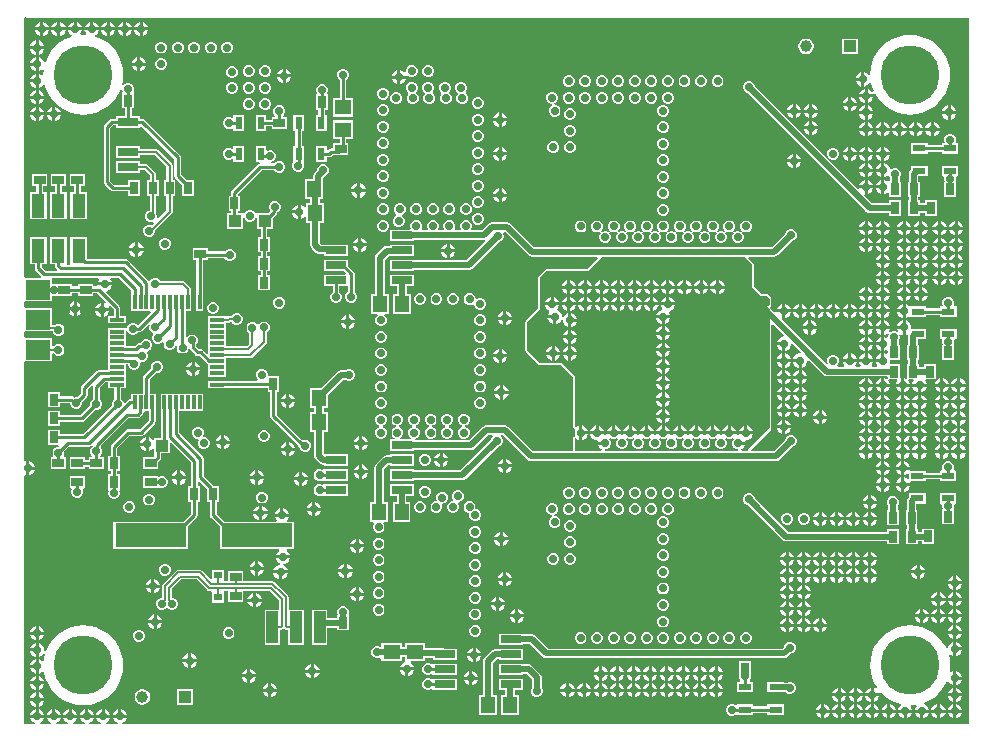
<source format=gbl>
G04*
G04 #@! TF.GenerationSoftware,Altium Limited,Altium Designer,23.3.1 (30)*
G04*
G04 Layer_Physical_Order=6*
G04 Layer_Color=16711680*
%FSLAX44Y44*%
%MOMM*%
G71*
G04*
G04 #@! TF.SameCoordinates,D690764C-15D9-45C2-B971-25477444B052*
G04*
G04*
G04 #@! TF.FilePolarity,Positive*
G04*
G01*
G75*
%ADD10C,0.2540*%
%ADD12C,0.1524*%
%ADD14R,1.2000X1.4000*%
%ADD19R,1.0000X0.7000*%
%ADD21R,0.7000X1.0000*%
%ADD25R,1.4000X1.3000*%
%ADD26R,0.6000X1.1000*%
%ADD28R,1.4000X1.2000*%
%ADD30R,2.0000X1.7000*%
%ADD32R,1.4500X3.8000*%
%ADD33R,1.0000X2.7000*%
%ADD68R,1.0000X1.0000*%
%ADD69C,1.0000*%
%ADD70C,0.5080*%
%ADD72C,5.0000*%
%ADD73C,0.7000*%
%ADD75C,0.2032*%
%ADD79R,1.1000X0.6000*%
%ADD80R,1.1000X2.0000*%
%ADD81R,1.7500X0.6500*%
%ADD82R,1.2000X0.3000*%
%ADD83R,0.3000X1.2000*%
%ADD84R,0.7000X0.6000*%
%ADD85R,6.0000X2.0000*%
G36*
X663000Y1768000D02*
X1461000D01*
Y1170000D01*
X744202D01*
X743950Y1171270D01*
X745421Y1171880D01*
X747121Y1173579D01*
X748012Y1175730D01*
X735988D01*
X736880Y1173579D01*
X738579Y1171880D01*
X740050Y1171270D01*
X739798Y1170000D01*
X730202D01*
X729950Y1171270D01*
X731421Y1171880D01*
X733120Y1173579D01*
X734012Y1175730D01*
X721988D01*
X722879Y1173579D01*
X724579Y1171880D01*
X726050Y1171270D01*
X725798Y1170000D01*
X716202D01*
X715950Y1171270D01*
X717421Y1171880D01*
X719120Y1173579D01*
X720012Y1175730D01*
X707988D01*
X708879Y1173579D01*
X710579Y1171880D01*
X712050Y1171270D01*
X711798Y1170000D01*
X702202D01*
X701950Y1171270D01*
X703421Y1171880D01*
X705120Y1173579D01*
X706012Y1175730D01*
X693988D01*
X694880Y1173579D01*
X696579Y1171880D01*
X698050Y1171270D01*
X697798Y1170000D01*
X688202D01*
X687950Y1171270D01*
X689421Y1171880D01*
X691121Y1173579D01*
X692012Y1175730D01*
X679988D01*
X680880Y1173579D01*
X682579Y1171880D01*
X684050Y1171270D01*
X683798Y1170000D01*
X674202D01*
X673950Y1171270D01*
X675421Y1171880D01*
X677121Y1173579D01*
X678012Y1175730D01*
X665988D01*
X666880Y1173579D01*
X668579Y1171880D01*
X670050Y1171270D01*
X669798Y1170000D01*
X661000D01*
Y1380562D01*
X662056Y1381268D01*
X662730Y1380988D01*
Y1387000D01*
Y1393012D01*
X662056Y1392732D01*
X661000Y1393438D01*
Y1476203D01*
X661476Y1477276D01*
X662270Y1477276D01*
X684524D01*
Y1483773D01*
X685519Y1484085D01*
X685794Y1484101D01*
X687154Y1482741D01*
X689001Y1481976D01*
X690999D01*
X692846Y1482741D01*
X694259Y1484154D01*
X695024Y1486001D01*
Y1487999D01*
X694259Y1489846D01*
X692846Y1491259D01*
X690999Y1492024D01*
X689001D01*
X687154Y1491259D01*
X685794Y1489899D01*
X685519Y1489915D01*
X684524Y1490227D01*
Y1497324D01*
X662270D01*
X661476Y1497324D01*
X661000Y1498397D01*
Y1501603D01*
X661476Y1502676D01*
X662270Y1502676D01*
X680234D01*
X680484Y1502626D01*
X685131D01*
X685741Y1501154D01*
X687154Y1499741D01*
X689001Y1498976D01*
X690999D01*
X692846Y1499741D01*
X694259Y1501154D01*
X695024Y1503001D01*
Y1504999D01*
X694259Y1506846D01*
X692846Y1508259D01*
X690999Y1509024D01*
X689001D01*
X687154Y1508259D01*
X686701Y1507806D01*
X684524D01*
Y1522724D01*
X662270D01*
X661476Y1522724D01*
X661000Y1523797D01*
Y1527003D01*
X661476Y1528076D01*
X662270Y1528076D01*
X684524D01*
Y1532461D01*
X685295Y1532976D01*
X687293D01*
X688023Y1533278D01*
X688476Y1532976D01*
Y1532976D01*
X701524D01*
Y1535151D01*
X706476D01*
Y1532976D01*
X719524D01*
Y1535151D01*
X722820D01*
X730515Y1527456D01*
X729796Y1526380D01*
X728270Y1527012D01*
Y1522270D01*
X733012D01*
X732380Y1523795D01*
X733456Y1524515D01*
X736651Y1521320D01*
Y1515524D01*
X731976D01*
Y1509476D01*
X747024D01*
Y1515524D01*
X742349D01*
Y1522500D01*
X742132Y1523590D01*
X741514Y1524514D01*
X741514Y1524514D01*
X730242Y1535787D01*
X730670Y1537154D01*
X732421Y1537879D01*
X734120Y1539579D01*
X735012Y1541730D01*
X722914D01*
X722325Y1540849D01*
X719524D01*
Y1543024D01*
X706476D01*
Y1540849D01*
X701524D01*
Y1543024D01*
X688476D01*
Y1543024D01*
X688023Y1542722D01*
X687293Y1543024D01*
X685581D01*
X684524Y1543975D01*
Y1548124D01*
X685783Y1548151D01*
X723813D01*
X724339Y1546881D01*
X723879Y1546421D01*
X722988Y1544270D01*
X735012D01*
X734120Y1546421D01*
X733661Y1546881D01*
X734187Y1548151D01*
X740820D01*
X751651Y1537320D01*
Y1535024D01*
X751476D01*
Y1519976D01*
X767739D01*
X768225Y1518803D01*
X757264Y1507841D01*
X755923Y1509182D01*
X754077Y1509946D01*
X752078D01*
X750232Y1509182D01*
X748819Y1507768D01*
X748092Y1506013D01*
X747432Y1505711D01*
X746880Y1505524D01*
X746784Y1505524D01*
X731976D01*
Y1499476D01*
Y1489476D01*
Y1479476D01*
Y1470349D01*
X724500D01*
X724500Y1470349D01*
X723410Y1470132D01*
X722486Y1469514D01*
X722486Y1469514D01*
X709912Y1456941D01*
X709295Y1456017D01*
X709078Y1454927D01*
X709078Y1454927D01*
Y1450107D01*
X705995Y1447024D01*
X704001D01*
X703150Y1446672D01*
X702807Y1447014D01*
X701883Y1447632D01*
X700793Y1447849D01*
X700793Y1447849D01*
X691024D01*
Y1451524D01*
X680976D01*
Y1438476D01*
X691024D01*
Y1442151D01*
X699613D01*
X699976Y1441788D01*
Y1441001D01*
X700741Y1439154D01*
X702154Y1437741D01*
X704001Y1436976D01*
X705999D01*
X707846Y1437741D01*
X709259Y1439154D01*
X710024Y1441001D01*
Y1442995D01*
X713941Y1446912D01*
X713941Y1446912D01*
X714559Y1447837D01*
X714775Y1448927D01*
X714775Y1448927D01*
Y1453747D01*
X718062Y1457033D01*
X719232Y1456407D01*
X719151Y1456000D01*
X719151Y1456000D01*
Y1445256D01*
X717741Y1443846D01*
X716976Y1441999D01*
Y1440005D01*
X708820Y1431849D01*
X691024D01*
Y1435524D01*
X680976D01*
Y1422476D01*
X691024D01*
Y1426151D01*
X710000D01*
X710000Y1426151D01*
X711090Y1426368D01*
X712014Y1426986D01*
X721005Y1435976D01*
X722999D01*
X724846Y1436741D01*
X726259Y1438154D01*
X727024Y1440001D01*
Y1441999D01*
X726259Y1443846D01*
X724849Y1445256D01*
Y1454820D01*
X729680Y1459651D01*
X731976D01*
Y1454476D01*
X737151D01*
Y1445256D01*
X735741Y1443846D01*
X734976Y1441999D01*
Y1440005D01*
X710820Y1415849D01*
X691024D01*
Y1419524D01*
X680976D01*
Y1406476D01*
X689382D01*
X690105Y1405206D01*
X689997Y1405024D01*
X689001D01*
X687154Y1404259D01*
X685741Y1402846D01*
X684976Y1400999D01*
Y1399001D01*
X685683Y1397294D01*
X685212Y1396024D01*
X683476D01*
Y1385976D01*
X696524D01*
Y1396024D01*
X694788D01*
X694317Y1397294D01*
X695024Y1399001D01*
Y1400995D01*
X699180Y1405151D01*
X716000D01*
X716000Y1405151D01*
X717090Y1405368D01*
X717823Y1405858D01*
X718526Y1405687D01*
X719148Y1405323D01*
X719154Y1405259D01*
X717741Y1403846D01*
X716976Y1401999D01*
Y1400001D01*
X717741Y1398154D01*
X718601Y1397294D01*
X718075Y1396024D01*
X715476D01*
Y1393849D01*
X712524D01*
Y1396024D01*
X699476D01*
Y1385976D01*
X712524D01*
Y1388151D01*
X715476D01*
Y1385976D01*
X728524D01*
Y1396024D01*
X725925D01*
X725399Y1397294D01*
X726259Y1398154D01*
X727024Y1400001D01*
Y1401999D01*
X726259Y1403846D01*
X725702Y1404403D01*
Y1405673D01*
X749180Y1429151D01*
X757000D01*
X757000Y1429151D01*
X758090Y1429368D01*
X759014Y1429986D01*
X761284Y1432256D01*
X761284Y1432256D01*
X761902Y1433180D01*
X762119Y1434270D01*
X763058Y1434976D01*
X766651D01*
Y1427680D01*
X758820Y1419849D01*
X749000D01*
X749000Y1419849D01*
X747910Y1419632D01*
X746986Y1419014D01*
X734986Y1407014D01*
X734368Y1406090D01*
X734151Y1405000D01*
X734151Y1405000D01*
Y1397524D01*
X731976D01*
Y1384476D01*
X734151D01*
Y1381524D01*
X731976D01*
Y1368476D01*
X731976D01*
X732354Y1367911D01*
X731976Y1366999D01*
Y1365001D01*
X732741Y1363154D01*
X734154Y1361741D01*
X736001Y1360976D01*
X737999D01*
X739846Y1361741D01*
X741259Y1363154D01*
X742024Y1365001D01*
Y1366999D01*
X741646Y1367911D01*
X742024Y1368476D01*
X742024D01*
Y1381524D01*
X739849D01*
Y1384476D01*
X742024D01*
Y1397524D01*
X739849D01*
Y1403820D01*
X750180Y1414151D01*
X760000D01*
X760000Y1414151D01*
X761090Y1414368D01*
X762014Y1414986D01*
X771514Y1424486D01*
X772132Y1425410D01*
X772349Y1426500D01*
X772349Y1426500D01*
Y1434976D01*
X772524D01*
Y1450024D01*
X767349D01*
Y1462320D01*
X772701Y1467672D01*
X774696D01*
X776542Y1468437D01*
X777956Y1469851D01*
X778720Y1471697D01*
Y1473696D01*
X777956Y1475542D01*
X776542Y1476956D01*
X774696Y1477720D01*
X772697D01*
X770851Y1476956D01*
X769437Y1475542D01*
X768672Y1473696D01*
Y1471701D01*
X762486Y1465514D01*
X761868Y1464590D01*
X761651Y1463500D01*
X761651Y1463500D01*
Y1450024D01*
X751476D01*
Y1446108D01*
X750500Y1445349D01*
X749410Y1445132D01*
X748486Y1444514D01*
X748486Y1444514D01*
X746197Y1442226D01*
X744775Y1442600D01*
X744259Y1443846D01*
X742849Y1445256D01*
Y1454476D01*
X747024D01*
Y1464476D01*
Y1474651D01*
X748976D01*
Y1474001D01*
X749741Y1472154D01*
X751154Y1470741D01*
X753001Y1469976D01*
X754999D01*
X756846Y1470741D01*
X758259Y1472154D01*
X759024Y1474001D01*
Y1475999D01*
X758968Y1476134D01*
X759866Y1477032D01*
X760001Y1476976D01*
X761999D01*
X763846Y1477741D01*
X765259Y1479154D01*
X766024Y1481001D01*
Y1482999D01*
X765314Y1484714D01*
X765309Y1484983D01*
X765740Y1486161D01*
X767140Y1486741D01*
X768553Y1488154D01*
X769318Y1490001D01*
Y1491999D01*
X768669Y1493567D01*
X769741Y1494154D01*
X771154Y1492741D01*
X773001Y1491976D01*
X774999D01*
X776846Y1492741D01*
X777953Y1493848D01*
X779029Y1493129D01*
X778976Y1492999D01*
Y1491001D01*
X779741Y1489154D01*
X781154Y1487741D01*
X783001Y1486976D01*
X784999D01*
X786846Y1487741D01*
X788259Y1489154D01*
X788803Y1490466D01*
X789976Y1489999D01*
Y1488001D01*
X790741Y1486154D01*
X792154Y1484741D01*
X794001Y1483976D01*
X795999D01*
X797846Y1484741D01*
X799259Y1486154D01*
X799909Y1487723D01*
X801197Y1487756D01*
X801221Y1487635D01*
X801839Y1486711D01*
X805685Y1482864D01*
X805685Y1482864D01*
X806610Y1482247D01*
X807700Y1482030D01*
X807700Y1482030D01*
X809490D01*
X815804Y1475716D01*
X815804Y1475716D01*
X816729Y1475098D01*
X816976Y1475049D01*
Y1464476D01*
X832024D01*
Y1469476D01*
Y1479910D01*
X852500D01*
X853491Y1480107D01*
X854331Y1480669D01*
X865831Y1492169D01*
X866393Y1493009D01*
X866590Y1494000D01*
Y1501635D01*
X866846Y1501741D01*
X868259Y1503154D01*
X869024Y1505001D01*
Y1506999D01*
X868259Y1508846D01*
X866846Y1510259D01*
X864999Y1511024D01*
X863001D01*
X861154Y1510259D01*
X859741Y1508846D01*
X859711Y1508773D01*
X858335Y1508770D01*
X857105Y1510000D01*
X855258Y1510765D01*
X853260D01*
X851413Y1510000D01*
X850000Y1508587D01*
X849235Y1506740D01*
Y1504742D01*
X850000Y1502895D01*
X851410Y1501485D01*
Y1492073D01*
X849427Y1490090D01*
X832024D01*
Y1499476D01*
Y1509910D01*
X833603D01*
X834594Y1510107D01*
X835047Y1510410D01*
X836635D01*
X836741Y1510154D01*
X838154Y1508741D01*
X840001Y1507976D01*
X841999D01*
X843846Y1508741D01*
X845259Y1510154D01*
X846024Y1512001D01*
Y1513999D01*
X845259Y1515846D01*
X843846Y1517259D01*
X841999Y1518024D01*
X840001D01*
X838154Y1517259D01*
X836741Y1515846D01*
X836635Y1515590D01*
X834103D01*
X833294Y1515429D01*
X832024Y1515524D01*
Y1515524D01*
X816976D01*
Y1504476D01*
Y1494476D01*
Y1484261D01*
X815803Y1483775D01*
X812684Y1486893D01*
X811760Y1487511D01*
X810670Y1487727D01*
X810670Y1487727D01*
X808880D01*
X806702Y1489905D01*
Y1491597D01*
X807259Y1492154D01*
X808024Y1494001D01*
Y1495999D01*
X807259Y1497846D01*
X805846Y1499259D01*
X803999Y1500024D01*
X802001D01*
X800154Y1499259D01*
X798849Y1497954D01*
X798348Y1498014D01*
X797579Y1498343D01*
Y1519976D01*
X802524D01*
Y1535024D01*
X802090D01*
Y1538500D01*
X801893Y1539491D01*
X801331Y1540331D01*
X796831Y1544831D01*
X795991Y1545393D01*
X795000Y1545590D01*
X776365D01*
X776259Y1545846D01*
X774846Y1547259D01*
X772999Y1548024D01*
X771001D01*
X769154Y1547259D01*
X767788Y1545894D01*
X767713Y1545838D01*
X767305Y1545728D01*
X766312Y1545716D01*
X749014Y1563014D01*
X748090Y1563632D01*
X747000Y1563849D01*
X747000Y1563849D01*
X714024D01*
Y1582524D01*
X699976D01*
Y1559476D01*
X698966Y1558849D01*
X698034D01*
X697024Y1559476D01*
Y1582524D01*
X682976D01*
Y1559476D01*
X687151D01*
Y1558000D01*
X687151Y1558000D01*
X687368Y1556910D01*
X687986Y1555986D01*
X688852Y1555119D01*
X688326Y1553849D01*
X679180D01*
X675849Y1557180D01*
Y1559476D01*
X680024D01*
Y1582524D01*
X665976D01*
Y1559476D01*
X670151D01*
Y1556000D01*
X670151Y1556000D01*
X670368Y1554910D01*
X670986Y1553986D01*
X675577Y1549394D01*
X675051Y1548124D01*
X662270D01*
X661476Y1548124D01*
X661000Y1549197D01*
Y1768341D01*
X662173Y1768827D01*
X663000Y1768000D01*
D02*
G37*
G36*
X767471Y1508195D02*
X766976Y1506999D01*
Y1505001D01*
X767741Y1503154D01*
X769154Y1501741D01*
X769853Y1501451D01*
X770101Y1500206D01*
X769741Y1499846D01*
X768976Y1497999D01*
Y1496001D01*
X769625Y1494433D01*
X768553Y1493846D01*
X767140Y1495259D01*
X765293Y1496024D01*
X763295D01*
X761448Y1495259D01*
X760035Y1493846D01*
X759683Y1492995D01*
X758361D01*
X757270Y1492778D01*
X756346Y1492161D01*
X756346Y1492161D01*
X754534Y1490349D01*
X747024D01*
Y1503090D01*
X748294Y1503343D01*
X748819Y1502077D01*
X750232Y1500663D01*
X752078Y1499898D01*
X754077D01*
X755923Y1500663D01*
X757265Y1502005D01*
X758305D01*
X758305Y1502005D01*
X759395Y1502222D01*
X760319Y1502839D01*
X766395Y1508915D01*
X767471Y1508195D01*
D02*
G37*
%LPC*%
G36*
X761270Y1765012D02*
Y1760270D01*
X766012D01*
X765120Y1762421D01*
X763421Y1764120D01*
X761270Y1765012D01*
D02*
G37*
G36*
X758730D02*
X756579Y1764120D01*
X754880Y1762421D01*
X753988Y1760270D01*
X758730D01*
Y1765012D01*
D02*
G37*
G36*
X747270D02*
Y1760270D01*
X752012D01*
X751121Y1762421D01*
X749421Y1764120D01*
X747270Y1765012D01*
D02*
G37*
G36*
X744730D02*
X742579Y1764120D01*
X740880Y1762421D01*
X739988Y1760270D01*
X744730D01*
Y1765012D01*
D02*
G37*
G36*
X733270D02*
Y1760270D01*
X738012D01*
X737121Y1762421D01*
X735421Y1764120D01*
X733270Y1765012D01*
D02*
G37*
G36*
X730730D02*
X728579Y1764120D01*
X726880Y1762421D01*
X725988Y1760270D01*
X730730D01*
Y1765012D01*
D02*
G37*
G36*
X719270D02*
Y1760270D01*
X724012D01*
X723120Y1762421D01*
X721421Y1764120D01*
X719270Y1765012D01*
D02*
G37*
G36*
X716730D02*
X714579Y1764120D01*
X712879Y1762421D01*
X711988Y1760270D01*
X716730D01*
Y1765012D01*
D02*
G37*
G36*
X705270D02*
Y1760270D01*
X710012D01*
X709120Y1762421D01*
X707421Y1764120D01*
X705270Y1765012D01*
D02*
G37*
G36*
X702730D02*
X700579Y1764120D01*
X698880Y1762421D01*
X697988Y1760270D01*
X702730D01*
Y1765012D01*
D02*
G37*
G36*
X691270D02*
Y1760270D01*
X696012D01*
X695120Y1762421D01*
X693421Y1764120D01*
X691270Y1765012D01*
D02*
G37*
G36*
X688730D02*
X686579Y1764120D01*
X684880Y1762421D01*
X683988Y1760270D01*
X688730D01*
Y1765012D01*
D02*
G37*
G36*
X677270D02*
Y1760270D01*
X682012D01*
X681121Y1762421D01*
X679421Y1764120D01*
X677270Y1765012D01*
D02*
G37*
G36*
X674730D02*
X672579Y1764120D01*
X670880Y1762421D01*
X669988Y1760270D01*
X674730D01*
Y1765012D01*
D02*
G37*
G36*
X724012Y1757730D02*
X711988D01*
X712879Y1755579D01*
X713481Y1754977D01*
X712914Y1753748D01*
X711000Y1753898D01*
X709086Y1753748D01*
X708519Y1754977D01*
X709120Y1755579D01*
X710012Y1757730D01*
X697988D01*
X698880Y1755579D01*
X700579Y1753880D01*
X701069Y1753676D01*
X700965Y1752345D01*
X700525Y1752239D01*
X695610Y1750204D01*
X691075Y1747424D01*
X687030Y1743970D01*
X683576Y1739925D01*
X680796Y1735390D01*
X679031Y1731128D01*
X677656D01*
X677121Y1732421D01*
X675421Y1734120D01*
X673270Y1735012D01*
Y1729000D01*
Y1722988D01*
X675421Y1723880D01*
X676194Y1724652D01*
X677423Y1724085D01*
X677119Y1720219D01*
X676573Y1719869D01*
X675852Y1719690D01*
X675421Y1720121D01*
X673270Y1721012D01*
Y1715000D01*
Y1708988D01*
X675421Y1709879D01*
X676992Y1711450D01*
X678313Y1711391D01*
X678761Y1709525D01*
X680796Y1704610D01*
X683576Y1700075D01*
X687030Y1696030D01*
X691075Y1692576D01*
X695610Y1689796D01*
X700525Y1687761D01*
X705697Y1686519D01*
X711000Y1686102D01*
X716303Y1686519D01*
X721475Y1687761D01*
X726390Y1689796D01*
X730925Y1692576D01*
X734970Y1696030D01*
X738425Y1700075D01*
X741204Y1704610D01*
X742706Y1708237D01*
X743976Y1707984D01*
Y1707001D01*
X744476Y1705794D01*
X743976Y1704524D01*
X743976D01*
Y1691476D01*
X746151D01*
Y1684739D01*
X738436D01*
Y1682849D01*
X735000D01*
X733910Y1682632D01*
X732986Y1682014D01*
X732986Y1682014D01*
X728986Y1678014D01*
X728368Y1677090D01*
X728151Y1676000D01*
X728151Y1676000D01*
Y1629000D01*
X728151Y1629000D01*
X728368Y1627910D01*
X728986Y1626986D01*
X733986Y1621986D01*
X733986Y1621986D01*
X734910Y1621368D01*
X736000Y1621151D01*
X736000Y1621151D01*
X748976D01*
Y1617476D01*
X759024D01*
Y1630524D01*
X748976D01*
Y1626849D01*
X737180D01*
X733849Y1630180D01*
Y1674820D01*
X736180Y1677151D01*
X738436D01*
Y1675191D01*
X758984D01*
Y1676191D01*
X760254Y1676717D01*
X788151Y1648820D01*
Y1634500D01*
X788151Y1634500D01*
X788368Y1633410D01*
X788986Y1632486D01*
X794976Y1626495D01*
Y1617476D01*
X805024D01*
Y1630524D01*
X799005D01*
X793849Y1635680D01*
Y1650000D01*
X793632Y1651090D01*
X793014Y1652014D01*
X793014Y1652014D01*
X763049Y1681979D01*
X762125Y1682597D01*
X761035Y1682814D01*
X761035Y1682814D01*
X758984D01*
Y1684739D01*
X751849D01*
Y1691476D01*
X754024D01*
Y1704524D01*
X754024D01*
X753524Y1705794D01*
X754024Y1707001D01*
Y1708999D01*
X753259Y1710846D01*
X751846Y1712259D01*
X749999Y1713024D01*
X748001D01*
X746154Y1712259D01*
X744901Y1711006D01*
X744131Y1711214D01*
X743707Y1711471D01*
X744481Y1714697D01*
X744899Y1720000D01*
X744481Y1725303D01*
X743239Y1730475D01*
X741204Y1735390D01*
X738425Y1739925D01*
X734970Y1743970D01*
X730925Y1747424D01*
X726390Y1750204D01*
X721475Y1752239D01*
X721035Y1752345D01*
X720931Y1753676D01*
X721421Y1753880D01*
X723120Y1755579D01*
X724012Y1757730D01*
D02*
G37*
G36*
X766012D02*
X761270D01*
Y1752988D01*
X763421Y1753880D01*
X765120Y1755579D01*
X766012Y1757730D01*
D02*
G37*
G36*
X758730D02*
X753988D01*
X754880Y1755579D01*
X756579Y1753880D01*
X758730Y1752988D01*
Y1757730D01*
D02*
G37*
G36*
X752012D02*
X747270D01*
Y1752988D01*
X749421Y1753880D01*
X751121Y1755579D01*
X752012Y1757730D01*
D02*
G37*
G36*
X744730D02*
X739988D01*
X740880Y1755579D01*
X742579Y1753880D01*
X744730Y1752988D01*
Y1757730D01*
D02*
G37*
G36*
X738012D02*
X733270D01*
Y1752988D01*
X735421Y1753880D01*
X737121Y1755579D01*
X738012Y1757730D01*
D02*
G37*
G36*
X730730D02*
X725988D01*
X726880Y1755579D01*
X728579Y1753880D01*
X730730Y1752988D01*
Y1757730D01*
D02*
G37*
G36*
X696012D02*
X691270D01*
Y1752988D01*
X693421Y1753880D01*
X695120Y1755579D01*
X696012Y1757730D01*
D02*
G37*
G36*
X688730D02*
X683988D01*
X684880Y1755579D01*
X686579Y1753880D01*
X688730Y1752988D01*
Y1757730D01*
D02*
G37*
G36*
X682012D02*
X677270D01*
Y1752988D01*
X679421Y1753880D01*
X681121Y1755579D01*
X682012Y1757730D01*
D02*
G37*
G36*
X674730D02*
X669988D01*
X670880Y1755579D01*
X672579Y1753880D01*
X674730Y1752988D01*
Y1757730D01*
D02*
G37*
G36*
X673270Y1749012D02*
Y1744270D01*
X678012D01*
X677121Y1746421D01*
X675421Y1748121D01*
X673270Y1749012D01*
D02*
G37*
G36*
X670730D02*
X668579Y1748121D01*
X666880Y1746421D01*
X665988Y1744270D01*
X670730D01*
Y1749012D01*
D02*
G37*
G36*
X833999Y1748024D02*
X832001D01*
X830154Y1747259D01*
X828741Y1745846D01*
X827976Y1743999D01*
Y1742001D01*
X828741Y1740154D01*
X830154Y1738741D01*
X832001Y1737976D01*
X833999D01*
X835846Y1738741D01*
X837259Y1740154D01*
X838024Y1742001D01*
Y1743999D01*
X837259Y1745846D01*
X835846Y1747259D01*
X833999Y1748024D01*
D02*
G37*
G36*
X819999D02*
X818001D01*
X816154Y1747259D01*
X814741Y1745846D01*
X813976Y1743999D01*
Y1742001D01*
X814741Y1740154D01*
X816154Y1738741D01*
X818001Y1737976D01*
X819999D01*
X821846Y1738741D01*
X823259Y1740154D01*
X824024Y1742001D01*
Y1743999D01*
X823259Y1745846D01*
X821846Y1747259D01*
X819999Y1748024D01*
D02*
G37*
G36*
X805999D02*
X804001D01*
X802154Y1747259D01*
X800741Y1745846D01*
X799976Y1743999D01*
Y1742001D01*
X800741Y1740154D01*
X802154Y1738741D01*
X804001Y1737976D01*
X805999D01*
X807846Y1738741D01*
X809259Y1740154D01*
X810024Y1742001D01*
Y1743999D01*
X809259Y1745846D01*
X807846Y1747259D01*
X805999Y1748024D01*
D02*
G37*
G36*
X791999D02*
X790001D01*
X788154Y1747259D01*
X786741Y1745846D01*
X785976Y1743999D01*
Y1742001D01*
X786741Y1740154D01*
X788154Y1738741D01*
X790001Y1737976D01*
X791999D01*
X793846Y1738741D01*
X795259Y1740154D01*
X796024Y1742001D01*
Y1743999D01*
X795259Y1745846D01*
X793846Y1747259D01*
X791999Y1748024D01*
D02*
G37*
G36*
X777999D02*
X776001D01*
X774154Y1747259D01*
X772741Y1745846D01*
X771976Y1743999D01*
Y1742001D01*
X772741Y1740154D01*
X774154Y1738741D01*
X776001Y1737976D01*
X777999D01*
X779846Y1738741D01*
X781259Y1740154D01*
X782024Y1742001D01*
Y1743999D01*
X781259Y1745846D01*
X779846Y1747259D01*
X777999Y1748024D01*
D02*
G37*
G36*
X1366524Y1750524D02*
X1353476D01*
Y1737476D01*
X1366524D01*
Y1750524D01*
D02*
G37*
G36*
X1323855Y1750521D02*
X1322137D01*
X1320478Y1750076D01*
X1318990Y1749218D01*
X1317776Y1748003D01*
X1316917Y1746515D01*
X1316472Y1744856D01*
Y1743138D01*
X1316917Y1741479D01*
X1317776Y1739991D01*
X1318990Y1738777D01*
X1320478Y1737918D01*
X1322137Y1737473D01*
X1323855D01*
X1325514Y1737918D01*
X1327002Y1738777D01*
X1328217Y1739991D01*
X1329076Y1741479D01*
X1329520Y1743138D01*
Y1744856D01*
X1329076Y1746515D01*
X1328217Y1748003D01*
X1327002Y1749218D01*
X1325514Y1750076D01*
X1323855Y1750521D01*
D02*
G37*
G36*
X678012Y1741730D02*
X673270D01*
Y1736988D01*
X675421Y1737879D01*
X677121Y1739579D01*
X678012Y1741730D01*
D02*
G37*
G36*
X670730D02*
X665988D01*
X666880Y1739579D01*
X668579Y1737879D01*
X670730Y1736988D01*
Y1741730D01*
D02*
G37*
G36*
X759270Y1735012D02*
Y1730270D01*
X764012D01*
X763120Y1732421D01*
X761421Y1734120D01*
X759270Y1735012D01*
D02*
G37*
G36*
X756730D02*
X754579Y1734120D01*
X752879Y1732421D01*
X751988Y1730270D01*
X756730D01*
Y1735012D01*
D02*
G37*
G36*
X670730D02*
X668579Y1734120D01*
X666880Y1732421D01*
X665988Y1730270D01*
X670730D01*
Y1735012D01*
D02*
G37*
G36*
X777999Y1734024D02*
X776001D01*
X774154Y1733259D01*
X772741Y1731846D01*
X771976Y1729999D01*
Y1728001D01*
X772741Y1726154D01*
X774154Y1724741D01*
X776001Y1723976D01*
X777999D01*
X779846Y1724741D01*
X781259Y1726154D01*
X782024Y1728001D01*
Y1729999D01*
X781259Y1731846D01*
X779846Y1733259D01*
X777999Y1734024D01*
D02*
G37*
G36*
X764012Y1727730D02*
X759270D01*
Y1722988D01*
X761421Y1723880D01*
X763120Y1725579D01*
X764012Y1727730D01*
D02*
G37*
G36*
X756730D02*
X751988D01*
X752879Y1725579D01*
X754579Y1723880D01*
X756730Y1722988D01*
Y1727730D01*
D02*
G37*
G36*
X670730D02*
X665988D01*
X666880Y1725579D01*
X668579Y1723880D01*
X670730Y1722988D01*
Y1727730D01*
D02*
G37*
G36*
X989999Y1728024D02*
X988001D01*
X986154Y1727259D01*
X984741Y1725846D01*
X983976Y1723999D01*
Y1722362D01*
X982895Y1721760D01*
X982803Y1721739D01*
X981421Y1723121D01*
X979270Y1724012D01*
Y1719270D01*
X984304D01*
X984406Y1719351D01*
X985213Y1719682D01*
X986154Y1718741D01*
X988001Y1717976D01*
X989999D01*
X991846Y1718741D01*
X993259Y1720154D01*
X994024Y1722001D01*
Y1723999D01*
X993259Y1725846D01*
X991846Y1727259D01*
X989999Y1728024D01*
D02*
G37*
G36*
X882270Y1725012D02*
Y1720270D01*
X887012D01*
X886121Y1722421D01*
X884421Y1724120D01*
X882270Y1725012D01*
D02*
G37*
G36*
X879730D02*
X877579Y1724120D01*
X875880Y1722421D01*
X874988Y1720270D01*
X879730D01*
Y1725012D01*
D02*
G37*
G36*
X1411000Y1753898D02*
X1405697Y1753481D01*
X1400525Y1752239D01*
X1395610Y1750204D01*
X1391075Y1747424D01*
X1387030Y1743970D01*
X1383576Y1739925D01*
X1380796Y1735390D01*
X1378761Y1730475D01*
X1377519Y1725303D01*
X1377109Y1720100D01*
X1376771Y1719918D01*
X1375852Y1719690D01*
X1374421Y1721120D01*
X1372270Y1722012D01*
Y1716000D01*
Y1709988D01*
X1374421Y1710880D01*
X1376120Y1712579D01*
X1376501Y1713497D01*
X1377832Y1713392D01*
X1378761Y1709525D01*
X1380235Y1705967D01*
X1379120Y1705421D01*
X1377421Y1707121D01*
X1375270Y1708012D01*
Y1703270D01*
X1380012D01*
X1379768Y1703857D01*
X1380903Y1704435D01*
X1383576Y1700075D01*
X1387030Y1696030D01*
X1391075Y1692576D01*
X1395610Y1689796D01*
X1400525Y1687761D01*
X1405697Y1686519D01*
X1411000Y1686102D01*
X1416303Y1686519D01*
X1421475Y1687761D01*
X1426390Y1689796D01*
X1430925Y1692576D01*
X1434970Y1696030D01*
X1438425Y1700075D01*
X1441204Y1704610D01*
X1443239Y1709525D01*
X1444481Y1714697D01*
X1444899Y1720000D01*
X1444481Y1725303D01*
X1443239Y1730475D01*
X1441204Y1735390D01*
X1438425Y1739925D01*
X1434970Y1743970D01*
X1430925Y1747424D01*
X1426390Y1750204D01*
X1421475Y1752239D01*
X1416303Y1753481D01*
X1411000Y1753898D01*
D02*
G37*
G36*
X976730Y1724012D02*
X974579Y1723121D01*
X972879Y1721421D01*
X971988Y1719270D01*
X976730D01*
Y1724012D01*
D02*
G37*
G36*
X1003999Y1728024D02*
X1002001D01*
X1000154Y1727259D01*
X998741Y1725846D01*
X997976Y1723999D01*
Y1722001D01*
X998741Y1720154D01*
X1000154Y1718741D01*
X1002001Y1717976D01*
X1003999D01*
X1005846Y1718741D01*
X1007259Y1720154D01*
X1008024Y1722001D01*
Y1723999D01*
X1007259Y1725846D01*
X1005846Y1727259D01*
X1003999Y1728024D01*
D02*
G37*
G36*
X865999D02*
X864001D01*
X862154Y1727259D01*
X860741Y1725846D01*
X859976Y1723999D01*
Y1722001D01*
X860741Y1720154D01*
X862154Y1718741D01*
X864001Y1717976D01*
X865999D01*
X867846Y1718741D01*
X869259Y1720154D01*
X870024Y1722001D01*
Y1723999D01*
X869259Y1725846D01*
X867846Y1727259D01*
X865999Y1728024D01*
D02*
G37*
G36*
X851999D02*
X850001D01*
X848154Y1727259D01*
X846741Y1725846D01*
X845976Y1723999D01*
Y1722001D01*
X846741Y1720154D01*
X848154Y1718741D01*
X850001Y1717976D01*
X851999D01*
X853846Y1718741D01*
X855259Y1720154D01*
X856024Y1722001D01*
Y1723999D01*
X855259Y1725846D01*
X853846Y1727259D01*
X851999Y1728024D01*
D02*
G37*
G36*
X1369730Y1722012D02*
X1367579Y1721120D01*
X1365880Y1719421D01*
X1364988Y1717270D01*
X1369730D01*
Y1722012D01*
D02*
G37*
G36*
X837999Y1727024D02*
X836001D01*
X834154Y1726259D01*
X832741Y1724846D01*
X831976Y1722999D01*
Y1721001D01*
X832741Y1719154D01*
X834154Y1717741D01*
X836001Y1716976D01*
X837999D01*
X839846Y1717741D01*
X841259Y1719154D01*
X842024Y1721001D01*
Y1722999D01*
X841259Y1724846D01*
X839846Y1726259D01*
X837999Y1727024D01*
D02*
G37*
G36*
X670730Y1721012D02*
X668579Y1720121D01*
X666880Y1718421D01*
X665988Y1716270D01*
X670730D01*
Y1721012D01*
D02*
G37*
G36*
X887012Y1717730D02*
X882270D01*
Y1712988D01*
X884421Y1713880D01*
X886121Y1715579D01*
X887012Y1717730D01*
D02*
G37*
G36*
X879730D02*
X874988D01*
X875880Y1715579D01*
X877579Y1713880D01*
X879730Y1712988D01*
Y1717730D01*
D02*
G37*
G36*
X984012Y1716730D02*
X979270D01*
Y1711988D01*
X981421Y1712879D01*
X983120Y1714579D01*
X984012Y1716730D01*
D02*
G37*
G36*
X976730D02*
X971988D01*
X972879Y1714579D01*
X974579Y1712879D01*
X976730Y1711988D01*
Y1716730D01*
D02*
G37*
G36*
X1369730Y1714730D02*
X1364988D01*
X1365880Y1712579D01*
X1367579Y1710880D01*
X1369730Y1709988D01*
Y1714730D01*
D02*
G37*
G36*
X1248999Y1719524D02*
X1247001D01*
X1245154Y1718759D01*
X1243741Y1717346D01*
X1242976Y1715499D01*
Y1713501D01*
X1243741Y1711654D01*
X1245154Y1710241D01*
X1247001Y1709476D01*
X1248999D01*
X1250846Y1710241D01*
X1252259Y1711654D01*
X1253024Y1713501D01*
Y1715499D01*
X1252259Y1717346D01*
X1250846Y1718759D01*
X1248999Y1719524D01*
D02*
G37*
G36*
X1234999D02*
X1233001D01*
X1231154Y1718759D01*
X1229741Y1717346D01*
X1228976Y1715499D01*
Y1713501D01*
X1229741Y1711654D01*
X1231154Y1710241D01*
X1233001Y1709476D01*
X1234999D01*
X1236846Y1710241D01*
X1238259Y1711654D01*
X1239024Y1713501D01*
Y1715499D01*
X1238259Y1717346D01*
X1236846Y1718759D01*
X1234999Y1719524D01*
D02*
G37*
G36*
X1220999D02*
X1219001D01*
X1217154Y1718759D01*
X1215741Y1717346D01*
X1214976Y1715499D01*
Y1713501D01*
X1215741Y1711654D01*
X1217154Y1710241D01*
X1219001Y1709476D01*
X1220999D01*
X1222846Y1710241D01*
X1224259Y1711654D01*
X1225024Y1713501D01*
Y1715499D01*
X1224259Y1717346D01*
X1222846Y1718759D01*
X1220999Y1719524D01*
D02*
G37*
G36*
X1206999D02*
X1205001D01*
X1203154Y1718759D01*
X1201741Y1717346D01*
X1200976Y1715499D01*
Y1713501D01*
X1201741Y1711654D01*
X1203154Y1710241D01*
X1205001Y1709476D01*
X1206999D01*
X1208846Y1710241D01*
X1210259Y1711654D01*
X1211024Y1713501D01*
Y1715499D01*
X1210259Y1717346D01*
X1208846Y1718759D01*
X1206999Y1719524D01*
D02*
G37*
G36*
X1192999D02*
X1191001D01*
X1189154Y1718759D01*
X1187741Y1717346D01*
X1186976Y1715499D01*
Y1713501D01*
X1187741Y1711654D01*
X1189154Y1710241D01*
X1191001Y1709476D01*
X1192999D01*
X1194846Y1710241D01*
X1196259Y1711654D01*
X1197024Y1713501D01*
Y1715499D01*
X1196259Y1717346D01*
X1194846Y1718759D01*
X1192999Y1719524D01*
D02*
G37*
G36*
X1178999D02*
X1177001D01*
X1175154Y1718759D01*
X1173741Y1717346D01*
X1172976Y1715499D01*
Y1713501D01*
X1173741Y1711654D01*
X1175154Y1710241D01*
X1177001Y1709476D01*
X1178999D01*
X1180846Y1710241D01*
X1182259Y1711654D01*
X1183024Y1713501D01*
Y1715499D01*
X1182259Y1717346D01*
X1180846Y1718759D01*
X1178999Y1719524D01*
D02*
G37*
G36*
X1164999D02*
X1163001D01*
X1161154Y1718759D01*
X1159741Y1717346D01*
X1158976Y1715499D01*
Y1713501D01*
X1159741Y1711654D01*
X1161154Y1710241D01*
X1163001Y1709476D01*
X1164999D01*
X1166846Y1710241D01*
X1168259Y1711654D01*
X1169024Y1713501D01*
Y1715499D01*
X1168259Y1717346D01*
X1166846Y1718759D01*
X1164999Y1719524D01*
D02*
G37*
G36*
X1150999D02*
X1149001D01*
X1147154Y1718759D01*
X1145741Y1717346D01*
X1144976Y1715499D01*
Y1713501D01*
X1145741Y1711654D01*
X1147154Y1710241D01*
X1149001Y1709476D01*
X1150999D01*
X1152846Y1710241D01*
X1154259Y1711654D01*
X1155024Y1713501D01*
Y1715499D01*
X1154259Y1717346D01*
X1152846Y1718759D01*
X1150999Y1719524D01*
D02*
G37*
G36*
X1136999D02*
X1135001D01*
X1133154Y1718759D01*
X1131741Y1717346D01*
X1130976Y1715499D01*
Y1713501D01*
X1131741Y1711654D01*
X1133154Y1710241D01*
X1135001Y1709476D01*
X1136999D01*
X1138846Y1710241D01*
X1140259Y1711654D01*
X1141024Y1713501D01*
Y1715499D01*
X1140259Y1717346D01*
X1138846Y1718759D01*
X1136999Y1719524D01*
D02*
G37*
G36*
X1122999D02*
X1121001D01*
X1119154Y1718759D01*
X1117741Y1717346D01*
X1116976Y1715499D01*
Y1713501D01*
X1117741Y1711654D01*
X1119154Y1710241D01*
X1121001Y1709476D01*
X1122999D01*
X1124846Y1710241D01*
X1126259Y1711654D01*
X1127024Y1713501D01*
Y1715499D01*
X1126259Y1717346D01*
X1124846Y1718759D01*
X1122999Y1719524D01*
D02*
G37*
G36*
X670730Y1713730D02*
X665988D01*
X666880Y1711579D01*
X668579Y1709879D01*
X670730Y1708988D01*
Y1713730D01*
D02*
G37*
G36*
X865999Y1714024D02*
X864001D01*
X862154Y1713259D01*
X860741Y1711846D01*
X859976Y1709999D01*
Y1708001D01*
X860741Y1706154D01*
X862154Y1704741D01*
X864001Y1703976D01*
X865999D01*
X867846Y1704741D01*
X869259Y1706154D01*
X870024Y1708001D01*
Y1709999D01*
X869259Y1711846D01*
X867846Y1713259D01*
X865999Y1714024D01*
D02*
G37*
G36*
X851999D02*
X850001D01*
X848154Y1713259D01*
X846741Y1711846D01*
X845976Y1709999D01*
Y1708001D01*
X846741Y1706154D01*
X848154Y1704741D01*
X850001Y1703976D01*
X851999D01*
X853846Y1704741D01*
X855259Y1706154D01*
X856024Y1708001D01*
Y1709999D01*
X855259Y1711846D01*
X853846Y1713259D01*
X851999Y1714024D01*
D02*
G37*
G36*
X837999D02*
X836001D01*
X834154Y1713259D01*
X832741Y1711846D01*
X831976Y1709999D01*
Y1708001D01*
X832741Y1706154D01*
X834154Y1704741D01*
X836001Y1703976D01*
X837999D01*
X839846Y1704741D01*
X841259Y1706154D01*
X842024Y1708001D01*
Y1709999D01*
X841259Y1711846D01*
X839846Y1713259D01*
X837999Y1714024D01*
D02*
G37*
G36*
X913999Y1712024D02*
X912001D01*
X910154Y1711259D01*
X908741Y1709846D01*
X907976Y1707999D01*
Y1706001D01*
X908476Y1704794D01*
X907976Y1703524D01*
X907976D01*
Y1690476D01*
X909901D01*
Y1686024D01*
X907976D01*
Y1671976D01*
X917024D01*
Y1686024D01*
X915599D01*
Y1690476D01*
X918024D01*
Y1703524D01*
X918024D01*
X917524Y1704794D01*
X918024Y1706001D01*
Y1707999D01*
X917259Y1709846D01*
X915846Y1711259D01*
X913999Y1712024D01*
D02*
G37*
G36*
X1372730Y1708012D02*
X1370579Y1707121D01*
X1368880Y1705421D01*
X1367988Y1703270D01*
X1372730D01*
Y1708012D01*
D02*
G37*
G36*
X673270Y1707012D02*
Y1702270D01*
X678012D01*
X677121Y1704421D01*
X675421Y1706120D01*
X673270Y1707012D01*
D02*
G37*
G36*
X670730D02*
X668579Y1706120D01*
X666880Y1704421D01*
X665988Y1702270D01*
X670730D01*
Y1707012D01*
D02*
G37*
G36*
X965999Y1709024D02*
X964001D01*
X962154Y1708259D01*
X960741Y1706846D01*
X959976Y1704999D01*
Y1703001D01*
X960741Y1701154D01*
X962154Y1699741D01*
X964001Y1698976D01*
X965999D01*
X967846Y1699741D01*
X969259Y1701154D01*
X970024Y1703001D01*
Y1704999D01*
X969259Y1706846D01*
X967846Y1708259D01*
X965999Y1709024D01*
D02*
G37*
G36*
X1361270Y1701012D02*
Y1696270D01*
X1366012D01*
X1365121Y1698421D01*
X1363421Y1700121D01*
X1361270Y1701012D01*
D02*
G37*
G36*
X1358730D02*
X1356579Y1700121D01*
X1354879Y1698421D01*
X1353988Y1696270D01*
X1358730D01*
Y1701012D01*
D02*
G37*
G36*
X1380012Y1700730D02*
X1375270D01*
Y1695988D01*
X1377421Y1696879D01*
X1379120Y1698579D01*
X1380012Y1700730D01*
D02*
G37*
G36*
X1372730D02*
X1367988D01*
X1368880Y1698579D01*
X1370579Y1696879D01*
X1372730Y1695988D01*
Y1700730D01*
D02*
G37*
G36*
X1206999Y1705524D02*
X1205001D01*
X1203154Y1704759D01*
X1201741Y1703346D01*
X1200976Y1701499D01*
Y1699501D01*
X1201741Y1697654D01*
X1203154Y1696241D01*
X1205001Y1695476D01*
X1206999D01*
X1208846Y1696241D01*
X1210259Y1697654D01*
X1211024Y1699501D01*
Y1701499D01*
X1210259Y1703346D01*
X1208846Y1704759D01*
X1206999Y1705524D01*
D02*
G37*
G36*
X1192999D02*
X1191001D01*
X1189154Y1704759D01*
X1187741Y1703346D01*
X1186976Y1701499D01*
Y1699501D01*
X1187741Y1697654D01*
X1189154Y1696241D01*
X1191001Y1695476D01*
X1192999D01*
X1194846Y1696241D01*
X1196259Y1697654D01*
X1197024Y1699501D01*
Y1701499D01*
X1196259Y1703346D01*
X1194846Y1704759D01*
X1192999Y1705524D01*
D02*
G37*
G36*
X1178999D02*
X1177001D01*
X1175154Y1704759D01*
X1173741Y1703346D01*
X1172976Y1701499D01*
Y1699501D01*
X1173741Y1697654D01*
X1175154Y1696241D01*
X1177001Y1695476D01*
X1178999D01*
X1180846Y1696241D01*
X1182259Y1697654D01*
X1183024Y1699501D01*
Y1701499D01*
X1182259Y1703346D01*
X1180846Y1704759D01*
X1178999Y1705524D01*
D02*
G37*
G36*
X1164999D02*
X1163001D01*
X1161154Y1704759D01*
X1159741Y1703346D01*
X1158976Y1701499D01*
Y1699501D01*
X1159741Y1697654D01*
X1161154Y1696241D01*
X1163001Y1695476D01*
X1164999D01*
X1166846Y1696241D01*
X1168259Y1697654D01*
X1169024Y1699501D01*
Y1701499D01*
X1168259Y1703346D01*
X1166846Y1704759D01*
X1164999Y1705524D01*
D02*
G37*
G36*
X1150999D02*
X1149001D01*
X1147154Y1704759D01*
X1145741Y1703346D01*
X1144976Y1701499D01*
Y1699501D01*
X1145741Y1697654D01*
X1147154Y1696241D01*
X1149001Y1695476D01*
X1150999D01*
X1152846Y1696241D01*
X1154259Y1697654D01*
X1155024Y1699501D01*
Y1701499D01*
X1154259Y1703346D01*
X1152846Y1704759D01*
X1150999Y1705524D01*
D02*
G37*
G36*
X1136999D02*
X1135001D01*
X1133154Y1704759D01*
X1131741Y1703346D01*
X1130976Y1701499D01*
Y1699501D01*
X1131741Y1697654D01*
X1133154Y1696241D01*
X1135001Y1695476D01*
X1136999D01*
X1138846Y1696241D01*
X1140259Y1697654D01*
X1141024Y1699501D01*
Y1701499D01*
X1140259Y1703346D01*
X1138846Y1704759D01*
X1136999Y1705524D01*
D02*
G37*
G36*
X1122999D02*
X1121001D01*
X1119154Y1704759D01*
X1117741Y1703346D01*
X1116976Y1701499D01*
Y1699501D01*
X1117741Y1697654D01*
X1119154Y1696241D01*
X1121001Y1695476D01*
X1122999D01*
X1124846Y1696241D01*
X1126259Y1697654D01*
X1127024Y1699501D01*
Y1701499D01*
X1126259Y1703346D01*
X1124846Y1704759D01*
X1122999Y1705524D01*
D02*
G37*
G36*
X678012Y1699730D02*
X673270D01*
Y1694988D01*
X675421Y1695880D01*
X677121Y1697579D01*
X678012Y1699730D01*
D02*
G37*
G36*
X670730D02*
X665988D01*
X666880Y1697579D01*
X668579Y1695880D01*
X670730Y1694988D01*
Y1699730D01*
D02*
G37*
G36*
X1031999Y1714024D02*
X1030001D01*
X1028154Y1713259D01*
X1026741Y1711846D01*
X1025976Y1709999D01*
Y1708001D01*
X1026741Y1706154D01*
X1028154Y1704741D01*
X1028230Y1703335D01*
X1027741Y1702846D01*
X1026976Y1700999D01*
Y1699001D01*
X1027741Y1697154D01*
X1029154Y1695741D01*
X1031001Y1694976D01*
X1032999D01*
X1034846Y1695741D01*
X1036259Y1697154D01*
X1037024Y1699001D01*
Y1700999D01*
X1036259Y1702846D01*
X1034846Y1704259D01*
X1034770Y1705665D01*
X1035259Y1706154D01*
X1036024Y1708001D01*
Y1709999D01*
X1035259Y1711846D01*
X1033846Y1713259D01*
X1031999Y1714024D01*
D02*
G37*
G36*
X1017999D02*
X1016001D01*
X1014154Y1713259D01*
X1012741Y1711846D01*
X1011976Y1709999D01*
Y1708001D01*
X1012741Y1706154D01*
X1014154Y1704741D01*
X1014230Y1703335D01*
X1013741Y1702846D01*
X1012976Y1700999D01*
Y1699001D01*
X1013741Y1697154D01*
X1015154Y1695741D01*
X1017001Y1694976D01*
X1018999D01*
X1020846Y1695741D01*
X1022259Y1697154D01*
X1023024Y1699001D01*
Y1700999D01*
X1022259Y1702846D01*
X1020846Y1704259D01*
X1020770Y1705665D01*
X1021259Y1706154D01*
X1022024Y1708001D01*
Y1709999D01*
X1021259Y1711846D01*
X1019846Y1713259D01*
X1017999Y1714024D01*
D02*
G37*
G36*
X1003999D02*
X1002001D01*
X1000154Y1713259D01*
X998741Y1711846D01*
X997976Y1709999D01*
Y1708001D01*
X998741Y1706154D01*
X1000154Y1704741D01*
X1000230Y1703335D01*
X999741Y1702846D01*
X998976Y1700999D01*
Y1699001D01*
X999741Y1697154D01*
X1001154Y1695741D01*
X1003001Y1694976D01*
X1004999D01*
X1006846Y1695741D01*
X1008259Y1697154D01*
X1009024Y1699001D01*
Y1700999D01*
X1008259Y1702846D01*
X1006846Y1704259D01*
X1006770Y1705665D01*
X1007259Y1706154D01*
X1008024Y1708001D01*
Y1709999D01*
X1007259Y1711846D01*
X1005846Y1713259D01*
X1003999Y1714024D01*
D02*
G37*
G36*
X989999D02*
X988001D01*
X986154Y1713259D01*
X984741Y1711846D01*
X983976Y1709999D01*
Y1708001D01*
X984741Y1706154D01*
X986154Y1704741D01*
X986230Y1703335D01*
X985741Y1702846D01*
X984976Y1700999D01*
Y1699001D01*
X985741Y1697154D01*
X987154Y1695741D01*
X989001Y1694976D01*
X990999D01*
X992846Y1695741D01*
X994259Y1697154D01*
X995024Y1699001D01*
Y1700999D01*
X994259Y1702846D01*
X992846Y1704259D01*
X992770Y1705665D01*
X993259Y1706154D01*
X994024Y1708001D01*
Y1709999D01*
X993259Y1711846D01*
X991846Y1713259D01*
X989999Y1714024D01*
D02*
G37*
G36*
X976999Y1705024D02*
X975001D01*
X973154Y1704259D01*
X971741Y1702846D01*
X970976Y1700999D01*
Y1699001D01*
X971741Y1697154D01*
X973154Y1695741D01*
X975001Y1694976D01*
X976999D01*
X978846Y1695741D01*
X980259Y1697154D01*
X981024Y1699001D01*
Y1700999D01*
X980259Y1702846D01*
X978846Y1704259D01*
X976999Y1705024D01*
D02*
G37*
G36*
X1045999Y1701024D02*
X1044001D01*
X1042154Y1700259D01*
X1040741Y1698846D01*
X1039976Y1696999D01*
Y1695001D01*
X1040741Y1693154D01*
X1042154Y1691741D01*
X1044001Y1690976D01*
X1045999D01*
X1047846Y1691741D01*
X1049259Y1693154D01*
X1050024Y1695001D01*
Y1696999D01*
X1049259Y1698846D01*
X1047846Y1700259D01*
X1045999Y1701024D01*
D02*
G37*
G36*
X1328270Y1695012D02*
Y1690270D01*
X1333012D01*
X1332121Y1692421D01*
X1330421Y1694120D01*
X1328270Y1695012D01*
D02*
G37*
G36*
X1325730D02*
X1323579Y1694120D01*
X1321880Y1692421D01*
X1320988Y1690270D01*
X1325730D01*
Y1695012D01*
D02*
G37*
G36*
X1314270D02*
Y1690270D01*
X1319012D01*
X1318121Y1692421D01*
X1316421Y1694120D01*
X1314270Y1695012D01*
D02*
G37*
G36*
X1311730D02*
X1309579Y1694120D01*
X1307880Y1692421D01*
X1306988Y1690270D01*
X1311730D01*
Y1695012D01*
D02*
G37*
G36*
X865999Y1700024D02*
X864001D01*
X862154Y1699259D01*
X860741Y1697846D01*
X859976Y1695999D01*
Y1694001D01*
X860741Y1692154D01*
X862154Y1690741D01*
X864001Y1689976D01*
X865999D01*
X867846Y1690741D01*
X869259Y1692154D01*
X870024Y1694001D01*
Y1695999D01*
X869259Y1697846D01*
X867846Y1699259D01*
X865999Y1700024D01*
D02*
G37*
G36*
X851999D02*
X850001D01*
X848154Y1699259D01*
X846741Y1697846D01*
X845976Y1695999D01*
Y1694001D01*
X846741Y1692154D01*
X848154Y1690741D01*
X850001Y1689976D01*
X851999D01*
X853846Y1690741D01*
X855259Y1692154D01*
X856024Y1694001D01*
Y1695999D01*
X855259Y1697846D01*
X853846Y1699259D01*
X851999Y1700024D01*
D02*
G37*
G36*
X1445270Y1694012D02*
Y1689270D01*
X1450012D01*
X1449120Y1691421D01*
X1447421Y1693121D01*
X1445270Y1694012D01*
D02*
G37*
G36*
X1442730D02*
X1440579Y1693121D01*
X1438880Y1691421D01*
X1437988Y1689270D01*
X1442730D01*
Y1694012D01*
D02*
G37*
G36*
X1375270D02*
Y1689270D01*
X1380012D01*
X1379120Y1691421D01*
X1377421Y1693121D01*
X1375270Y1694012D01*
D02*
G37*
G36*
X1372730D02*
X1370579Y1693121D01*
X1368880Y1691421D01*
X1367988Y1689270D01*
X1372730D01*
Y1694012D01*
D02*
G37*
G36*
X1366012Y1693730D02*
X1361270D01*
Y1688988D01*
X1363421Y1689879D01*
X1365121Y1691579D01*
X1366012Y1693730D01*
D02*
G37*
G36*
X1358730D02*
X1353988D01*
X1354879Y1691579D01*
X1356579Y1689879D01*
X1358730Y1688988D01*
Y1693730D01*
D02*
G37*
G36*
X687270Y1693012D02*
Y1688270D01*
X692012D01*
X691121Y1690421D01*
X689421Y1692121D01*
X687270Y1693012D01*
D02*
G37*
G36*
X684730D02*
X682579Y1692121D01*
X680880Y1690421D01*
X679988Y1688270D01*
X684730D01*
Y1693012D01*
D02*
G37*
G36*
X673270D02*
Y1688270D01*
X678012D01*
X677121Y1690421D01*
X675421Y1692121D01*
X673270Y1693012D01*
D02*
G37*
G36*
X670730D02*
X668579Y1692121D01*
X666880Y1690421D01*
X665988Y1688270D01*
X670730D01*
Y1693012D01*
D02*
G37*
G36*
X965999Y1695024D02*
X964001D01*
X962154Y1694259D01*
X960741Y1692846D01*
X959976Y1690999D01*
Y1689001D01*
X960741Y1687154D01*
X962154Y1685741D01*
X964001Y1684976D01*
X965999D01*
X967846Y1685741D01*
X969259Y1687154D01*
X970024Y1689001D01*
Y1690999D01*
X969259Y1692846D01*
X967846Y1694259D01*
X965999Y1695024D01*
D02*
G37*
G36*
X1202999Y1694524D02*
X1201001D01*
X1199154Y1693759D01*
X1197741Y1692346D01*
X1196976Y1690499D01*
Y1688501D01*
X1197741Y1686654D01*
X1199154Y1685241D01*
X1201001Y1684476D01*
X1202999D01*
X1204846Y1685241D01*
X1206259Y1686654D01*
X1207024Y1688501D01*
Y1690499D01*
X1206259Y1692346D01*
X1204846Y1693759D01*
X1202999Y1694524D01*
D02*
G37*
G36*
X1108999Y1705524D02*
X1107001D01*
X1105154Y1704759D01*
X1103741Y1703346D01*
X1102976Y1701499D01*
Y1699501D01*
X1103741Y1697654D01*
X1105154Y1696241D01*
X1107001Y1695476D01*
X1107980D01*
X1108233Y1694206D01*
X1107154Y1693759D01*
X1105741Y1692346D01*
X1104976Y1690499D01*
Y1688501D01*
X1105741Y1686654D01*
X1107154Y1685241D01*
X1109001Y1684476D01*
X1110999D01*
X1112846Y1685241D01*
X1114259Y1686654D01*
X1115024Y1688501D01*
Y1690499D01*
X1114259Y1692346D01*
X1112846Y1693759D01*
X1110999Y1694524D01*
X1110020D01*
X1109767Y1695794D01*
X1110846Y1696241D01*
X1112259Y1697654D01*
X1113024Y1699501D01*
Y1701499D01*
X1112259Y1703346D01*
X1110846Y1704759D01*
X1108999Y1705524D01*
D02*
G37*
G36*
X931999Y1725024D02*
X930001D01*
X928154Y1724259D01*
X926741Y1722846D01*
X925976Y1720999D01*
Y1719001D01*
X926741Y1717154D01*
X928151Y1715744D01*
Y1700524D01*
X922476D01*
Y1684476D01*
X939524D01*
Y1700524D01*
X933849D01*
Y1715744D01*
X935259Y1717154D01*
X936024Y1719001D01*
Y1720999D01*
X935259Y1722846D01*
X933846Y1724259D01*
X931999Y1725024D01*
D02*
G37*
G36*
X847024Y1686024D02*
X837976D01*
Y1683788D01*
X836706Y1683317D01*
X834999Y1684024D01*
X833001D01*
X831154Y1683259D01*
X829741Y1681846D01*
X828976Y1679999D01*
Y1678001D01*
X829741Y1676154D01*
X831154Y1674741D01*
X833001Y1673976D01*
X834999D01*
X836706Y1674683D01*
X837976Y1674212D01*
Y1671976D01*
X847024D01*
Y1686024D01*
D02*
G37*
G36*
X1065270Y1688012D02*
Y1683270D01*
X1070012D01*
X1069120Y1685421D01*
X1067421Y1687121D01*
X1065270Y1688012D01*
D02*
G37*
G36*
X1062730D02*
X1060579Y1687121D01*
X1058879Y1685421D01*
X1057988Y1683270D01*
X1062730D01*
Y1688012D01*
D02*
G37*
G36*
X1333012Y1687730D02*
X1328270D01*
Y1682988D01*
X1330421Y1683880D01*
X1332121Y1685579D01*
X1333012Y1687730D01*
D02*
G37*
G36*
X1325730D02*
X1320988D01*
X1321880Y1685579D01*
X1323579Y1683880D01*
X1325730Y1682988D01*
Y1687730D01*
D02*
G37*
G36*
X1319012D02*
X1314270D01*
Y1682988D01*
X1316421Y1683880D01*
X1318121Y1685579D01*
X1319012Y1687730D01*
D02*
G37*
G36*
X1311730D02*
X1306988D01*
X1307880Y1685579D01*
X1309579Y1683880D01*
X1311730Y1682988D01*
Y1687730D01*
D02*
G37*
G36*
X1450012Y1686730D02*
X1445270D01*
Y1681988D01*
X1447421Y1682879D01*
X1449120Y1684579D01*
X1450012Y1686730D01*
D02*
G37*
G36*
X1442730D02*
X1437988D01*
X1438880Y1684579D01*
X1440579Y1682879D01*
X1442730Y1681988D01*
Y1686730D01*
D02*
G37*
G36*
X1380012D02*
X1375270D01*
Y1681988D01*
X1377421Y1682879D01*
X1379120Y1684579D01*
X1380012Y1686730D01*
D02*
G37*
G36*
X1372730D02*
X1367988D01*
X1368880Y1684579D01*
X1370579Y1682879D01*
X1372730Y1681988D01*
Y1686730D01*
D02*
G37*
G36*
X877999Y1694024D02*
X876001D01*
X874154Y1693259D01*
X872741Y1691846D01*
X871976Y1689999D01*
Y1688001D01*
X872741Y1686154D01*
X873601Y1685294D01*
X873075Y1684024D01*
X870476D01*
Y1681849D01*
X866024D01*
Y1686024D01*
X856976D01*
Y1671976D01*
X866024D01*
Y1676151D01*
X870476D01*
Y1673976D01*
X883524D01*
Y1684024D01*
X880925D01*
X880399Y1685294D01*
X881259Y1686154D01*
X882024Y1688001D01*
Y1689999D01*
X881259Y1691846D01*
X879846Y1693259D01*
X877999Y1694024D01*
D02*
G37*
G36*
X1123999Y1691524D02*
X1122001D01*
X1120154Y1690759D01*
X1118741Y1689346D01*
X1117976Y1687499D01*
Y1685501D01*
X1118741Y1683654D01*
X1120154Y1682241D01*
X1122001Y1681476D01*
X1123999D01*
X1125846Y1682241D01*
X1127259Y1683654D01*
X1128024Y1685501D01*
Y1687499D01*
X1127259Y1689346D01*
X1125846Y1690759D01*
X1123999Y1691524D01*
D02*
G37*
G36*
X692012Y1685730D02*
X687270D01*
Y1680988D01*
X689421Y1681879D01*
X691121Y1683579D01*
X692012Y1685730D01*
D02*
G37*
G36*
X684730D02*
X679988D01*
X680880Y1683579D01*
X682579Y1681879D01*
X684730Y1680988D01*
Y1685730D01*
D02*
G37*
G36*
X678012D02*
X673270D01*
Y1680988D01*
X675421Y1681879D01*
X677121Y1683579D01*
X678012Y1685730D01*
D02*
G37*
G36*
X670730D02*
X665988D01*
X666880Y1683579D01*
X668579Y1681879D01*
X670730Y1680988D01*
Y1685730D01*
D02*
G37*
G36*
X1045999Y1687024D02*
X1044001D01*
X1042154Y1686259D01*
X1040741Y1684846D01*
X1039976Y1682999D01*
Y1681001D01*
X1040741Y1679154D01*
X1042154Y1677741D01*
X1044001Y1676976D01*
X1045999D01*
X1047846Y1677741D01*
X1049259Y1679154D01*
X1050024Y1681001D01*
Y1682999D01*
X1049259Y1684846D01*
X1047846Y1686259D01*
X1045999Y1687024D01*
D02*
G37*
G36*
X1328270Y1681012D02*
Y1676270D01*
X1333012D01*
X1332121Y1678421D01*
X1330421Y1680121D01*
X1328270Y1681012D01*
D02*
G37*
G36*
X1325730D02*
X1323579Y1680121D01*
X1321880Y1678421D01*
X1320988Y1676270D01*
X1325730D01*
Y1681012D01*
D02*
G37*
G36*
X1070012Y1680730D02*
X1065270D01*
Y1675988D01*
X1067421Y1676879D01*
X1069120Y1678579D01*
X1070012Y1680730D01*
D02*
G37*
G36*
X1062730D02*
X1057988D01*
X1058879Y1678579D01*
X1060579Y1676879D01*
X1062730Y1675988D01*
Y1680730D01*
D02*
G37*
G36*
X1431270Y1680012D02*
Y1675270D01*
X1436012D01*
X1435120Y1677421D01*
X1433421Y1679120D01*
X1431270Y1680012D01*
D02*
G37*
G36*
X1428730D02*
X1426579Y1679120D01*
X1424879Y1677421D01*
X1423988Y1675270D01*
X1428730D01*
Y1680012D01*
D02*
G37*
G36*
X1417270D02*
Y1675270D01*
X1422012D01*
X1421120Y1677421D01*
X1419421Y1679120D01*
X1417270Y1680012D01*
D02*
G37*
G36*
X1414730D02*
X1412579Y1679120D01*
X1410880Y1677421D01*
X1409988Y1675270D01*
X1414730D01*
Y1680012D01*
D02*
G37*
G36*
X1403270D02*
Y1675270D01*
X1408012D01*
X1407121Y1677421D01*
X1405421Y1679120D01*
X1403270Y1680012D01*
D02*
G37*
G36*
X1400730D02*
X1398579Y1679120D01*
X1396879Y1677421D01*
X1395988Y1675270D01*
X1400730D01*
Y1680012D01*
D02*
G37*
G36*
X1389270D02*
Y1675270D01*
X1394012D01*
X1393121Y1677421D01*
X1391421Y1679120D01*
X1389270Y1680012D01*
D02*
G37*
G36*
X1386730D02*
X1384579Y1679120D01*
X1382879Y1677421D01*
X1381988Y1675270D01*
X1386730D01*
Y1680012D01*
D02*
G37*
G36*
X1375270D02*
Y1675270D01*
X1380012D01*
X1379120Y1677421D01*
X1377421Y1679120D01*
X1375270Y1680012D01*
D02*
G37*
G36*
X1372730D02*
X1370579Y1679120D01*
X1368880Y1677421D01*
X1367988Y1675270D01*
X1372730D01*
Y1680012D01*
D02*
G37*
G36*
X965999Y1681024D02*
X964001D01*
X962154Y1680259D01*
X960741Y1678846D01*
X959976Y1676999D01*
Y1675001D01*
X960741Y1673154D01*
X962154Y1671741D01*
X964001Y1670976D01*
X965999D01*
X967846Y1671741D01*
X969259Y1673154D01*
X970024Y1675001D01*
Y1676999D01*
X969259Y1678846D01*
X967846Y1680259D01*
X965999Y1681024D01*
D02*
G37*
G36*
X1202999Y1680524D02*
X1201001D01*
X1199154Y1679759D01*
X1197741Y1678346D01*
X1196976Y1676499D01*
Y1674501D01*
X1197741Y1672654D01*
X1199154Y1671241D01*
X1201001Y1670476D01*
X1202999D01*
X1204846Y1671241D01*
X1206259Y1672654D01*
X1207024Y1674501D01*
Y1676499D01*
X1206259Y1678346D01*
X1204846Y1679759D01*
X1202999Y1680524D01*
D02*
G37*
G36*
X1333012Y1673730D02*
X1328270D01*
Y1668988D01*
X1330421Y1669879D01*
X1332121Y1671579D01*
X1333012Y1673730D01*
D02*
G37*
G36*
X1325730D02*
X1320988D01*
X1321880Y1671579D01*
X1323579Y1669879D01*
X1325730Y1668988D01*
Y1673730D01*
D02*
G37*
G36*
X1436012Y1672730D02*
X1431270D01*
Y1667988D01*
X1433421Y1668880D01*
X1435120Y1670579D01*
X1436012Y1672730D01*
D02*
G37*
G36*
X1428730D02*
X1423988D01*
X1424879Y1670579D01*
X1426579Y1668880D01*
X1428730Y1667988D01*
Y1672730D01*
D02*
G37*
G36*
X1422012D02*
X1417270D01*
Y1667988D01*
X1419421Y1668880D01*
X1421120Y1670579D01*
X1422012Y1672730D01*
D02*
G37*
G36*
X1414730D02*
X1409988D01*
X1410880Y1670579D01*
X1412579Y1668880D01*
X1414730Y1667988D01*
Y1672730D01*
D02*
G37*
G36*
X1408012D02*
X1403270D01*
Y1667988D01*
X1405421Y1668880D01*
X1407121Y1670579D01*
X1408012Y1672730D01*
D02*
G37*
G36*
X1400730D02*
X1395988D01*
X1396879Y1670579D01*
X1398579Y1668880D01*
X1400730Y1667988D01*
Y1672730D01*
D02*
G37*
G36*
X1394012D02*
X1389270D01*
Y1667988D01*
X1391421Y1668880D01*
X1393121Y1670579D01*
X1394012Y1672730D01*
D02*
G37*
G36*
X1386730D02*
X1381988D01*
X1382879Y1670579D01*
X1384579Y1668880D01*
X1386730Y1667988D01*
Y1672730D01*
D02*
G37*
G36*
X1380012D02*
X1375270D01*
Y1667988D01*
X1377421Y1668880D01*
X1379120Y1670579D01*
X1380012Y1672730D01*
D02*
G37*
G36*
X1372730D02*
X1367988D01*
X1368880Y1670579D01*
X1370579Y1668880D01*
X1372730Y1667988D01*
Y1672730D01*
D02*
G37*
G36*
X1123999Y1677524D02*
X1122001D01*
X1120154Y1676759D01*
X1118741Y1675346D01*
X1117976Y1673499D01*
Y1671501D01*
X1118741Y1669654D01*
X1120154Y1668241D01*
X1122001Y1667476D01*
X1123999D01*
X1125846Y1668241D01*
X1127259Y1669654D01*
X1128024Y1671501D01*
Y1673499D01*
X1127259Y1675346D01*
X1125846Y1676759D01*
X1123999Y1677524D01*
D02*
G37*
G36*
X1045999Y1673024D02*
X1044001D01*
X1042154Y1672259D01*
X1040741Y1670846D01*
X1039976Y1668999D01*
Y1667001D01*
X1040741Y1665154D01*
X1042154Y1663741D01*
X1044001Y1662976D01*
X1045999D01*
X1047846Y1663741D01*
X1049259Y1665154D01*
X1050024Y1667001D01*
Y1668999D01*
X1049259Y1670846D01*
X1047846Y1672259D01*
X1045999Y1673024D01*
D02*
G37*
G36*
X1445999Y1670024D02*
X1444001D01*
X1442154Y1669259D01*
X1440741Y1667846D01*
X1439976Y1665999D01*
Y1664001D01*
X1440256Y1663324D01*
X1439408Y1662054D01*
X1437939D01*
Y1660379D01*
X1425987D01*
Y1662054D01*
X1411939D01*
Y1653006D01*
X1425987D01*
Y1654681D01*
X1437939D01*
Y1653006D01*
X1451987D01*
Y1662054D01*
X1450592D01*
X1449744Y1663324D01*
X1450024Y1664001D01*
Y1665999D01*
X1449259Y1667846D01*
X1447846Y1669259D01*
X1445999Y1670024D01*
D02*
G37*
G36*
X847024Y1660024D02*
X837976D01*
Y1657788D01*
X836706Y1657317D01*
X834999Y1658024D01*
X833001D01*
X831154Y1657259D01*
X829741Y1655846D01*
X828976Y1653999D01*
Y1652001D01*
X829741Y1650154D01*
X831154Y1648741D01*
X833001Y1647976D01*
X834999D01*
X836706Y1648683D01*
X837976Y1648212D01*
Y1645976D01*
X847024D01*
Y1660024D01*
D02*
G37*
G36*
X965999Y1667024D02*
X964001D01*
X962154Y1666259D01*
X960741Y1664846D01*
X959976Y1662999D01*
Y1661001D01*
X960741Y1659154D01*
X962154Y1657741D01*
X964001Y1656976D01*
X965999D01*
X967846Y1657741D01*
X969259Y1659154D01*
X970024Y1661001D01*
Y1662999D01*
X969259Y1664846D01*
X967846Y1666259D01*
X965999Y1667024D01*
D02*
G37*
G36*
X1202999Y1666524D02*
X1201001D01*
X1199154Y1665759D01*
X1197741Y1664346D01*
X1196976Y1662499D01*
Y1660501D01*
X1197741Y1658654D01*
X1199154Y1657241D01*
X1201001Y1656476D01*
X1202999D01*
X1204846Y1657241D01*
X1206259Y1658654D01*
X1207024Y1660501D01*
Y1662499D01*
X1206259Y1664346D01*
X1204846Y1665759D01*
X1202999Y1666524D01*
D02*
G37*
G36*
X939524Y1681524D02*
X922476D01*
Y1665476D01*
X928151D01*
Y1662024D01*
X922476D01*
Y1657619D01*
X921080D01*
X919990Y1657402D01*
X919066Y1656784D01*
X919066Y1656784D01*
X918294Y1656013D01*
X917024Y1656245D01*
Y1660024D01*
X907976D01*
Y1645976D01*
X917024D01*
Y1650151D01*
X919310D01*
X919310Y1650151D01*
X920400Y1650368D01*
X921324Y1650986D01*
X922260Y1651921D01*
X926770D01*
X926770Y1651921D01*
X927045Y1651976D01*
X935524D01*
Y1662024D01*
X933849D01*
Y1665476D01*
X939524D01*
Y1681524D01*
D02*
G37*
G36*
X1389270Y1659012D02*
Y1654270D01*
X1394012D01*
X1393121Y1656421D01*
X1391421Y1658121D01*
X1389270Y1659012D01*
D02*
G37*
G36*
X1386730D02*
X1384579Y1658121D01*
X1382879Y1656421D01*
X1381988Y1654270D01*
X1386730D01*
Y1659012D01*
D02*
G37*
G36*
X1375270D02*
Y1654270D01*
X1380012D01*
X1379120Y1656421D01*
X1377421Y1658121D01*
X1375270Y1659012D01*
D02*
G37*
G36*
X1372730D02*
X1370579Y1658121D01*
X1368880Y1656421D01*
X1367988Y1654270D01*
X1372730D01*
Y1659012D01*
D02*
G37*
G36*
X1361270D02*
Y1654270D01*
X1366012D01*
X1365121Y1656421D01*
X1363421Y1658121D01*
X1361270Y1659012D01*
D02*
G37*
G36*
X1358730D02*
X1356579Y1658121D01*
X1354879Y1656421D01*
X1353988Y1654270D01*
X1358730D01*
Y1659012D01*
D02*
G37*
G36*
X1065270D02*
Y1654270D01*
X1070012D01*
X1069120Y1656421D01*
X1067421Y1658121D01*
X1065270Y1659012D01*
D02*
G37*
G36*
X1062730D02*
X1060579Y1658121D01*
X1058879Y1656421D01*
X1057988Y1654270D01*
X1062730D01*
Y1659012D01*
D02*
G37*
G36*
X1123999Y1663524D02*
X1122001D01*
X1120154Y1662759D01*
X1118741Y1661346D01*
X1117976Y1659499D01*
Y1657501D01*
X1118741Y1655654D01*
X1120154Y1654241D01*
X1122001Y1653476D01*
X1123999D01*
X1125846Y1654241D01*
X1127259Y1655654D01*
X1128024Y1657501D01*
Y1659499D01*
X1127259Y1661346D01*
X1125846Y1662759D01*
X1123999Y1663524D01*
D02*
G37*
G36*
X1109999D02*
X1108001D01*
X1106154Y1662759D01*
X1104741Y1661346D01*
X1103976Y1659499D01*
Y1657501D01*
X1104741Y1655654D01*
X1106154Y1654241D01*
X1108001Y1653476D01*
X1109999D01*
X1111846Y1654241D01*
X1113259Y1655654D01*
X1114024Y1657501D01*
Y1659499D01*
X1113259Y1661346D01*
X1111846Y1662759D01*
X1109999Y1663524D01*
D02*
G37*
G36*
X1045999Y1659024D02*
X1044001D01*
X1042154Y1658259D01*
X1040741Y1656846D01*
X1039976Y1654999D01*
Y1653001D01*
X1040741Y1651154D01*
X1042154Y1649741D01*
X1044001Y1648976D01*
X1045999D01*
X1047846Y1649741D01*
X1049259Y1651154D01*
X1050024Y1653001D01*
Y1654999D01*
X1049259Y1656846D01*
X1047846Y1658259D01*
X1045999Y1659024D01*
D02*
G37*
G36*
X1314270Y1653012D02*
Y1648270D01*
X1319012D01*
X1318121Y1650421D01*
X1316421Y1652121D01*
X1314270Y1653012D01*
D02*
G37*
G36*
X1311730D02*
X1309579Y1652121D01*
X1307880Y1650421D01*
X1306988Y1648270D01*
X1311730D01*
Y1653012D01*
D02*
G37*
G36*
X1346999Y1658024D02*
X1345001D01*
X1343154Y1657259D01*
X1341741Y1655846D01*
X1340976Y1653999D01*
Y1652001D01*
X1341741Y1650154D01*
X1343154Y1648741D01*
X1345001Y1647976D01*
X1346999D01*
X1348846Y1648741D01*
X1350259Y1650154D01*
X1351024Y1652001D01*
Y1653999D01*
X1350259Y1655846D01*
X1348846Y1657259D01*
X1346999Y1658024D01*
D02*
G37*
G36*
X1394012Y1651730D02*
X1389270D01*
Y1646988D01*
X1391421Y1647879D01*
X1393121Y1649579D01*
X1394012Y1651730D01*
D02*
G37*
G36*
X1386730D02*
X1381988D01*
X1382879Y1649579D01*
X1384579Y1647879D01*
X1386730Y1646988D01*
Y1651730D01*
D02*
G37*
G36*
X1380012D02*
X1375270D01*
Y1646988D01*
X1377421Y1647879D01*
X1379120Y1649579D01*
X1380012Y1651730D01*
D02*
G37*
G36*
X1372730D02*
X1367988D01*
X1368880Y1649579D01*
X1370579Y1647879D01*
X1372730Y1646988D01*
Y1651730D01*
D02*
G37*
G36*
X1366012D02*
X1361270D01*
Y1646988D01*
X1363421Y1647879D01*
X1365121Y1649579D01*
X1366012Y1651730D01*
D02*
G37*
G36*
X1358730D02*
X1353988D01*
X1354879Y1649579D01*
X1356579Y1647879D01*
X1358730Y1646988D01*
Y1651730D01*
D02*
G37*
G36*
X1070012D02*
X1065270D01*
Y1646988D01*
X1067421Y1647879D01*
X1069120Y1649579D01*
X1070012Y1651730D01*
D02*
G37*
G36*
X1062730D02*
X1057988D01*
X1058879Y1649579D01*
X1060579Y1647879D01*
X1062730Y1646988D01*
Y1651730D01*
D02*
G37*
G36*
X965999Y1653024D02*
X964001D01*
X962154Y1652259D01*
X960741Y1650846D01*
X959976Y1648999D01*
Y1647001D01*
X960741Y1645154D01*
X962154Y1643741D01*
X964001Y1642976D01*
X965999D01*
X967846Y1643741D01*
X969259Y1645154D01*
X970024Y1647001D01*
Y1648999D01*
X969259Y1650846D01*
X967846Y1652259D01*
X965999Y1653024D01*
D02*
G37*
G36*
X1202999Y1652524D02*
X1201001D01*
X1199154Y1651759D01*
X1197741Y1650346D01*
X1196976Y1648499D01*
Y1646501D01*
X1197741Y1644654D01*
X1199154Y1643241D01*
X1201001Y1642476D01*
X1202999D01*
X1204846Y1643241D01*
X1206259Y1644654D01*
X1207024Y1646501D01*
Y1648499D01*
X1206259Y1650346D01*
X1204846Y1651759D01*
X1202999Y1652524D01*
D02*
G37*
G36*
X1319012Y1645730D02*
X1314270D01*
Y1640988D01*
X1316421Y1641879D01*
X1318121Y1643579D01*
X1319012Y1645730D01*
D02*
G37*
G36*
X1311730D02*
X1306988D01*
X1307880Y1643579D01*
X1309579Y1641879D01*
X1311730Y1640988D01*
Y1645730D01*
D02*
G37*
G36*
X1386730Y1645012D02*
X1384579Y1644120D01*
X1382879Y1642421D01*
X1381988Y1640270D01*
X1386730D01*
Y1645012D01*
D02*
G37*
G36*
X1375270D02*
Y1640270D01*
X1380012D01*
X1379120Y1642421D01*
X1377421Y1644120D01*
X1375270Y1645012D01*
D02*
G37*
G36*
X1372730D02*
X1370579Y1644120D01*
X1368880Y1642421D01*
X1367988Y1640270D01*
X1372730D01*
Y1645012D01*
D02*
G37*
G36*
X898024Y1686024D02*
X888976D01*
Y1671976D01*
X890651D01*
Y1660024D01*
X888976D01*
Y1646081D01*
X888741Y1645846D01*
X887976Y1643999D01*
Y1642001D01*
X888741Y1640154D01*
X890154Y1638741D01*
X892001Y1637976D01*
X893999D01*
X895846Y1638741D01*
X897259Y1640154D01*
X898024Y1642001D01*
Y1643999D01*
X897731Y1644706D01*
X898024Y1645976D01*
X898024D01*
X898024Y1645976D01*
Y1660024D01*
X896349D01*
Y1671976D01*
X898024D01*
Y1686024D01*
D02*
G37*
G36*
X866024Y1660024D02*
X856976D01*
Y1645976D01*
X860157D01*
X860282Y1644706D01*
X859910Y1644632D01*
X858986Y1644014D01*
X858986Y1644014D01*
X836986Y1622014D01*
X836368Y1621090D01*
X836151Y1620000D01*
X836151Y1620000D01*
Y1617524D01*
X833976D01*
Y1604476D01*
X836151D01*
Y1602524D01*
X832776D01*
Y1589476D01*
X845824D01*
Y1599187D01*
X847094Y1599440D01*
X847741Y1597878D01*
X849154Y1596465D01*
X851001Y1595700D01*
X852999D01*
X854846Y1596465D01*
X856259Y1597878D01*
X856906Y1599440D01*
X858176Y1599187D01*
Y1589476D01*
X861151D01*
Y1582524D01*
X858976D01*
Y1569476D01*
X861151D01*
Y1566524D01*
X858976D01*
Y1553476D01*
X861151D01*
Y1550524D01*
X858976D01*
Y1537476D01*
X869024D01*
Y1550524D01*
X866849D01*
Y1553476D01*
X869024D01*
Y1566524D01*
X866849D01*
Y1569476D01*
X869024D01*
Y1582524D01*
X866849D01*
Y1589476D01*
X871224D01*
Y1598495D01*
X874161Y1601432D01*
X874161Y1601432D01*
X874779Y1602357D01*
X874983Y1603383D01*
X875846Y1603741D01*
X877259Y1605154D01*
X878024Y1607001D01*
Y1608999D01*
X877259Y1610846D01*
X875846Y1612259D01*
X873999Y1613024D01*
X872001D01*
X870154Y1612259D01*
X868741Y1610846D01*
X867976Y1608999D01*
Y1607001D01*
X868741Y1605154D01*
X869283Y1604612D01*
X867195Y1602524D01*
X858176D01*
Y1602261D01*
X856906Y1602008D01*
X856259Y1603570D01*
X854846Y1604983D01*
X852999Y1605748D01*
X851001D01*
X849154Y1604983D01*
X847741Y1603570D01*
X847094Y1602008D01*
X845824Y1602261D01*
Y1602524D01*
X841849D01*
Y1604476D01*
X844024D01*
Y1617524D01*
X841849D01*
Y1618820D01*
X862180Y1639151D01*
X872744D01*
X874154Y1637741D01*
X876001Y1636976D01*
X877999D01*
X879846Y1637741D01*
X881259Y1639154D01*
X882024Y1641001D01*
Y1642999D01*
X881259Y1644846D01*
X879846Y1646259D01*
X877999Y1647024D01*
X876001D01*
X874154Y1646259D01*
X872744Y1644849D01*
X870596D01*
X870344Y1646119D01*
X871846Y1646741D01*
X873259Y1648154D01*
X874024Y1650001D01*
Y1651999D01*
X873259Y1653846D01*
X871846Y1655259D01*
X869999Y1656024D01*
X868001D01*
X867294Y1655731D01*
X866024Y1656580D01*
Y1660024D01*
D02*
G37*
G36*
X1045999Y1645024D02*
X1044001D01*
X1042154Y1644259D01*
X1040741Y1642846D01*
X1039976Y1640999D01*
Y1639001D01*
X1040741Y1637154D01*
X1042154Y1635741D01*
X1044001Y1634976D01*
X1045999D01*
X1047846Y1635741D01*
X1049259Y1637154D01*
X1050024Y1639001D01*
Y1640999D01*
X1049259Y1642846D01*
X1047846Y1644259D01*
X1045999Y1645024D01*
D02*
G37*
G36*
X1386730Y1637730D02*
X1381988D01*
X1382879Y1635579D01*
X1384579Y1633880D01*
X1386730Y1632988D01*
Y1637730D01*
D02*
G37*
G36*
X1380012D02*
X1375270D01*
Y1632988D01*
X1377421Y1633880D01*
X1379120Y1635579D01*
X1380012Y1637730D01*
D02*
G37*
G36*
X1372730D02*
X1367988D01*
X1368880Y1635579D01*
X1370579Y1633880D01*
X1372730Y1632988D01*
Y1637730D01*
D02*
G37*
G36*
X1389270Y1645012D02*
Y1639000D01*
Y1632988D01*
X1391421Y1633880D01*
X1391877Y1634335D01*
X1393375Y1634037D01*
X1393741Y1633154D01*
X1393856Y1633039D01*
Y1630429D01*
X1393310Y1629868D01*
X1391800Y1629742D01*
X1391421Y1630121D01*
X1389270Y1631012D01*
Y1625000D01*
Y1618988D01*
X1391421Y1619879D01*
X1391803Y1620261D01*
X1392976Y1619775D01*
Y1616476D01*
X1403024D01*
Y1629524D01*
X1402144D01*
Y1633039D01*
X1402259Y1633154D01*
X1403024Y1635001D01*
Y1636999D01*
X1402259Y1638846D01*
X1400846Y1640259D01*
X1398999Y1641024D01*
X1397001D01*
X1395267Y1640306D01*
X1395082Y1640290D01*
X1395063Y1640291D01*
X1393823Y1640724D01*
X1393121Y1642421D01*
X1391421Y1644120D01*
X1389270Y1645012D01*
D02*
G37*
G36*
X965999Y1639024D02*
X964001D01*
X962154Y1638259D01*
X960741Y1636846D01*
X959976Y1634999D01*
Y1633001D01*
X960741Y1631154D01*
X962154Y1629741D01*
X964001Y1628976D01*
X965999D01*
X967846Y1629741D01*
X969259Y1631154D01*
X970024Y1633001D01*
Y1634999D01*
X969259Y1636846D01*
X967846Y1638259D01*
X965999Y1639024D01*
D02*
G37*
G36*
X1202999Y1638524D02*
X1201001D01*
X1199154Y1637759D01*
X1197741Y1636346D01*
X1196976Y1634499D01*
Y1632501D01*
X1197741Y1630654D01*
X1199154Y1629241D01*
X1201001Y1628476D01*
X1202999D01*
X1204846Y1629241D01*
X1206259Y1630654D01*
X1207024Y1632501D01*
Y1634499D01*
X1206259Y1636346D01*
X1204846Y1637759D01*
X1202999Y1638524D01*
D02*
G37*
G36*
X1386730Y1631012D02*
X1384579Y1630121D01*
X1382879Y1628421D01*
X1381988Y1626270D01*
X1386730D01*
Y1631012D01*
D02*
G37*
G36*
X1375270D02*
Y1626270D01*
X1380012D01*
X1379120Y1628421D01*
X1377421Y1630121D01*
X1375270Y1631012D01*
D02*
G37*
G36*
X1372730D02*
X1370579Y1630121D01*
X1368880Y1628421D01*
X1367988Y1626270D01*
X1372730D01*
Y1631012D01*
D02*
G37*
G36*
X945270Y1628012D02*
Y1623270D01*
X950012D01*
X949120Y1625421D01*
X947421Y1627121D01*
X945270Y1628012D01*
D02*
G37*
G36*
X942730D02*
X940579Y1627121D01*
X938879Y1625421D01*
X937988Y1623270D01*
X942730D01*
Y1628012D01*
D02*
G37*
G36*
X1045999Y1631024D02*
X1044001D01*
X1042154Y1630259D01*
X1040741Y1628846D01*
X1039976Y1626999D01*
Y1625001D01*
X1040741Y1623154D01*
X1042154Y1621741D01*
X1044001Y1620976D01*
X1045999D01*
X1047846Y1621741D01*
X1049259Y1623154D01*
X1050024Y1625001D01*
Y1626999D01*
X1049259Y1628846D01*
X1047846Y1630259D01*
X1045999Y1631024D01*
D02*
G37*
G36*
X1065270Y1624012D02*
Y1619270D01*
X1070012D01*
X1069120Y1621421D01*
X1067421Y1623121D01*
X1065270Y1624012D01*
D02*
G37*
G36*
X1062730D02*
X1060579Y1623121D01*
X1058879Y1621421D01*
X1057988Y1619270D01*
X1062730D01*
Y1624012D01*
D02*
G37*
G36*
X1386730Y1623730D02*
X1381988D01*
X1382879Y1621579D01*
X1384579Y1619879D01*
X1386730Y1618988D01*
Y1623730D01*
D02*
G37*
G36*
X1380012D02*
X1375270D01*
Y1618988D01*
X1377421Y1619879D01*
X1379120Y1621579D01*
X1380012Y1623730D01*
D02*
G37*
G36*
X1275499Y1714524D02*
X1273501D01*
X1271654Y1713759D01*
X1270241Y1712346D01*
X1269476Y1710499D01*
Y1708501D01*
X1270241Y1706654D01*
X1271654Y1705241D01*
X1273501Y1704476D01*
X1273664D01*
X1374070Y1604070D01*
X1375414Y1603172D01*
X1377000Y1602856D01*
X1392976D01*
Y1600476D01*
X1403024D01*
Y1613524D01*
X1392976D01*
Y1611144D01*
X1378716D01*
X1371904Y1617956D01*
X1372623Y1619032D01*
X1372730Y1618988D01*
Y1623730D01*
X1367988D01*
X1368033Y1623624D01*
X1366956Y1622904D01*
X1279524Y1710336D01*
Y1710499D01*
X1278759Y1712346D01*
X1277346Y1713759D01*
X1275499Y1714524D01*
D02*
G37*
G36*
X1451987Y1643054D02*
X1437939D01*
Y1634006D01*
X1439303D01*
X1439976Y1632999D01*
Y1631001D01*
X1440354Y1630089D01*
X1439976Y1629524D01*
X1439976D01*
Y1616476D01*
X1450024D01*
Y1629524D01*
X1450024D01*
X1449646Y1630089D01*
X1450024Y1631001D01*
Y1632999D01*
X1450697Y1634006D01*
X1451987D01*
Y1643054D01*
D02*
G37*
G36*
X950012Y1620730D02*
X945270D01*
Y1615988D01*
X947421Y1616879D01*
X949120Y1618579D01*
X950012Y1620730D01*
D02*
G37*
G36*
X942730D02*
X937988D01*
X938879Y1618579D01*
X940579Y1616879D01*
X942730Y1615988D01*
Y1620730D01*
D02*
G37*
G36*
X965999Y1625024D02*
X964001D01*
X962154Y1624259D01*
X960741Y1622846D01*
X959976Y1620999D01*
Y1619001D01*
X960741Y1617154D01*
X962154Y1615741D01*
X964001Y1614976D01*
X965999D01*
X967846Y1615741D01*
X969259Y1617154D01*
X970024Y1619001D01*
Y1620999D01*
X969259Y1622846D01*
X967846Y1624259D01*
X965999Y1625024D01*
D02*
G37*
G36*
X1202999Y1624524D02*
X1201001D01*
X1199154Y1623759D01*
X1197741Y1622346D01*
X1196976Y1620499D01*
Y1618501D01*
X1197741Y1616654D01*
X1199154Y1615241D01*
X1201001Y1614476D01*
X1202999D01*
X1204846Y1615241D01*
X1206259Y1616654D01*
X1207024Y1618501D01*
Y1620499D01*
X1206259Y1622346D01*
X1204846Y1623759D01*
X1202999Y1624524D01*
D02*
G37*
G36*
X1070012Y1616730D02*
X1065270D01*
Y1611988D01*
X1067421Y1612879D01*
X1069120Y1614579D01*
X1070012Y1616730D01*
D02*
G37*
G36*
X1062730D02*
X1057988D01*
X1058879Y1614579D01*
X1060579Y1612879D01*
X1062730Y1611988D01*
Y1616730D01*
D02*
G37*
G36*
X914999Y1644024D02*
X913001D01*
X911154Y1643259D01*
X909741Y1641846D01*
X908976Y1639999D01*
Y1639316D01*
X907030Y1637370D01*
X906132Y1636026D01*
X905816Y1634440D01*
Y1631524D01*
X898976D01*
Y1614476D01*
X902856D01*
Y1611524D01*
X899976D01*
Y1608362D01*
X898706Y1607836D01*
X897421Y1609120D01*
X895270Y1610012D01*
Y1604000D01*
Y1597988D01*
X897421Y1598880D01*
X898706Y1600164D01*
X899976Y1599638D01*
Y1594476D01*
X903356D01*
Y1575500D01*
X903672Y1573914D01*
X904570Y1572570D01*
X908060Y1569080D01*
X909404Y1568182D01*
X910990Y1567866D01*
X914726D01*
Y1566526D01*
X935274D01*
Y1576074D01*
X924690D01*
X924290Y1576154D01*
X912706D01*
X911644Y1577216D01*
Y1594476D01*
X915024D01*
Y1611524D01*
X911144D01*
Y1614476D01*
X914024D01*
Y1626060D01*
X914104Y1626460D01*
Y1632724D01*
X915607Y1634228D01*
X916846Y1634741D01*
X918259Y1636154D01*
X919024Y1638001D01*
Y1639999D01*
X918259Y1641846D01*
X916846Y1643259D01*
X914999Y1644024D01*
D02*
G37*
G36*
X1045999Y1617024D02*
X1044001D01*
X1042154Y1616259D01*
X1040741Y1614846D01*
X1039976Y1612999D01*
Y1611001D01*
X1040741Y1609154D01*
X1042154Y1607741D01*
X1044001Y1606976D01*
X1045999D01*
X1047846Y1607741D01*
X1049259Y1609154D01*
X1050024Y1611001D01*
Y1612999D01*
X1049259Y1614846D01*
X1047846Y1616259D01*
X1045999Y1617024D01*
D02*
G37*
G36*
X892730Y1610012D02*
X890579Y1609120D01*
X888879Y1607421D01*
X887988Y1605270D01*
X892730D01*
Y1610012D01*
D02*
G37*
G36*
X1035999Y1611024D02*
X1034001D01*
X1032154Y1610259D01*
X1030741Y1608846D01*
X1029976Y1606999D01*
Y1605001D01*
X1030741Y1603154D01*
X1032154Y1601741D01*
X1034001Y1600976D01*
X1035999D01*
X1037846Y1601741D01*
X1039259Y1603154D01*
X1040024Y1605001D01*
Y1606999D01*
X1039259Y1608846D01*
X1037846Y1610259D01*
X1035999Y1611024D01*
D02*
G37*
G36*
X1021999D02*
X1020001D01*
X1018154Y1610259D01*
X1016741Y1608846D01*
X1015976Y1606999D01*
Y1605001D01*
X1016741Y1603154D01*
X1018154Y1601741D01*
X1020001Y1600976D01*
X1021999D01*
X1023846Y1601741D01*
X1025259Y1603154D01*
X1026024Y1605001D01*
Y1606999D01*
X1025259Y1608846D01*
X1023846Y1610259D01*
X1021999Y1611024D01*
D02*
G37*
G36*
X1007999D02*
X1006001D01*
X1004154Y1610259D01*
X1002741Y1608846D01*
X1001976Y1606999D01*
Y1605001D01*
X1002741Y1603154D01*
X1004154Y1601741D01*
X1006001Y1600976D01*
X1007999D01*
X1009846Y1601741D01*
X1011259Y1603154D01*
X1012024Y1605001D01*
Y1606999D01*
X1011259Y1608846D01*
X1009846Y1610259D01*
X1007999Y1611024D01*
D02*
G37*
G36*
X993999D02*
X992001D01*
X990154Y1610259D01*
X988741Y1608846D01*
X987976Y1606999D01*
Y1605001D01*
X988741Y1603154D01*
X990154Y1601741D01*
X992001Y1600976D01*
X993999D01*
X995846Y1601741D01*
X997259Y1603154D01*
X998024Y1605001D01*
Y1606999D01*
X997259Y1608846D01*
X995846Y1610259D01*
X993999Y1611024D01*
D02*
G37*
G36*
X965999D02*
X964001D01*
X962154Y1610259D01*
X960741Y1608846D01*
X959976Y1606999D01*
Y1605001D01*
X960741Y1603154D01*
X962154Y1601741D01*
X964001Y1600976D01*
X965999D01*
X967846Y1601741D01*
X969259Y1603154D01*
X970024Y1605001D01*
Y1606999D01*
X969259Y1608846D01*
X967846Y1610259D01*
X965999Y1611024D01*
D02*
G37*
G36*
X1425987Y1643054D02*
X1411939D01*
Y1639866D01*
X1411070Y1638997D01*
X1410172Y1637652D01*
X1409856Y1636067D01*
Y1629524D01*
X1408976D01*
Y1616476D01*
X1409856D01*
Y1613524D01*
X1408976D01*
Y1600476D01*
X1419024D01*
Y1602902D01*
X1423342D01*
Y1600567D01*
X1433390D01*
Y1613615D01*
X1423342D01*
Y1611189D01*
X1419024D01*
Y1613524D01*
X1418144D01*
Y1616476D01*
X1419024D01*
Y1629524D01*
X1418144D01*
Y1634006D01*
X1425987D01*
Y1643054D01*
D02*
G37*
G36*
X1202999Y1610524D02*
X1201001D01*
X1199154Y1609759D01*
X1197741Y1608346D01*
X1196976Y1606499D01*
Y1604501D01*
X1197741Y1602654D01*
X1199154Y1601241D01*
X1201001Y1600476D01*
X1202999D01*
X1204846Y1601241D01*
X1206259Y1602654D01*
X1207024Y1604501D01*
Y1606499D01*
X1206259Y1608346D01*
X1204846Y1609759D01*
X1202999Y1610524D01*
D02*
G37*
G36*
X892730Y1602730D02*
X887988D01*
X888879Y1600579D01*
X890579Y1598880D01*
X892730Y1597988D01*
Y1602730D01*
D02*
G37*
G36*
X712524Y1636024D02*
X699476D01*
Y1625976D01*
X703151D01*
Y1620524D01*
X699976D01*
Y1597476D01*
X714024D01*
Y1620524D01*
X708849D01*
Y1625976D01*
X712524D01*
Y1636024D01*
D02*
G37*
G36*
X696524D02*
X683476D01*
Y1625976D01*
X687151D01*
Y1620524D01*
X682976D01*
Y1597476D01*
X697024D01*
Y1620524D01*
X692849D01*
Y1625976D01*
X696524D01*
Y1636024D01*
D02*
G37*
G36*
X680524D02*
X667476D01*
Y1625976D01*
X671151D01*
Y1620524D01*
X665976D01*
Y1597476D01*
X680024D01*
Y1620524D01*
X676849D01*
Y1625976D01*
X680524D01*
Y1636024D01*
D02*
G37*
G36*
X758984Y1659339D02*
X738436D01*
Y1649791D01*
X758984D01*
Y1651975D01*
X771362D01*
X781410Y1641927D01*
Y1630524D01*
X778976D01*
Y1617476D01*
X781410D01*
Y1605073D01*
X773734Y1597397D01*
X772658Y1598116D01*
X773024Y1599001D01*
Y1600999D01*
X772415Y1602468D01*
X772590Y1603344D01*
Y1617476D01*
X775024D01*
Y1630524D01*
X772590D01*
Y1636000D01*
X772393Y1636991D01*
X771831Y1637831D01*
X765966Y1643696D01*
X765126Y1644258D01*
X764135Y1644455D01*
X758984D01*
Y1646639D01*
X738436D01*
Y1637091D01*
X758984D01*
Y1639275D01*
X763062D01*
X767410Y1634927D01*
Y1630524D01*
X764976D01*
Y1617476D01*
X767410D01*
Y1605024D01*
X767001D01*
X765154Y1604259D01*
X763741Y1602846D01*
X762976Y1600999D01*
Y1599001D01*
X763741Y1597154D01*
X765154Y1595741D01*
X767001Y1594976D01*
X768999D01*
X769884Y1595342D01*
X770603Y1594266D01*
X768951Y1592613D01*
X767959Y1593024D01*
X765961D01*
X764114Y1592259D01*
X762701Y1590846D01*
X761936Y1588999D01*
Y1587001D01*
X762701Y1585154D01*
X764114Y1583741D01*
X765961Y1582976D01*
X767959D01*
X769806Y1583741D01*
X771219Y1585154D01*
X771984Y1587001D01*
Y1588322D01*
X785831Y1602169D01*
X786393Y1603009D01*
X786590Y1604000D01*
Y1617476D01*
X789024D01*
Y1630524D01*
X786590D01*
Y1643000D01*
X786393Y1643991D01*
X785831Y1644831D01*
X774266Y1656396D01*
X773426Y1656958D01*
X772435Y1657155D01*
X758984D01*
Y1659339D01*
D02*
G37*
G36*
X1045999Y1603024D02*
X1044001D01*
X1042154Y1602259D01*
X1040741Y1600846D01*
X1039976Y1598999D01*
Y1597001D01*
X1040741Y1595154D01*
X1042154Y1593741D01*
X1044001Y1592976D01*
X1045999D01*
X1047846Y1593741D01*
X1049259Y1595154D01*
X1050024Y1597001D01*
Y1598999D01*
X1049259Y1600846D01*
X1047846Y1602259D01*
X1045999Y1603024D01*
D02*
G37*
G36*
X1451270Y1596012D02*
Y1591270D01*
X1456012D01*
X1455121Y1593421D01*
X1453421Y1595121D01*
X1451270Y1596012D01*
D02*
G37*
G36*
X1448730D02*
X1446579Y1595121D01*
X1444879Y1593421D01*
X1443988Y1591270D01*
X1448730D01*
Y1596012D01*
D02*
G37*
G36*
X1437270D02*
Y1591270D01*
X1442012D01*
X1441120Y1593421D01*
X1439421Y1595121D01*
X1437270Y1596012D01*
D02*
G37*
G36*
X1434730D02*
X1432579Y1595121D01*
X1430880Y1593421D01*
X1429988Y1591270D01*
X1434730D01*
Y1596012D01*
D02*
G37*
G36*
X1421270D02*
Y1591270D01*
X1426012D01*
X1425121Y1593421D01*
X1423421Y1595121D01*
X1421270Y1596012D01*
D02*
G37*
G36*
X1418730D02*
X1416579Y1595121D01*
X1414879Y1593421D01*
X1413988Y1591270D01*
X1418730D01*
Y1596012D01*
D02*
G37*
G36*
X1407270D02*
Y1591270D01*
X1412012D01*
X1411120Y1593421D01*
X1409421Y1595121D01*
X1407270Y1596012D01*
D02*
G37*
G36*
X1404730D02*
X1402579Y1595121D01*
X1400880Y1593421D01*
X1399988Y1591270D01*
X1404730D01*
Y1596012D01*
D02*
G37*
G36*
X1389270Y1596012D02*
Y1591270D01*
X1394012D01*
X1393121Y1593421D01*
X1391421Y1595120D01*
X1389270Y1596012D01*
D02*
G37*
G36*
X1386730D02*
X1384579Y1595120D01*
X1382879Y1593421D01*
X1381988Y1591270D01*
X1386730D01*
Y1596012D01*
D02*
G37*
G36*
X1375270D02*
Y1591270D01*
X1380012D01*
X1379120Y1593421D01*
X1377421Y1595120D01*
X1375270Y1596012D01*
D02*
G37*
G36*
X1372730D02*
X1370579Y1595120D01*
X1368880Y1593421D01*
X1367988Y1591270D01*
X1372730D01*
Y1596012D01*
D02*
G37*
G36*
X979999Y1611024D02*
X978001D01*
X976154Y1610259D01*
X974741Y1608846D01*
X973976Y1606999D01*
Y1605001D01*
X974741Y1603154D01*
X975937Y1601958D01*
X975917Y1600961D01*
X975783Y1600520D01*
X975154Y1600259D01*
X973741Y1598846D01*
X972976Y1596999D01*
Y1595001D01*
X973741Y1593154D01*
X975154Y1591741D01*
X977001Y1590976D01*
X978999D01*
X980846Y1591741D01*
X982259Y1593154D01*
X983024Y1595001D01*
Y1596999D01*
X982259Y1598846D01*
X981063Y1600042D01*
X981083Y1601039D01*
X981217Y1601480D01*
X981846Y1601741D01*
X983259Y1603154D01*
X984024Y1605001D01*
Y1606999D01*
X983259Y1608846D01*
X981846Y1610259D01*
X979999Y1611024D01*
D02*
G37*
G36*
X1035999Y1597024D02*
X1034001D01*
X1032154Y1596259D01*
X1030741Y1594846D01*
X1029976Y1592999D01*
Y1591001D01*
X1030633Y1589414D01*
X1030092Y1588144D01*
X1025908D01*
X1025367Y1589414D01*
X1026024Y1591001D01*
Y1592999D01*
X1025259Y1594846D01*
X1023846Y1596259D01*
X1021999Y1597024D01*
X1020001D01*
X1018154Y1596259D01*
X1016741Y1594846D01*
X1015976Y1592999D01*
Y1591001D01*
X1016633Y1589414D01*
X1016092Y1588144D01*
X1011908D01*
X1011367Y1589414D01*
X1012024Y1591001D01*
Y1592999D01*
X1011259Y1594846D01*
X1009846Y1596259D01*
X1007999Y1597024D01*
X1006001D01*
X1004154Y1596259D01*
X1002741Y1594846D01*
X1001976Y1592999D01*
Y1591001D01*
X1002633Y1589414D01*
X1002092Y1588144D01*
X997908D01*
X997367Y1589414D01*
X998024Y1591001D01*
Y1592999D01*
X997259Y1594846D01*
X995846Y1596259D01*
X993999Y1597024D01*
X992001D01*
X990154Y1596259D01*
X988741Y1594846D01*
X987976Y1592999D01*
Y1591001D01*
X988372Y1590044D01*
X987524Y1588774D01*
X970726D01*
Y1579226D01*
X991274D01*
Y1579856D01*
X1050000D01*
X1050954Y1580046D01*
X1051580Y1578876D01*
X1035448Y1562744D01*
X991274D01*
Y1563374D01*
X970726D01*
Y1553826D01*
X991274D01*
Y1554456D01*
X1037164D01*
X1038750Y1554772D01*
X1040094Y1555670D01*
X1062836Y1578412D01*
X1062999D01*
X1064846Y1579177D01*
X1066259Y1580590D01*
X1067024Y1582437D01*
Y1584435D01*
X1066588Y1585487D01*
X1067246Y1586547D01*
X1068498Y1586642D01*
X1088070Y1567070D01*
X1089414Y1566172D01*
X1091000Y1565856D01*
X1146364D01*
X1146850Y1564683D01*
X1137317Y1555150D01*
X1103000D01*
X1101834Y1554666D01*
X1096834Y1549666D01*
X1096350Y1548500D01*
Y1522183D01*
X1085834Y1511666D01*
X1085350Y1510500D01*
Y1486500D01*
X1085834Y1485334D01*
X1096834Y1474334D01*
X1098000Y1473850D01*
X1115317D01*
X1125350Y1463817D01*
Y1424500D01*
Y1422201D01*
X1125476Y1421898D01*
Y1421570D01*
X1125708Y1421338D01*
X1125834Y1421035D01*
X1126137Y1420909D01*
X1126369Y1420677D01*
X1126750Y1420519D01*
X1127517Y1419998D01*
X1127385Y1418986D01*
X1126976Y1417999D01*
Y1416001D01*
X1127385Y1415014D01*
X1127517Y1414002D01*
X1126750Y1413481D01*
X1126369Y1413323D01*
X1126137Y1413091D01*
X1125834Y1412965D01*
X1125708Y1412662D01*
X1125476Y1412430D01*
Y1412102D01*
X1125350Y1411799D01*
Y1401500D01*
X1125112Y1401144D01*
X1091716D01*
X1070930Y1421930D01*
X1069586Y1422828D01*
X1068000Y1423144D01*
X1052000D01*
X1050414Y1422828D01*
X1049070Y1421930D01*
X1037684Y1410544D01*
X992495D01*
X992232Y1410878D01*
X992439Y1412158D01*
X993846Y1412741D01*
X995259Y1414154D01*
X996024Y1416001D01*
Y1417999D01*
X995259Y1419846D01*
X993846Y1421259D01*
X992510Y1421813D01*
Y1423187D01*
X993846Y1423741D01*
X995259Y1425154D01*
X996024Y1427001D01*
Y1428999D01*
X995259Y1430846D01*
X993846Y1432259D01*
X991999Y1433024D01*
X990001D01*
X988154Y1432259D01*
X986741Y1430846D01*
X985976Y1428999D01*
Y1427001D01*
X986741Y1425154D01*
X988154Y1423741D01*
X989491Y1423187D01*
Y1421813D01*
X988154Y1421259D01*
X986741Y1419846D01*
X985976Y1417999D01*
Y1416001D01*
X986741Y1414154D01*
X988154Y1412741D01*
X988871Y1412444D01*
X988618Y1411174D01*
X979382D01*
X979129Y1412444D01*
X979846Y1412741D01*
X981259Y1414154D01*
X982024Y1416001D01*
Y1417999D01*
X981259Y1419846D01*
X979846Y1421259D01*
X978510Y1421813D01*
Y1423187D01*
X979846Y1423741D01*
X981259Y1425154D01*
X982024Y1427001D01*
Y1428999D01*
X981259Y1430846D01*
X979846Y1432259D01*
X977999Y1433024D01*
X976001D01*
X974154Y1432259D01*
X972741Y1430846D01*
X971976Y1428999D01*
Y1427001D01*
X972741Y1425154D01*
X974154Y1423741D01*
X975490Y1423187D01*
Y1421813D01*
X974154Y1421259D01*
X972741Y1419846D01*
X971976Y1417999D01*
Y1416001D01*
X972741Y1414154D01*
X974154Y1412741D01*
X974871Y1412444D01*
X974618Y1411174D01*
X970726D01*
Y1401626D01*
X991274D01*
Y1402256D01*
X1039400D01*
X1040986Y1402572D01*
X1042330Y1403470D01*
X1053716Y1414856D01*
X1056955D01*
X1057481Y1413586D01*
X1056741Y1412846D01*
X1055976Y1410999D01*
Y1410836D01*
X1030284Y1385144D01*
X991274D01*
Y1385774D01*
X970726D01*
Y1376226D01*
X991274D01*
Y1376856D01*
X1032000D01*
X1033586Y1377172D01*
X1034930Y1378070D01*
X1061836Y1404976D01*
X1061999D01*
X1063846Y1405741D01*
X1065259Y1407154D01*
X1066024Y1409001D01*
Y1410999D01*
X1065259Y1412846D01*
X1064519Y1413586D01*
X1065045Y1414856D01*
X1066284D01*
X1087070Y1394070D01*
X1088414Y1393172D01*
X1090000Y1392856D01*
X1297320D01*
X1298905Y1393172D01*
X1300250Y1394070D01*
X1310780Y1404601D01*
X1310944D01*
X1312790Y1405365D01*
X1314203Y1406779D01*
X1314968Y1408625D01*
Y1410624D01*
X1314203Y1412470D01*
X1312790Y1413884D01*
X1310944Y1414648D01*
X1308945D01*
X1307098Y1413884D01*
X1305685Y1412470D01*
X1304920Y1410624D01*
Y1410461D01*
X1295603Y1401144D01*
X1276636D01*
X1276150Y1402317D01*
X1293166Y1419334D01*
X1293650Y1420500D01*
Y1508331D01*
X1294823Y1508817D01*
X1304330Y1499310D01*
X1303804Y1498040D01*
X1302799D01*
X1300579Y1497120D01*
X1298880Y1495421D01*
X1297988Y1493270D01*
X1304000D01*
Y1492000D01*
X1305270D01*
Y1485988D01*
X1307421Y1486879D01*
X1309120Y1488579D01*
X1310040Y1490799D01*
Y1491804D01*
X1311310Y1492330D01*
X1318330Y1485310D01*
X1317804Y1484040D01*
X1316799D01*
X1314579Y1483121D01*
X1312879Y1481421D01*
X1311988Y1479270D01*
X1318000D01*
Y1478000D01*
X1319270D01*
Y1471988D01*
X1321421Y1472879D01*
X1323121Y1474579D01*
X1324040Y1476799D01*
Y1477804D01*
X1325310Y1478330D01*
X1337880Y1465760D01*
X1339224Y1464862D01*
X1340810Y1464546D01*
X1391578D01*
X1392476Y1463648D01*
X1392476Y1463148D01*
Y1463129D01*
Y1463129D01*
X1392476Y1462862D01*
X1392016Y1462538D01*
X1391938Y1462507D01*
X1391206Y1462210D01*
X1389270Y1463012D01*
Y1458270D01*
X1394012D01*
X1393121Y1460421D01*
X1392646Y1460896D01*
X1393172Y1462166D01*
X1393424Y1462166D01*
X1393424Y1462166D01*
X1393458Y1462166D01*
X1399828D01*
X1400354Y1460896D01*
X1399879Y1460421D01*
X1398988Y1458270D01*
X1403730D01*
Y1463012D01*
X1403580Y1462949D01*
X1402524Y1463655D01*
Y1475214D01*
X1394527D01*
X1393821Y1476270D01*
X1394040Y1476799D01*
Y1478293D01*
X1402263D01*
Y1491341D01*
X1401382D01*
Y1494855D01*
X1401498Y1494971D01*
X1402263Y1496817D01*
Y1498816D01*
X1401800Y1499932D01*
X1402073Y1500264D01*
X1402825Y1500778D01*
X1404730Y1499988D01*
Y1504730D01*
X1399988D01*
X1400624Y1503195D01*
X1399636Y1502261D01*
X1398238Y1502841D01*
X1396239D01*
X1394393Y1502076D01*
X1394033Y1501716D01*
X1393121Y1502579D01*
X1394012Y1504730D01*
X1389270D01*
Y1499988D01*
X1391421Y1500880D01*
X1392067Y1501525D01*
X1392979Y1500663D01*
X1392215Y1498816D01*
Y1498062D01*
X1392101Y1497926D01*
X1390945Y1497318D01*
X1389270Y1498012D01*
Y1492000D01*
Y1485988D01*
X1390945Y1486682D01*
X1392215Y1486013D01*
Y1483987D01*
X1390945Y1483318D01*
X1389270Y1484012D01*
Y1478000D01*
X1388000D01*
Y1476730D01*
X1381988D01*
X1382879Y1474579D01*
X1383354Y1474104D01*
X1382829Y1472834D01*
X1379171D01*
X1378645Y1474104D01*
X1379120Y1474579D01*
X1380012Y1476730D01*
X1367988D01*
X1368880Y1474579D01*
X1369355Y1474104D01*
X1368828Y1472834D01*
X1365172D01*
X1364646Y1474104D01*
X1365121Y1474579D01*
X1366012Y1476730D01*
X1353988D01*
X1354879Y1474579D01*
X1355354Y1474104D01*
X1354828Y1472834D01*
X1349722D01*
X1349209Y1474104D01*
X1350259Y1475154D01*
X1351024Y1477001D01*
Y1478999D01*
X1350259Y1480846D01*
X1348846Y1482259D01*
X1346999Y1483024D01*
X1345001D01*
X1343154Y1482259D01*
X1341741Y1480846D01*
X1340976Y1478999D01*
Y1477001D01*
X1341556Y1475600D01*
X1340480Y1474880D01*
X1302579Y1512781D01*
X1302730Y1513069D01*
Y1518730D01*
X1297070D01*
X1296781Y1518579D01*
X1292806Y1522554D01*
X1293166Y1523853D01*
X1293292Y1524156D01*
X1293524Y1524388D01*
Y1524716D01*
X1293650Y1525019D01*
Y1530500D01*
X1293166Y1531667D01*
X1291166Y1533667D01*
X1290000Y1534150D01*
X1285683D01*
X1278650Y1541183D01*
Y1559500D01*
X1278166Y1560666D01*
X1274150Y1564683D01*
X1274636Y1565856D01*
X1296000D01*
X1297586Y1566172D01*
X1298930Y1567070D01*
X1310836Y1578976D01*
X1310999D01*
X1312846Y1579741D01*
X1314259Y1581154D01*
X1315024Y1583001D01*
Y1584999D01*
X1314259Y1586846D01*
X1312846Y1588259D01*
X1310999Y1589024D01*
X1309001D01*
X1307154Y1588259D01*
X1305741Y1586846D01*
X1304976Y1584999D01*
Y1584836D01*
X1294284Y1574144D01*
X1092716D01*
X1072930Y1593930D01*
X1071586Y1594828D01*
X1070000Y1595144D01*
X1057000D01*
X1055414Y1594828D01*
X1054070Y1593930D01*
X1048284Y1588144D01*
X1039908D01*
X1039367Y1589414D01*
X1040024Y1591001D01*
Y1592999D01*
X1039259Y1594846D01*
X1037846Y1596259D01*
X1035999Y1597024D01*
D02*
G37*
G36*
X965999D02*
X964001D01*
X962154Y1596259D01*
X960741Y1594846D01*
X959976Y1592999D01*
Y1591001D01*
X960741Y1589154D01*
X962154Y1587741D01*
X964001Y1586976D01*
X965999D01*
X967846Y1587741D01*
X969259Y1589154D01*
X970024Y1591001D01*
Y1592999D01*
X969259Y1594846D01*
X967846Y1596259D01*
X965999Y1597024D01*
D02*
G37*
G36*
X1272999Y1596524D02*
X1271001D01*
X1269154Y1595759D01*
X1267741Y1594346D01*
X1266976Y1592499D01*
Y1590501D01*
X1267741Y1588654D01*
X1268734Y1587661D01*
X1267846Y1586759D01*
X1267268Y1586999D01*
X1265999Y1587524D01*
X1264001D01*
X1262732Y1586999D01*
X1262154Y1586759D01*
X1261266Y1587661D01*
X1262259Y1588654D01*
X1263024Y1590501D01*
Y1592499D01*
X1262259Y1594346D01*
X1260846Y1595759D01*
X1258999Y1596524D01*
X1257001D01*
X1255154Y1595759D01*
X1253741Y1594346D01*
X1252976Y1592499D01*
Y1590501D01*
X1253741Y1588654D01*
X1254734Y1587661D01*
X1253846Y1586759D01*
X1253268Y1586999D01*
X1251999Y1587524D01*
X1250001D01*
X1248732Y1586999D01*
X1248154Y1586759D01*
X1247266Y1587661D01*
X1248259Y1588654D01*
X1249024Y1590501D01*
Y1592499D01*
X1248259Y1594346D01*
X1246846Y1595759D01*
X1244999Y1596524D01*
X1243001D01*
X1241154Y1595759D01*
X1239741Y1594346D01*
X1238976Y1592499D01*
Y1590501D01*
X1239741Y1588654D01*
X1240733Y1587661D01*
X1239846Y1586759D01*
X1239268Y1586999D01*
X1237999Y1587524D01*
X1236001D01*
X1234732Y1586999D01*
X1234154Y1586759D01*
X1233267Y1587661D01*
X1234259Y1588654D01*
X1235024Y1590501D01*
Y1592499D01*
X1234259Y1594346D01*
X1232846Y1595759D01*
X1230999Y1596524D01*
X1229001D01*
X1227154Y1595759D01*
X1225741Y1594346D01*
X1224976Y1592499D01*
Y1590501D01*
X1225741Y1588654D01*
X1226733Y1587661D01*
X1225846Y1586759D01*
X1225268Y1586999D01*
X1223999Y1587524D01*
X1222001D01*
X1220732Y1586999D01*
X1220154Y1586759D01*
X1219267Y1587661D01*
X1220259Y1588654D01*
X1221024Y1590501D01*
Y1592499D01*
X1220259Y1594346D01*
X1218846Y1595759D01*
X1216999Y1596524D01*
X1215001D01*
X1213154Y1595759D01*
X1211741Y1594346D01*
X1210976Y1592499D01*
Y1590501D01*
X1211741Y1588654D01*
X1212734Y1587661D01*
X1211846Y1586759D01*
X1211268Y1586999D01*
X1209999Y1587524D01*
X1208001D01*
X1206732Y1586999D01*
X1206154Y1586759D01*
X1205266Y1587661D01*
X1206259Y1588654D01*
X1207024Y1590501D01*
Y1592499D01*
X1206259Y1594346D01*
X1204846Y1595759D01*
X1202999Y1596524D01*
X1201001D01*
X1199154Y1595759D01*
X1197741Y1594346D01*
X1196976Y1592499D01*
Y1590501D01*
X1197741Y1588654D01*
X1198734Y1587661D01*
X1197846Y1586759D01*
X1197268Y1586999D01*
X1195999Y1587524D01*
X1194001D01*
X1192732Y1586999D01*
X1192154Y1586759D01*
X1191266Y1587661D01*
X1192259Y1588654D01*
X1193024Y1590501D01*
Y1592499D01*
X1192259Y1594346D01*
X1190846Y1595759D01*
X1188999Y1596524D01*
X1187001D01*
X1185154Y1595759D01*
X1183741Y1594346D01*
X1182976Y1592499D01*
Y1590501D01*
X1183741Y1588654D01*
X1184734Y1587661D01*
X1183846Y1586759D01*
X1183268Y1586999D01*
X1181999Y1587524D01*
X1180001D01*
X1178732Y1586999D01*
X1178154Y1586759D01*
X1177266Y1587661D01*
X1178259Y1588654D01*
X1179024Y1590501D01*
Y1592499D01*
X1178259Y1594346D01*
X1176846Y1595759D01*
X1174999Y1596524D01*
X1173001D01*
X1171154Y1595759D01*
X1169741Y1594346D01*
X1168976Y1592499D01*
Y1590501D01*
X1169741Y1588654D01*
X1170733Y1587661D01*
X1169846Y1586759D01*
X1169268Y1586999D01*
X1167999Y1587524D01*
X1166001D01*
X1164732Y1586999D01*
X1164154Y1586759D01*
X1163267Y1587661D01*
X1164259Y1588654D01*
X1165024Y1590501D01*
Y1592499D01*
X1164259Y1594346D01*
X1162846Y1595759D01*
X1160999Y1596524D01*
X1159001D01*
X1157154Y1595759D01*
X1155741Y1594346D01*
X1154976Y1592499D01*
Y1590501D01*
X1155741Y1588654D01*
X1156734Y1587661D01*
X1155846Y1586759D01*
X1155268Y1586999D01*
X1153999Y1587524D01*
X1152001D01*
X1150732Y1586999D01*
X1150154Y1586759D01*
X1149267Y1587661D01*
X1150259Y1588654D01*
X1151024Y1590501D01*
Y1592499D01*
X1150259Y1594346D01*
X1148846Y1595759D01*
X1146999Y1596524D01*
X1145001D01*
X1143154Y1595759D01*
X1141741Y1594346D01*
X1140976Y1592499D01*
Y1590501D01*
X1141741Y1588654D01*
X1143154Y1587241D01*
X1145001Y1586476D01*
X1146999D01*
X1148268Y1587001D01*
X1148846Y1587241D01*
X1149734Y1586339D01*
X1148741Y1585346D01*
X1147976Y1583499D01*
Y1581501D01*
X1148741Y1579654D01*
X1150154Y1578241D01*
X1152001Y1577476D01*
X1153999D01*
X1155846Y1578241D01*
X1157259Y1579654D01*
X1158024Y1581501D01*
Y1583499D01*
X1157259Y1585346D01*
X1156266Y1586339D01*
X1157154Y1587241D01*
X1157732Y1587001D01*
X1159001Y1586476D01*
X1160999D01*
X1162268Y1587001D01*
X1162846Y1587241D01*
X1163734Y1586339D01*
X1162741Y1585346D01*
X1161976Y1583499D01*
Y1581501D01*
X1162741Y1579654D01*
X1164154Y1578241D01*
X1166001Y1577476D01*
X1167999D01*
X1169846Y1578241D01*
X1171259Y1579654D01*
X1172024Y1581501D01*
Y1583499D01*
X1171259Y1585346D01*
X1170266Y1586339D01*
X1171154Y1587241D01*
X1171732Y1587001D01*
X1173001Y1586476D01*
X1174999D01*
X1176268Y1587001D01*
X1176846Y1587241D01*
X1177734Y1586339D01*
X1176741Y1585346D01*
X1175976Y1583499D01*
Y1581501D01*
X1176741Y1579654D01*
X1178154Y1578241D01*
X1180001Y1577476D01*
X1181999D01*
X1183846Y1578241D01*
X1185259Y1579654D01*
X1186024Y1581501D01*
Y1583499D01*
X1185259Y1585346D01*
X1184267Y1586339D01*
X1185154Y1587241D01*
X1185732Y1587001D01*
X1187001Y1586476D01*
X1188999D01*
X1190268Y1587001D01*
X1190846Y1587241D01*
X1191733Y1586339D01*
X1190741Y1585346D01*
X1189976Y1583499D01*
Y1581501D01*
X1190741Y1579654D01*
X1192154Y1578241D01*
X1194001Y1577476D01*
X1195999D01*
X1197846Y1578241D01*
X1199259Y1579654D01*
X1200024Y1581501D01*
Y1583499D01*
X1199259Y1585346D01*
X1198267Y1586339D01*
X1199154Y1587241D01*
X1199732Y1587001D01*
X1201001Y1586476D01*
X1202999D01*
X1204268Y1587001D01*
X1204846Y1587241D01*
X1205733Y1586339D01*
X1204741Y1585346D01*
X1203976Y1583499D01*
Y1581501D01*
X1204741Y1579654D01*
X1206154Y1578241D01*
X1208001Y1577476D01*
X1209999D01*
X1211846Y1578241D01*
X1213259Y1579654D01*
X1214024Y1581501D01*
Y1583499D01*
X1213259Y1585346D01*
X1212266Y1586339D01*
X1213154Y1587241D01*
X1213732Y1587001D01*
X1215001Y1586476D01*
X1216999D01*
X1218268Y1587001D01*
X1218846Y1587241D01*
X1219734Y1586339D01*
X1218741Y1585346D01*
X1217976Y1583499D01*
Y1581501D01*
X1218741Y1579654D01*
X1220154Y1578241D01*
X1222001Y1577476D01*
X1223999D01*
X1225846Y1578241D01*
X1227259Y1579654D01*
X1228024Y1581501D01*
Y1583499D01*
X1227259Y1585346D01*
X1226266Y1586339D01*
X1227154Y1587241D01*
X1227732Y1587001D01*
X1229001Y1586476D01*
X1230999D01*
X1232268Y1587001D01*
X1232846Y1587241D01*
X1233734Y1586339D01*
X1232741Y1585346D01*
X1231976Y1583499D01*
Y1581501D01*
X1232741Y1579654D01*
X1234154Y1578241D01*
X1236001Y1577476D01*
X1237999D01*
X1239846Y1578241D01*
X1241259Y1579654D01*
X1242024Y1581501D01*
Y1583499D01*
X1241259Y1585346D01*
X1240266Y1586339D01*
X1241154Y1587241D01*
X1241732Y1587001D01*
X1243001Y1586476D01*
X1244999D01*
X1246268Y1587001D01*
X1246846Y1587241D01*
X1247734Y1586339D01*
X1246741Y1585346D01*
X1245976Y1583499D01*
Y1581501D01*
X1246741Y1579654D01*
X1248154Y1578241D01*
X1250001Y1577476D01*
X1251999D01*
X1253846Y1578241D01*
X1255259Y1579654D01*
X1256024Y1581501D01*
Y1583499D01*
X1255259Y1585346D01*
X1254267Y1586339D01*
X1255154Y1587241D01*
X1255732Y1587001D01*
X1257001Y1586476D01*
X1258999D01*
X1260268Y1587001D01*
X1260846Y1587241D01*
X1261733Y1586339D01*
X1260741Y1585346D01*
X1259976Y1583499D01*
Y1581501D01*
X1260741Y1579654D01*
X1262154Y1578241D01*
X1264001Y1577476D01*
X1265999D01*
X1267846Y1578241D01*
X1269259Y1579654D01*
X1270024Y1581501D01*
Y1583499D01*
X1269259Y1585346D01*
X1268266Y1586339D01*
X1269154Y1587241D01*
X1269732Y1587001D01*
X1271001Y1586476D01*
X1272999D01*
X1274846Y1587241D01*
X1276259Y1588654D01*
X1277024Y1590501D01*
Y1592499D01*
X1276259Y1594346D01*
X1274846Y1595759D01*
X1272999Y1596524D01*
D02*
G37*
G36*
X1132999D02*
X1131001D01*
X1129154Y1595759D01*
X1127741Y1594346D01*
X1126976Y1592499D01*
Y1590501D01*
X1127741Y1588654D01*
X1129154Y1587241D01*
X1131001Y1586476D01*
X1132999D01*
X1134846Y1587241D01*
X1136259Y1588654D01*
X1137024Y1590501D01*
Y1592499D01*
X1136259Y1594346D01*
X1134846Y1595759D01*
X1132999Y1596524D01*
D02*
G37*
G36*
X1456012Y1588730D02*
X1451270D01*
Y1583988D01*
X1453421Y1584879D01*
X1455121Y1586579D01*
X1456012Y1588730D01*
D02*
G37*
G36*
X1448730D02*
X1443988D01*
X1444879Y1586579D01*
X1446579Y1584879D01*
X1448730Y1583988D01*
Y1588730D01*
D02*
G37*
G36*
X1442012D02*
X1437270D01*
Y1583988D01*
X1439421Y1584879D01*
X1441120Y1586579D01*
X1442012Y1588730D01*
D02*
G37*
G36*
X1434730D02*
X1429988D01*
X1430880Y1586579D01*
X1432579Y1584879D01*
X1434730Y1583988D01*
Y1588730D01*
D02*
G37*
G36*
X1426012D02*
X1421270D01*
Y1583988D01*
X1423421Y1584879D01*
X1425121Y1586579D01*
X1426012Y1588730D01*
D02*
G37*
G36*
X1418730D02*
X1413988D01*
X1414879Y1586579D01*
X1416579Y1584879D01*
X1418730Y1583988D01*
Y1588730D01*
D02*
G37*
G36*
X1412012D02*
X1407270D01*
Y1583988D01*
X1409421Y1584879D01*
X1411120Y1586579D01*
X1412012Y1588730D01*
D02*
G37*
G36*
X1404730D02*
X1399988D01*
X1400880Y1586579D01*
X1402579Y1584879D01*
X1404730Y1583988D01*
Y1588730D01*
D02*
G37*
G36*
X1394012Y1588730D02*
X1389270D01*
Y1583988D01*
X1391421Y1584879D01*
X1393121Y1586579D01*
X1394012Y1588730D01*
D02*
G37*
G36*
X1386730D02*
X1381988D01*
X1382879Y1586579D01*
X1384579Y1584879D01*
X1386730Y1583988D01*
Y1588730D01*
D02*
G37*
G36*
X1380012D02*
X1375270D01*
Y1583988D01*
X1377421Y1584879D01*
X1379120Y1586579D01*
X1380012Y1588730D01*
D02*
G37*
G36*
X1372730D02*
X1367988D01*
X1368880Y1586579D01*
X1370579Y1584879D01*
X1372730Y1583988D01*
Y1588730D01*
D02*
G37*
G36*
X1451270Y1582012D02*
Y1577270D01*
X1456012D01*
X1455121Y1579421D01*
X1453421Y1581120D01*
X1451270Y1582012D01*
D02*
G37*
G36*
X1448730D02*
X1446579Y1581120D01*
X1444879Y1579421D01*
X1443988Y1577270D01*
X1448730D01*
Y1582012D01*
D02*
G37*
G36*
X1437270D02*
Y1577270D01*
X1442012D01*
X1441120Y1579421D01*
X1439421Y1581120D01*
X1437270Y1582012D01*
D02*
G37*
G36*
X1434730D02*
X1432579Y1581120D01*
X1430880Y1579421D01*
X1429988Y1577270D01*
X1434730D01*
Y1582012D01*
D02*
G37*
G36*
X1421270D02*
Y1577270D01*
X1426012D01*
X1425121Y1579421D01*
X1423421Y1581120D01*
X1421270Y1582012D01*
D02*
G37*
G36*
X1418730D02*
X1416579Y1581120D01*
X1414879Y1579421D01*
X1413988Y1577270D01*
X1418730D01*
Y1582012D01*
D02*
G37*
G36*
X1407270D02*
Y1577270D01*
X1412012D01*
X1411120Y1579421D01*
X1409421Y1581120D01*
X1407270Y1582012D01*
D02*
G37*
G36*
X1404730D02*
X1402579Y1581120D01*
X1400880Y1579421D01*
X1399988Y1577270D01*
X1404730D01*
Y1582012D01*
D02*
G37*
G36*
X946270D02*
Y1577270D01*
X951012D01*
X950120Y1579421D01*
X948421Y1581120D01*
X946270Y1582012D01*
D02*
G37*
G36*
X943730D02*
X941579Y1581120D01*
X939880Y1579421D01*
X938988Y1577270D01*
X943730D01*
Y1582012D01*
D02*
G37*
G36*
X1389270Y1582012D02*
Y1577270D01*
X1394012D01*
X1393121Y1579421D01*
X1391421Y1581120D01*
X1389270Y1582012D01*
D02*
G37*
G36*
X1386730D02*
X1384579Y1581120D01*
X1382879Y1579421D01*
X1381988Y1577270D01*
X1386730D01*
Y1582012D01*
D02*
G37*
G36*
X1375270D02*
Y1577270D01*
X1380012D01*
X1379120Y1579421D01*
X1377421Y1581120D01*
X1375270Y1582012D01*
D02*
G37*
G36*
X1372730D02*
X1370579Y1581120D01*
X1368880Y1579421D01*
X1367988Y1577270D01*
X1372730D01*
Y1582012D01*
D02*
G37*
G36*
X991274Y1576074D02*
X970726D01*
Y1575144D01*
X968000D01*
X968000Y1575144D01*
X966414Y1574828D01*
X965070Y1573930D01*
X959070Y1567930D01*
X958172Y1566586D01*
X957856Y1565000D01*
Y1534524D01*
X954476D01*
Y1517476D01*
X959773D01*
X960085Y1516481D01*
X960101Y1516206D01*
X958741Y1514846D01*
X957976Y1512999D01*
Y1511001D01*
X958741Y1509154D01*
X960154Y1507741D01*
X962001Y1506976D01*
X963999D01*
X965846Y1507741D01*
X967259Y1509154D01*
X968024Y1511001D01*
Y1512999D01*
X967259Y1514846D01*
X965899Y1516206D01*
X965915Y1516481D01*
X966227Y1517476D01*
X969524D01*
Y1534524D01*
X966144D01*
Y1563284D01*
X969456Y1566596D01*
X970726Y1566526D01*
Y1566526D01*
X991274D01*
Y1576074D01*
D02*
G37*
G36*
X757270Y1578012D02*
Y1573270D01*
X762012D01*
X761121Y1575421D01*
X759421Y1577121D01*
X757270Y1578012D01*
D02*
G37*
G36*
X754730D02*
X752579Y1577121D01*
X750880Y1575421D01*
X749988Y1573270D01*
X754730D01*
Y1578012D01*
D02*
G37*
G36*
X1021270Y1577012D02*
Y1572270D01*
X1026012D01*
X1025120Y1574421D01*
X1023421Y1576120D01*
X1021270Y1577012D01*
D02*
G37*
G36*
X1018730D02*
X1016579Y1576120D01*
X1014880Y1574421D01*
X1013988Y1572270D01*
X1018730D01*
Y1577012D01*
D02*
G37*
G36*
X780999Y1582024D02*
X779001D01*
X777154Y1581259D01*
X775741Y1579846D01*
X774976Y1577999D01*
Y1576001D01*
X775741Y1574154D01*
X777154Y1572741D01*
X779001Y1571976D01*
X780999D01*
X782846Y1572741D01*
X784259Y1574154D01*
X785024Y1576001D01*
Y1577999D01*
X784259Y1579846D01*
X782846Y1581259D01*
X780999Y1582024D01*
D02*
G37*
G36*
X1456012Y1574730D02*
X1451270D01*
Y1569988D01*
X1453421Y1570880D01*
X1455121Y1572579D01*
X1456012Y1574730D01*
D02*
G37*
G36*
X1448730D02*
X1443988D01*
X1444879Y1572579D01*
X1446579Y1570880D01*
X1448730Y1569988D01*
Y1574730D01*
D02*
G37*
G36*
X1442012D02*
X1437270D01*
Y1569988D01*
X1439421Y1570880D01*
X1441120Y1572579D01*
X1442012Y1574730D01*
D02*
G37*
G36*
X1434730D02*
X1429988D01*
X1430880Y1572579D01*
X1432579Y1570880D01*
X1434730Y1569988D01*
Y1574730D01*
D02*
G37*
G36*
X1426012D02*
X1421270D01*
Y1569988D01*
X1423421Y1570880D01*
X1425121Y1572579D01*
X1426012Y1574730D01*
D02*
G37*
G36*
X1418730D02*
X1413988D01*
X1414879Y1572579D01*
X1416579Y1570880D01*
X1418730Y1569988D01*
Y1574730D01*
D02*
G37*
G36*
X1412012D02*
X1407270D01*
Y1569988D01*
X1409421Y1570880D01*
X1411120Y1572579D01*
X1412012Y1574730D01*
D02*
G37*
G36*
X1404730D02*
X1399988D01*
X1400880Y1572579D01*
X1402579Y1570880D01*
X1404730Y1569988D01*
Y1574730D01*
D02*
G37*
G36*
X951012D02*
X946270D01*
Y1569988D01*
X948421Y1570880D01*
X950120Y1572579D01*
X951012Y1574730D01*
D02*
G37*
G36*
X943730D02*
X938988D01*
X939880Y1572579D01*
X941579Y1570880D01*
X943730Y1569988D01*
Y1574730D01*
D02*
G37*
G36*
X1394012Y1574730D02*
X1389270D01*
Y1569988D01*
X1391421Y1570880D01*
X1393121Y1572579D01*
X1394012Y1574730D01*
D02*
G37*
G36*
X1386730D02*
X1381988D01*
X1382879Y1572579D01*
X1384579Y1570880D01*
X1386730Y1569988D01*
Y1574730D01*
D02*
G37*
G36*
X1380012D02*
X1375270D01*
Y1569988D01*
X1377421Y1570880D01*
X1379120Y1572579D01*
X1380012Y1574730D01*
D02*
G37*
G36*
X1372730D02*
X1367988D01*
X1368880Y1572579D01*
X1370579Y1570880D01*
X1372730Y1569988D01*
Y1574730D01*
D02*
G37*
G36*
X762012Y1570730D02*
X757270D01*
Y1565988D01*
X759421Y1566879D01*
X761121Y1568579D01*
X762012Y1570730D01*
D02*
G37*
G36*
X754730D02*
X749988D01*
X750880Y1568579D01*
X752579Y1566879D01*
X754730Y1565988D01*
Y1570730D01*
D02*
G37*
G36*
X1026012Y1569730D02*
X1021270D01*
Y1564988D01*
X1023421Y1565880D01*
X1025120Y1567579D01*
X1026012Y1569730D01*
D02*
G37*
G36*
X1018730D02*
X1013988D01*
X1014880Y1567579D01*
X1016579Y1565880D01*
X1018730Y1564988D01*
Y1569730D01*
D02*
G37*
G36*
X1451270Y1568012D02*
Y1563270D01*
X1456012D01*
X1455121Y1565421D01*
X1453421Y1567121D01*
X1451270Y1568012D01*
D02*
G37*
G36*
X1448730D02*
X1446579Y1567121D01*
X1444879Y1565421D01*
X1443988Y1563270D01*
X1448730D01*
Y1568012D01*
D02*
G37*
G36*
X1437270D02*
Y1563270D01*
X1442012D01*
X1441120Y1565421D01*
X1439421Y1567121D01*
X1437270Y1568012D01*
D02*
G37*
G36*
X1434730D02*
X1432579Y1567121D01*
X1430880Y1565421D01*
X1429988Y1563270D01*
X1434730D01*
Y1568012D01*
D02*
G37*
G36*
X1421270D02*
Y1563270D01*
X1426012D01*
X1425121Y1565421D01*
X1423421Y1567121D01*
X1421270Y1568012D01*
D02*
G37*
G36*
X1418730D02*
X1416579Y1567121D01*
X1414879Y1565421D01*
X1413988Y1563270D01*
X1418730D01*
Y1568012D01*
D02*
G37*
G36*
X1407270D02*
Y1563270D01*
X1412012D01*
X1411120Y1565421D01*
X1409421Y1567121D01*
X1407270Y1568012D01*
D02*
G37*
G36*
X1404730D02*
X1402579Y1567121D01*
X1400880Y1565421D01*
X1399988Y1563270D01*
X1404730D01*
Y1568012D01*
D02*
G37*
G36*
X1389270Y1568012D02*
Y1563270D01*
X1394012D01*
X1393121Y1565421D01*
X1391421Y1567120D01*
X1389270Y1568012D01*
D02*
G37*
G36*
X1386730D02*
X1384579Y1567120D01*
X1382879Y1565421D01*
X1381988Y1563270D01*
X1386730D01*
Y1568012D01*
D02*
G37*
G36*
X816524Y1573024D02*
X803476D01*
Y1562976D01*
X806651D01*
Y1535024D01*
X806476D01*
Y1519976D01*
X812524D01*
Y1535024D01*
X812349D01*
Y1562976D01*
X816524D01*
Y1564651D01*
X830535D01*
X830741Y1564154D01*
X832154Y1562741D01*
X834001Y1561976D01*
X835999D01*
X837846Y1562741D01*
X839259Y1564154D01*
X840024Y1566001D01*
Y1567999D01*
X839259Y1569846D01*
X837846Y1571259D01*
X835999Y1572024D01*
X834001D01*
X832154Y1571259D01*
X831244Y1570349D01*
X816524D01*
Y1573024D01*
D02*
G37*
G36*
X1456012Y1560730D02*
X1451270D01*
Y1555988D01*
X1453421Y1556879D01*
X1455121Y1558579D01*
X1456012Y1560730D01*
D02*
G37*
G36*
X1448730D02*
X1443988D01*
X1444879Y1558579D01*
X1446579Y1556879D01*
X1448730Y1555988D01*
Y1560730D01*
D02*
G37*
G36*
X1442012D02*
X1437270D01*
Y1555988D01*
X1439421Y1556879D01*
X1441120Y1558579D01*
X1442012Y1560730D01*
D02*
G37*
G36*
X1434730D02*
X1429988D01*
X1430880Y1558579D01*
X1432579Y1556879D01*
X1434730Y1555988D01*
Y1560730D01*
D02*
G37*
G36*
X1426012D02*
X1421270D01*
Y1555988D01*
X1423421Y1556879D01*
X1425121Y1558579D01*
X1426012Y1560730D01*
D02*
G37*
G36*
X1418730D02*
X1413988D01*
X1414879Y1558579D01*
X1416579Y1556879D01*
X1418730Y1555988D01*
Y1560730D01*
D02*
G37*
G36*
X1412012D02*
X1407270D01*
Y1555988D01*
X1409421Y1556879D01*
X1411120Y1558579D01*
X1412012Y1560730D01*
D02*
G37*
G36*
X1404730D02*
X1399988D01*
X1400880Y1558579D01*
X1402579Y1556879D01*
X1404730Y1555988D01*
Y1560730D01*
D02*
G37*
G36*
X1394012Y1560730D02*
X1389270D01*
Y1555988D01*
X1391421Y1556879D01*
X1393121Y1558579D01*
X1394012Y1560730D01*
D02*
G37*
G36*
X1386730D02*
X1381988D01*
X1382879Y1558579D01*
X1384579Y1556879D01*
X1386730Y1555988D01*
Y1560730D01*
D02*
G37*
G36*
X1451270Y1554012D02*
Y1549270D01*
X1456012D01*
X1455121Y1551421D01*
X1453421Y1553121D01*
X1451270Y1554012D01*
D02*
G37*
G36*
X1448730D02*
X1446579Y1553121D01*
X1444879Y1551421D01*
X1443988Y1549270D01*
X1448730D01*
Y1554012D01*
D02*
G37*
G36*
X1437270D02*
Y1549270D01*
X1442012D01*
X1441120Y1551421D01*
X1439421Y1553121D01*
X1437270Y1554012D01*
D02*
G37*
G36*
X1434730D02*
X1432579Y1553121D01*
X1430880Y1551421D01*
X1429988Y1549270D01*
X1434730D01*
Y1554012D01*
D02*
G37*
G36*
X1421270D02*
Y1549270D01*
X1426012D01*
X1425121Y1551421D01*
X1423421Y1553121D01*
X1421270Y1554012D01*
D02*
G37*
G36*
X1418730D02*
X1416579Y1553121D01*
X1414879Y1551421D01*
X1413988Y1549270D01*
X1418730D01*
Y1554012D01*
D02*
G37*
G36*
X1407270D02*
Y1549270D01*
X1412012D01*
X1411120Y1551421D01*
X1409421Y1553121D01*
X1407270Y1554012D01*
D02*
G37*
G36*
X1404730D02*
X1402579Y1553121D01*
X1400880Y1551421D01*
X1399988Y1549270D01*
X1404730D01*
Y1554012D01*
D02*
G37*
G36*
X1389270Y1554012D02*
Y1549270D01*
X1394012D01*
X1393121Y1551421D01*
X1391421Y1553120D01*
X1389270Y1554012D01*
D02*
G37*
G36*
X1386730D02*
X1384579Y1553120D01*
X1382879Y1551421D01*
X1381988Y1549270D01*
X1386730D01*
Y1554012D01*
D02*
G37*
G36*
X1456012Y1546730D02*
X1451270D01*
Y1541988D01*
X1453421Y1542879D01*
X1455121Y1544579D01*
X1456012Y1546730D01*
D02*
G37*
G36*
X1448730D02*
X1443988D01*
X1444879Y1544579D01*
X1446579Y1542879D01*
X1448730Y1541988D01*
Y1546730D01*
D02*
G37*
G36*
X1442012D02*
X1437270D01*
Y1541988D01*
X1439421Y1542879D01*
X1441120Y1544579D01*
X1442012Y1546730D01*
D02*
G37*
G36*
X1434730D02*
X1429988D01*
X1430880Y1544579D01*
X1432579Y1542879D01*
X1434730Y1541988D01*
Y1546730D01*
D02*
G37*
G36*
X1426012D02*
X1421270D01*
Y1541988D01*
X1423421Y1542879D01*
X1425121Y1544579D01*
X1426012Y1546730D01*
D02*
G37*
G36*
X1418730D02*
X1413988D01*
X1414879Y1544579D01*
X1416579Y1542879D01*
X1418730Y1541988D01*
Y1546730D01*
D02*
G37*
G36*
X1412012D02*
X1407270D01*
Y1541988D01*
X1409421Y1542879D01*
X1411120Y1544579D01*
X1412012Y1546730D01*
D02*
G37*
G36*
X1404730D02*
X1399988D01*
X1400880Y1544579D01*
X1402579Y1542879D01*
X1404730Y1541988D01*
Y1546730D01*
D02*
G37*
G36*
X1394012Y1546730D02*
X1389270D01*
Y1541988D01*
X1391421Y1542879D01*
X1393121Y1544579D01*
X1394012Y1546730D01*
D02*
G37*
G36*
X1386730D02*
X1381988D01*
X1382879Y1544579D01*
X1384579Y1542879D01*
X1386730Y1541988D01*
Y1546730D01*
D02*
G37*
G36*
X1421270Y1540012D02*
Y1535270D01*
X1426012D01*
X1425121Y1537421D01*
X1423421Y1539120D01*
X1421270Y1540012D01*
D02*
G37*
G36*
X1418730D02*
X1416579Y1539120D01*
X1414879Y1537421D01*
X1413988Y1535270D01*
X1418730D01*
Y1540012D01*
D02*
G37*
G36*
X1407270D02*
Y1535270D01*
X1412012D01*
X1411120Y1537421D01*
X1409421Y1539120D01*
X1407270Y1540012D01*
D02*
G37*
G36*
X1404730D02*
X1402579Y1539120D01*
X1400880Y1537421D01*
X1399988Y1535270D01*
X1404730D01*
Y1540012D01*
D02*
G37*
G36*
X1389270Y1540012D02*
Y1535270D01*
X1394012D01*
X1393121Y1537421D01*
X1391421Y1539120D01*
X1389270Y1540012D01*
D02*
G37*
G36*
X1386730D02*
X1384579Y1539120D01*
X1382879Y1537421D01*
X1381988Y1535270D01*
X1386730D01*
Y1540012D01*
D02*
G37*
G36*
X1375270D02*
Y1535270D01*
X1380012D01*
X1379120Y1537421D01*
X1377421Y1539120D01*
X1375270Y1540012D01*
D02*
G37*
G36*
X1372730D02*
X1370579Y1539120D01*
X1368880Y1537421D01*
X1367988Y1535270D01*
X1372730D01*
Y1540012D01*
D02*
G37*
G36*
X1426012Y1532730D02*
X1421270D01*
Y1527988D01*
X1423421Y1528880D01*
X1425121Y1530579D01*
X1426012Y1532730D01*
D02*
G37*
G36*
X1418730D02*
X1413988D01*
X1414879Y1530579D01*
X1416579Y1528880D01*
X1418730Y1527988D01*
Y1532730D01*
D02*
G37*
G36*
X1412012D02*
X1407270D01*
Y1527988D01*
X1409421Y1528880D01*
X1411120Y1530579D01*
X1412012Y1532730D01*
D02*
G37*
G36*
X1404730D02*
X1399988D01*
X1400880Y1530579D01*
X1402579Y1528880D01*
X1404730Y1527988D01*
Y1532730D01*
D02*
G37*
G36*
X1394012Y1532730D02*
X1389270D01*
Y1527988D01*
X1391421Y1528880D01*
X1393121Y1530579D01*
X1394012Y1532730D01*
D02*
G37*
G36*
X1386730D02*
X1381988D01*
X1382879Y1530579D01*
X1384579Y1528880D01*
X1386730Y1527988D01*
Y1532730D01*
D02*
G37*
G36*
X1380012D02*
X1375270D01*
Y1527988D01*
X1377421Y1528880D01*
X1379120Y1530579D01*
X1380012Y1532730D01*
D02*
G37*
G36*
X1372730D02*
X1367988D01*
X1368880Y1530579D01*
X1370579Y1528880D01*
X1372730Y1527988D01*
Y1532730D01*
D02*
G37*
G36*
X935274Y1563374D02*
X914726D01*
Y1553826D01*
X931245D01*
X933224Y1551847D01*
X932738Y1550674D01*
X914726D01*
Y1541126D01*
X922151D01*
Y1536156D01*
X920741Y1534746D01*
X919976Y1532899D01*
Y1530901D01*
X920741Y1529054D01*
X922154Y1527641D01*
X924001Y1526876D01*
X925999D01*
X927846Y1527641D01*
X929259Y1529054D01*
X930024Y1530901D01*
Y1532899D01*
X929259Y1534746D01*
X927849Y1536156D01*
Y1541126D01*
X935151D01*
Y1536256D01*
X933741Y1534846D01*
X932976Y1532999D01*
Y1531001D01*
X933741Y1529154D01*
X935154Y1527741D01*
X937001Y1526976D01*
X938999D01*
X940846Y1527741D01*
X942259Y1529154D01*
X943024Y1531001D01*
Y1532999D01*
X942259Y1534846D01*
X940849Y1536256D01*
Y1551100D01*
X940632Y1552190D01*
X940014Y1553114D01*
X940014Y1553114D01*
X935274Y1557855D01*
Y1563374D01*
D02*
G37*
G36*
X1024999Y1535024D02*
X1023001D01*
X1021154Y1534259D01*
X1019741Y1532846D01*
X1018976Y1530999D01*
Y1529001D01*
X1019741Y1527154D01*
X1021154Y1525741D01*
X1023001Y1524976D01*
X1024999D01*
X1026846Y1525741D01*
X1028259Y1527154D01*
X1029024Y1529001D01*
Y1530999D01*
X1028259Y1532846D01*
X1026846Y1534259D01*
X1024999Y1535024D01*
D02*
G37*
G36*
X1010999D02*
X1009001D01*
X1007154Y1534259D01*
X1005741Y1532846D01*
X1004976Y1530999D01*
Y1529001D01*
X1005741Y1527154D01*
X1007154Y1525741D01*
X1009001Y1524976D01*
X1010999D01*
X1012846Y1525741D01*
X1014259Y1527154D01*
X1015024Y1529001D01*
Y1530999D01*
X1014259Y1532846D01*
X1012846Y1534259D01*
X1010999Y1535024D01*
D02*
G37*
G36*
X996999D02*
X995001D01*
X993154Y1534259D01*
X991741Y1532846D01*
X990976Y1530999D01*
Y1529001D01*
X991741Y1527154D01*
X993154Y1525741D01*
X995001Y1524976D01*
X996999D01*
X998846Y1525741D01*
X1000259Y1527154D01*
X1001024Y1529001D01*
Y1530999D01*
X1000259Y1532846D01*
X998846Y1534259D01*
X996999Y1535024D01*
D02*
G37*
G36*
X705270Y1528012D02*
Y1523270D01*
X710012D01*
X709120Y1525421D01*
X707421Y1527121D01*
X705270Y1528012D01*
D02*
G37*
G36*
X702730D02*
X700579Y1527121D01*
X698879Y1525421D01*
X697988Y1523270D01*
X702730D01*
Y1528012D01*
D02*
G37*
G36*
X1444409Y1531994D02*
X1442411D01*
X1440564Y1531229D01*
X1439151Y1529816D01*
X1438386Y1527969D01*
Y1525970D01*
X1438666Y1525294D01*
X1437818Y1524024D01*
X1436349D01*
Y1522349D01*
X1424397D01*
Y1524024D01*
X1410518D01*
X1409421Y1525121D01*
X1407270Y1526012D01*
Y1520000D01*
Y1513988D01*
X1409163Y1514773D01*
X1410349Y1514976D01*
X1410349Y1514976D01*
X1410349Y1514976D01*
X1424397D01*
Y1516651D01*
X1436349D01*
Y1514976D01*
X1450397D01*
Y1524024D01*
X1449002D01*
X1448154Y1525294D01*
X1448434Y1525970D01*
Y1527969D01*
X1447669Y1529816D01*
X1446256Y1531229D01*
X1444409Y1531994D01*
D02*
G37*
G36*
X725730Y1527012D02*
X723579Y1526120D01*
X721880Y1524421D01*
X720988Y1522270D01*
X725730D01*
Y1527012D01*
D02*
G37*
G36*
X877999Y1532024D02*
X876001D01*
X874154Y1531259D01*
X872741Y1529846D01*
X871976Y1527999D01*
Y1526001D01*
X872741Y1524154D01*
X874154Y1522741D01*
X876001Y1521976D01*
X877999D01*
X879846Y1522741D01*
X881259Y1524154D01*
X882024Y1526001D01*
Y1527999D01*
X881259Y1529846D01*
X879846Y1531259D01*
X877999Y1532024D01*
D02*
G37*
G36*
X1404730Y1526012D02*
X1402579Y1525121D01*
X1400880Y1523421D01*
X1399988Y1521270D01*
X1404730D01*
Y1526012D01*
D02*
G37*
G36*
X1389270Y1526012D02*
Y1521270D01*
X1394012D01*
X1393121Y1523421D01*
X1391421Y1525120D01*
X1389270Y1526012D01*
D02*
G37*
G36*
X1386730D02*
X1384579Y1525120D01*
X1382879Y1523421D01*
X1381988Y1521270D01*
X1386730D01*
Y1526012D01*
D02*
G37*
G36*
X1375270D02*
Y1521270D01*
X1380012D01*
X1379120Y1523421D01*
X1377421Y1525120D01*
X1375270Y1526012D01*
D02*
G37*
G36*
X1372730D02*
X1370579Y1525120D01*
X1368880Y1523421D01*
X1367988Y1521270D01*
X1372730D01*
Y1526012D01*
D02*
G37*
G36*
X1361270D02*
Y1521270D01*
X1366012D01*
X1365121Y1523421D01*
X1363421Y1525120D01*
X1361270Y1526012D01*
D02*
G37*
G36*
X1358730D02*
X1356579Y1525120D01*
X1354879Y1523421D01*
X1353988Y1521270D01*
X1358730D01*
Y1526012D01*
D02*
G37*
G36*
X1347270D02*
Y1521270D01*
X1352012D01*
X1351120Y1523421D01*
X1349421Y1525120D01*
X1347270Y1526012D01*
D02*
G37*
G36*
X1344730D02*
X1342579Y1525120D01*
X1340880Y1523421D01*
X1339988Y1521270D01*
X1344730D01*
Y1526012D01*
D02*
G37*
G36*
X1333270D02*
Y1521270D01*
X1338012D01*
X1337121Y1523421D01*
X1335421Y1525120D01*
X1333270Y1526012D01*
D02*
G37*
G36*
X1330730D02*
X1328579Y1525120D01*
X1326879Y1523421D01*
X1325988Y1521270D01*
X1330730D01*
Y1526012D01*
D02*
G37*
G36*
X1319270D02*
Y1521270D01*
X1324012D01*
X1323121Y1523421D01*
X1321421Y1525120D01*
X1319270Y1526012D01*
D02*
G37*
G36*
X1316730D02*
X1314579Y1525120D01*
X1312879Y1523421D01*
X1311988Y1521270D01*
X1316730D01*
Y1526012D01*
D02*
G37*
G36*
X1305270D02*
Y1521270D01*
X1310012D01*
X1309120Y1523421D01*
X1307421Y1525120D01*
X1305270Y1526012D01*
D02*
G37*
G36*
X1302730D02*
X1300579Y1525120D01*
X1298880Y1523421D01*
X1297988Y1521270D01*
X1302730D01*
Y1526012D01*
D02*
G37*
G36*
X1038999Y1535024D02*
X1037001D01*
X1035154Y1534259D01*
X1033741Y1532846D01*
X1032976Y1530999D01*
Y1529001D01*
X1033741Y1527154D01*
X1035154Y1525741D01*
X1037001Y1524976D01*
X1038999D01*
X1040706Y1525683D01*
X1041976Y1525212D01*
Y1525001D01*
X1042741Y1523154D01*
X1044154Y1521741D01*
X1046001Y1520976D01*
X1047999D01*
X1049846Y1521741D01*
X1051259Y1523154D01*
X1052024Y1525001D01*
Y1526999D01*
X1051259Y1528846D01*
X1049846Y1530259D01*
X1047999Y1531024D01*
X1046001D01*
X1044294Y1530317D01*
X1043024Y1530788D01*
Y1530999D01*
X1042259Y1532846D01*
X1040846Y1534259D01*
X1038999Y1535024D01*
D02*
G37*
G36*
X821842Y1527579D02*
X819844D01*
X817997Y1526814D01*
X816584Y1525401D01*
X815819Y1523555D01*
Y1521556D01*
X816584Y1519709D01*
X817997Y1518296D01*
X819844Y1517531D01*
X821842D01*
X823689Y1518296D01*
X825102Y1519709D01*
X825867Y1521556D01*
Y1523555D01*
X825102Y1525401D01*
X823689Y1526814D01*
X821842Y1527579D01*
D02*
G37*
G36*
X991274Y1550674D02*
X970726D01*
Y1541126D01*
X976856D01*
Y1534524D01*
X973476D01*
Y1517476D01*
X988524D01*
Y1534524D01*
X985144D01*
Y1541126D01*
X991274D01*
Y1550674D01*
D02*
G37*
G36*
X710012Y1520730D02*
X705270D01*
Y1515988D01*
X707421Y1516879D01*
X709120Y1518579D01*
X710012Y1520730D01*
D02*
G37*
G36*
X702730D02*
X697988D01*
X698879Y1518579D01*
X700579Y1516879D01*
X702730Y1515988D01*
Y1520730D01*
D02*
G37*
G36*
X1069270Y1520012D02*
Y1515270D01*
X1074012D01*
X1073120Y1517421D01*
X1071421Y1519120D01*
X1069270Y1520012D01*
D02*
G37*
G36*
X1066730D02*
X1064579Y1519120D01*
X1062879Y1517421D01*
X1061988Y1515270D01*
X1066730D01*
Y1520012D01*
D02*
G37*
G36*
X733012Y1519730D02*
X728270D01*
Y1514988D01*
X730421Y1515880D01*
X732121Y1517579D01*
X733012Y1519730D01*
D02*
G37*
G36*
X725730D02*
X720988D01*
X721880Y1517579D01*
X723579Y1515880D01*
X725730Y1514988D01*
Y1519730D01*
D02*
G37*
G36*
X1404730Y1518730D02*
X1399988D01*
X1400880Y1516579D01*
X1402579Y1514879D01*
X1404730Y1513988D01*
Y1518730D01*
D02*
G37*
G36*
X1394012Y1518730D02*
X1389270D01*
Y1513988D01*
X1391421Y1514879D01*
X1393121Y1516579D01*
X1394012Y1518730D01*
D02*
G37*
G36*
X1386730D02*
X1381988D01*
X1382879Y1516579D01*
X1384579Y1514879D01*
X1386730Y1513988D01*
Y1518730D01*
D02*
G37*
G36*
X1380012D02*
X1375270D01*
Y1513988D01*
X1377421Y1514879D01*
X1379120Y1516579D01*
X1380012Y1518730D01*
D02*
G37*
G36*
X1372730D02*
X1367988D01*
X1368880Y1516579D01*
X1370579Y1514879D01*
X1372730Y1513988D01*
Y1518730D01*
D02*
G37*
G36*
X1366012D02*
X1361270D01*
Y1513988D01*
X1363421Y1514879D01*
X1365121Y1516579D01*
X1366012Y1518730D01*
D02*
G37*
G36*
X1358730D02*
X1353988D01*
X1354879Y1516579D01*
X1356579Y1514879D01*
X1358730Y1513988D01*
Y1518730D01*
D02*
G37*
G36*
X1352012D02*
X1347270D01*
Y1513988D01*
X1349421Y1514879D01*
X1351120Y1516579D01*
X1352012Y1518730D01*
D02*
G37*
G36*
X1344730D02*
X1339988D01*
X1340880Y1516579D01*
X1342579Y1514879D01*
X1344730Y1513988D01*
Y1518730D01*
D02*
G37*
G36*
X1338012D02*
X1333270D01*
Y1513988D01*
X1335421Y1514879D01*
X1337121Y1516579D01*
X1338012Y1518730D01*
D02*
G37*
G36*
X1330730D02*
X1325988D01*
X1326879Y1516579D01*
X1328579Y1514879D01*
X1330730Y1513988D01*
Y1518730D01*
D02*
G37*
G36*
X1324012D02*
X1319270D01*
Y1513988D01*
X1321421Y1514879D01*
X1323121Y1516579D01*
X1324012Y1518730D01*
D02*
G37*
G36*
X1316730D02*
X1311988D01*
X1312879Y1516579D01*
X1314579Y1514879D01*
X1316730Y1513988D01*
Y1518730D01*
D02*
G37*
G36*
X1310012D02*
X1305270D01*
Y1513988D01*
X1307421Y1514879D01*
X1309120Y1516579D01*
X1310012Y1518730D01*
D02*
G37*
G36*
X936270Y1517012D02*
Y1512270D01*
X941012D01*
X940120Y1514421D01*
X938421Y1516120D01*
X936270Y1517012D01*
D02*
G37*
G36*
X933730D02*
X931579Y1516120D01*
X929880Y1514421D01*
X928988Y1512270D01*
X933730D01*
Y1517012D01*
D02*
G37*
G36*
X1074012Y1512730D02*
X1069270D01*
Y1507988D01*
X1071421Y1508880D01*
X1073120Y1510579D01*
X1074012Y1512730D01*
D02*
G37*
G36*
X1066730D02*
X1061988D01*
X1062879Y1510579D01*
X1064579Y1508880D01*
X1066730Y1507988D01*
Y1512730D01*
D02*
G37*
G36*
X1404730Y1512012D02*
X1402579Y1511120D01*
X1400880Y1509421D01*
X1399988Y1507270D01*
X1404730D01*
Y1512012D01*
D02*
G37*
G36*
X1327270D02*
Y1507270D01*
X1332012D01*
X1331120Y1509421D01*
X1329421Y1511120D01*
X1327270Y1512012D01*
D02*
G37*
G36*
X1324730D02*
X1322579Y1511120D01*
X1320880Y1509421D01*
X1319988Y1507270D01*
X1324730D01*
Y1512012D01*
D02*
G37*
G36*
X1389270Y1512012D02*
Y1507270D01*
X1394012D01*
X1393121Y1509421D01*
X1391421Y1511120D01*
X1389270Y1512012D01*
D02*
G37*
G36*
X1386730D02*
X1384579Y1511120D01*
X1382879Y1509421D01*
X1381988Y1507270D01*
X1386730D01*
Y1512012D01*
D02*
G37*
G36*
X1375270D02*
Y1507270D01*
X1380012D01*
X1379120Y1509421D01*
X1377421Y1511120D01*
X1375270Y1512012D01*
D02*
G37*
G36*
X1372730D02*
X1370579Y1511120D01*
X1368880Y1509421D01*
X1367988Y1507270D01*
X1372730D01*
Y1512012D01*
D02*
G37*
G36*
X1047999Y1517024D02*
X1046001D01*
X1044154Y1516259D01*
X1042741Y1514846D01*
X1041976Y1512999D01*
Y1511001D01*
X1042741Y1509154D01*
X1044154Y1507741D01*
X1046001Y1506976D01*
X1047999D01*
X1049846Y1507741D01*
X1051259Y1509154D01*
X1052024Y1511001D01*
Y1512999D01*
X1051259Y1514846D01*
X1049846Y1516259D01*
X1047999Y1517024D01*
D02*
G37*
G36*
X941012Y1509730D02*
X936270D01*
Y1504988D01*
X938421Y1505880D01*
X940120Y1507579D01*
X941012Y1509730D01*
D02*
G37*
G36*
X933730D02*
X928988D01*
X929880Y1507579D01*
X931579Y1505880D01*
X933730Y1504988D01*
Y1509730D01*
D02*
G37*
G36*
X1332012Y1504730D02*
X1327270D01*
Y1499988D01*
X1329421Y1500880D01*
X1331120Y1502579D01*
X1332012Y1504730D01*
D02*
G37*
G36*
X1324730D02*
X1319988D01*
X1320880Y1502579D01*
X1322579Y1500880D01*
X1324730Y1499988D01*
Y1504730D01*
D02*
G37*
G36*
X1386730Y1504730D02*
X1381988D01*
X1382879Y1502579D01*
X1384579Y1500880D01*
X1386730Y1499988D01*
Y1504730D01*
D02*
G37*
G36*
X1380012D02*
X1375270D01*
Y1499988D01*
X1377421Y1500880D01*
X1379120Y1502579D01*
X1380012Y1504730D01*
D02*
G37*
G36*
X1372730D02*
X1367988D01*
X1368880Y1502579D01*
X1370579Y1500880D01*
X1372730Y1499988D01*
Y1504730D01*
D02*
G37*
G36*
X1386730Y1498012D02*
X1384579Y1497120D01*
X1382879Y1495421D01*
X1381988Y1493270D01*
X1386730D01*
Y1498012D01*
D02*
G37*
G36*
X1375270D02*
Y1493270D01*
X1380012D01*
X1379120Y1495421D01*
X1377421Y1497120D01*
X1375270Y1498012D01*
D02*
G37*
G36*
X1372730D02*
X1370579Y1497120D01*
X1368880Y1495421D01*
X1367988Y1493270D01*
X1372730D01*
Y1498012D01*
D02*
G37*
G36*
X1047999Y1503024D02*
X1046001D01*
X1044154Y1502259D01*
X1042741Y1500846D01*
X1041976Y1498999D01*
Y1497001D01*
X1042741Y1495154D01*
X1044154Y1493741D01*
X1046001Y1492976D01*
X1047999D01*
X1049846Y1493741D01*
X1051259Y1495154D01*
X1052024Y1497001D01*
Y1498999D01*
X1051259Y1500846D01*
X1049846Y1502259D01*
X1047999Y1503024D01*
D02*
G37*
G36*
X963999D02*
X962001D01*
X960154Y1502259D01*
X958741Y1500846D01*
X957976Y1498999D01*
Y1497001D01*
X958741Y1495154D01*
X960154Y1493741D01*
X962001Y1492976D01*
X963999D01*
X965846Y1493741D01*
X967259Y1495154D01*
X968024Y1497001D01*
Y1498999D01*
X967259Y1500846D01*
X965846Y1502259D01*
X963999Y1503024D01*
D02*
G37*
G36*
X1386730Y1490730D02*
X1381988D01*
X1382879Y1488579D01*
X1384579Y1486879D01*
X1386730Y1485988D01*
Y1490730D01*
D02*
G37*
G36*
X1380012D02*
X1375270D01*
Y1485988D01*
X1377421Y1486879D01*
X1379120Y1488579D01*
X1380012Y1490730D01*
D02*
G37*
G36*
X1372730D02*
X1367988D01*
X1368880Y1488579D01*
X1370579Y1486879D01*
X1372730Y1485988D01*
Y1490730D01*
D02*
G37*
G36*
X1302730D02*
X1297988D01*
X1298880Y1488579D01*
X1300579Y1486879D01*
X1302730Y1485988D01*
Y1490730D01*
D02*
G37*
G36*
X1065270Y1488012D02*
Y1483270D01*
X1070012D01*
X1069120Y1485421D01*
X1067421Y1487121D01*
X1065270Y1488012D01*
D02*
G37*
G36*
X1062730D02*
X1060579Y1487121D01*
X1058879Y1485421D01*
X1057988Y1483270D01*
X1062730D01*
Y1488012D01*
D02*
G37*
G36*
X1386730Y1484012D02*
X1384579Y1483121D01*
X1382879Y1481421D01*
X1381988Y1479270D01*
X1386730D01*
Y1484012D01*
D02*
G37*
G36*
X1375270D02*
Y1479270D01*
X1380012D01*
X1379120Y1481421D01*
X1377421Y1483121D01*
X1375270Y1484012D01*
D02*
G37*
G36*
X1372730D02*
X1370579Y1483121D01*
X1368880Y1481421D01*
X1367988Y1479270D01*
X1372730D01*
Y1484012D01*
D02*
G37*
G36*
X1361270D02*
Y1479270D01*
X1366012D01*
X1365121Y1481421D01*
X1363421Y1483121D01*
X1361270Y1484012D01*
D02*
G37*
G36*
X1358730D02*
X1356579Y1483121D01*
X1354879Y1481421D01*
X1353988Y1479270D01*
X1358730D01*
Y1484012D01*
D02*
G37*
G36*
X1305270D02*
Y1479270D01*
X1310012D01*
X1309120Y1481421D01*
X1307421Y1483121D01*
X1305270Y1484012D01*
D02*
G37*
G36*
X1302730D02*
X1300579Y1483121D01*
X1298880Y1481421D01*
X1297988Y1479270D01*
X1302730D01*
Y1484012D01*
D02*
G37*
G36*
X1047999Y1489024D02*
X1046001D01*
X1044154Y1488259D01*
X1042741Y1486846D01*
X1041976Y1484999D01*
Y1483001D01*
X1042741Y1481154D01*
X1044154Y1479741D01*
X1046001Y1478976D01*
X1047999D01*
X1049846Y1479741D01*
X1051259Y1481154D01*
X1052024Y1483001D01*
Y1484999D01*
X1051259Y1486846D01*
X1049846Y1488259D01*
X1047999Y1489024D01*
D02*
G37*
G36*
X963999D02*
X962001D01*
X960154Y1488259D01*
X958741Y1486846D01*
X957976Y1484999D01*
Y1483001D01*
X958741Y1481154D01*
X960154Y1479741D01*
X962001Y1478976D01*
X963999D01*
X965846Y1479741D01*
X967259Y1481154D01*
X968024Y1483001D01*
Y1484999D01*
X967259Y1486846D01*
X965846Y1488259D01*
X963999Y1489024D01*
D02*
G37*
G36*
X1450397Y1505024D02*
X1436349D01*
Y1495976D01*
X1437713D01*
X1438386Y1494969D01*
Y1492970D01*
X1438763Y1492059D01*
X1438386Y1491494D01*
X1438386D01*
Y1478446D01*
X1448434D01*
Y1491494D01*
X1448434D01*
X1448056Y1492059D01*
X1448434Y1492970D01*
Y1494969D01*
X1449107Y1495976D01*
X1450397D01*
Y1505024D01*
D02*
G37*
G36*
X1070012Y1480730D02*
X1065270D01*
Y1475988D01*
X1067421Y1476879D01*
X1069120Y1478579D01*
X1070012Y1480730D01*
D02*
G37*
G36*
X1062730D02*
X1057988D01*
X1058879Y1478579D01*
X1060579Y1476879D01*
X1062730Y1475988D01*
Y1480730D01*
D02*
G37*
G36*
X805270Y1477012D02*
Y1472270D01*
X810012D01*
X809120Y1474421D01*
X807421Y1476120D01*
X805270Y1477012D01*
D02*
G37*
G36*
X802730D02*
X800579Y1476120D01*
X798879Y1474421D01*
X797988Y1472270D01*
X802730D01*
Y1477012D01*
D02*
G37*
G36*
X1316730Y1476730D02*
X1311988D01*
X1312879Y1474579D01*
X1314579Y1472879D01*
X1316730Y1471988D01*
Y1476730D01*
D02*
G37*
G36*
X1310012D02*
X1305270D01*
Y1471988D01*
X1307421Y1472879D01*
X1309120Y1474579D01*
X1310012Y1476730D01*
D02*
G37*
G36*
X1302730D02*
X1297988D01*
X1298880Y1474579D01*
X1300579Y1472879D01*
X1302730Y1471988D01*
Y1476730D01*
D02*
G37*
G36*
X1319270Y1470012D02*
Y1465270D01*
X1324012D01*
X1323121Y1467421D01*
X1321421Y1469120D01*
X1319270Y1470012D01*
D02*
G37*
G36*
X1316730D02*
X1314579Y1469120D01*
X1312879Y1467421D01*
X1311988Y1465270D01*
X1316730D01*
Y1470012D01*
D02*
G37*
G36*
X1305270D02*
Y1465270D01*
X1310012D01*
X1309120Y1467421D01*
X1307421Y1469120D01*
X1305270Y1470012D01*
D02*
G37*
G36*
X1302730D02*
X1300579Y1469120D01*
X1298880Y1467421D01*
X1297988Y1465270D01*
X1302730D01*
Y1470012D01*
D02*
G37*
G36*
X810012Y1469730D02*
X805270D01*
Y1464988D01*
X807421Y1465880D01*
X809120Y1467579D01*
X810012Y1469730D01*
D02*
G37*
G36*
X802730D02*
X797988D01*
X798879Y1467579D01*
X800579Y1465880D01*
X802730Y1464988D01*
Y1469730D01*
D02*
G37*
G36*
X1047999Y1475024D02*
X1046001D01*
X1044154Y1474259D01*
X1042741Y1472846D01*
X1041976Y1470999D01*
Y1469001D01*
X1042741Y1467154D01*
X1044154Y1465741D01*
X1046001Y1464976D01*
X1047999D01*
X1049846Y1465741D01*
X1051259Y1467154D01*
X1052024Y1469001D01*
Y1470999D01*
X1051259Y1472846D01*
X1049846Y1474259D01*
X1047999Y1475024D01*
D02*
G37*
G36*
X963999D02*
X962001D01*
X960154Y1474259D01*
X958741Y1472846D01*
X957976Y1470999D01*
Y1469001D01*
X958741Y1467154D01*
X960154Y1465741D01*
X962001Y1464976D01*
X963999D01*
X965846Y1465741D01*
X967259Y1467154D01*
X968024Y1469001D01*
Y1470999D01*
X967259Y1472846D01*
X965846Y1474259D01*
X963999Y1475024D01*
D02*
G37*
G36*
X1407270Y1512012D02*
Y1506000D01*
Y1499988D01*
X1408091Y1500329D01*
X1409204Y1499415D01*
X1409095Y1498865D01*
Y1491341D01*
X1408215D01*
Y1478293D01*
X1409226D01*
Y1475214D01*
X1408476D01*
Y1463472D01*
X1407206Y1462624D01*
X1406270Y1463012D01*
Y1458270D01*
X1411012D01*
X1410121Y1460421D01*
X1409646Y1460896D01*
X1410172Y1462166D01*
X1413828D01*
X1414354Y1460896D01*
X1413880Y1460421D01*
X1412988Y1458270D01*
X1425012D01*
X1424120Y1460421D01*
X1423646Y1460896D01*
X1424172Y1462166D01*
X1432554D01*
Y1475214D01*
X1422506D01*
Y1472834D01*
X1418524D01*
Y1475214D01*
X1417513D01*
Y1478293D01*
X1418263D01*
Y1491341D01*
X1417382D01*
Y1495976D01*
X1424397D01*
Y1505024D01*
X1412040D01*
Y1507201D01*
X1411120Y1509421D01*
X1409421Y1511120D01*
X1407270Y1512012D01*
D02*
G37*
G36*
X936999Y1471024D02*
X935001D01*
X933154Y1470259D01*
X932671Y1469776D01*
X929133D01*
X927547Y1469461D01*
X926203Y1468563D01*
X912164Y1454524D01*
X902976D01*
Y1437476D01*
X906356D01*
Y1434524D01*
X902976D01*
Y1417476D01*
X906356D01*
Y1397500D01*
X906672Y1395914D01*
X907570Y1394570D01*
X911070Y1391070D01*
X912414Y1390172D01*
X914000Y1389856D01*
X914726D01*
Y1388926D01*
X935274D01*
Y1398474D01*
X915386D01*
X914644Y1399216D01*
Y1417476D01*
X918024D01*
Y1434524D01*
X914644D01*
Y1437476D01*
X918024D01*
Y1448664D01*
X930849Y1461489D01*
X933762D01*
X935001Y1460976D01*
X936999D01*
X938846Y1461741D01*
X940259Y1463154D01*
X941024Y1465001D01*
Y1466999D01*
X940259Y1468846D01*
X938846Y1470259D01*
X936999Y1471024D01*
D02*
G37*
G36*
X862999D02*
X861001D01*
X859154Y1470259D01*
X857741Y1468846D01*
X856976Y1466999D01*
Y1465001D01*
X857741Y1463154D01*
X858776Y1462119D01*
X858250Y1460849D01*
X829500D01*
X829500Y1460849D01*
X828410Y1460632D01*
X828248Y1460524D01*
X816976D01*
Y1454476D01*
X832024D01*
Y1455151D01*
X866976D01*
Y1451476D01*
X869151D01*
Y1431000D01*
X869151Y1431000D01*
X869368Y1429910D01*
X869986Y1428986D01*
X893196Y1405775D01*
X893368Y1404910D01*
X893986Y1403986D01*
X894554Y1403606D01*
X894741Y1403154D01*
X896154Y1401741D01*
X898001Y1400976D01*
X899999D01*
X901846Y1401741D01*
X903259Y1403154D01*
X904024Y1405001D01*
Y1406999D01*
X903259Y1408846D01*
X901846Y1410259D01*
X899999Y1411024D01*
X898001D01*
X896589Y1410439D01*
X874849Y1432180D01*
Y1451476D01*
X877024D01*
Y1464524D01*
X868197D01*
X867024Y1465001D01*
X867024Y1465688D01*
Y1466999D01*
X866259Y1468846D01*
X864846Y1470259D01*
X862999Y1471024D01*
D02*
G37*
G36*
X1453270Y1463012D02*
Y1458270D01*
X1458012D01*
X1457121Y1460421D01*
X1455421Y1462120D01*
X1453270Y1463012D01*
D02*
G37*
G36*
X1450730D02*
X1448579Y1462120D01*
X1446879Y1460421D01*
X1445988Y1458270D01*
X1450730D01*
Y1463012D01*
D02*
G37*
G36*
X1439270D02*
Y1458270D01*
X1444012D01*
X1443121Y1460421D01*
X1441421Y1462120D01*
X1439270Y1463012D01*
D02*
G37*
G36*
X1436730D02*
X1434579Y1462120D01*
X1432879Y1460421D01*
X1431988Y1458270D01*
X1436730D01*
Y1463012D01*
D02*
G37*
G36*
X1386730D02*
X1384579Y1462120D01*
X1382879Y1460421D01*
X1381988Y1458270D01*
X1386730D01*
Y1463012D01*
D02*
G37*
G36*
X1375270D02*
Y1458270D01*
X1380012D01*
X1379120Y1460421D01*
X1377421Y1462120D01*
X1375270Y1463012D01*
D02*
G37*
G36*
X1372730D02*
X1370579Y1462120D01*
X1368880Y1460421D01*
X1367988Y1458270D01*
X1372730D01*
Y1463012D01*
D02*
G37*
G36*
X1324012Y1462730D02*
X1319270D01*
Y1457988D01*
X1321421Y1458880D01*
X1323121Y1460579D01*
X1324012Y1462730D01*
D02*
G37*
G36*
X1316730D02*
X1311988D01*
X1312879Y1460579D01*
X1314579Y1458880D01*
X1316730Y1457988D01*
Y1462730D01*
D02*
G37*
G36*
X1310012D02*
X1305270D01*
Y1457988D01*
X1307421Y1458880D01*
X1309120Y1460579D01*
X1310012Y1462730D01*
D02*
G37*
G36*
X1302730D02*
X1297988D01*
X1298880Y1460579D01*
X1300579Y1458880D01*
X1302730Y1457988D01*
Y1462730D01*
D02*
G37*
G36*
X1066270Y1457012D02*
Y1452270D01*
X1071012D01*
X1070120Y1454421D01*
X1068421Y1456120D01*
X1066270Y1457012D01*
D02*
G37*
G36*
X1063730D02*
X1061579Y1456120D01*
X1059880Y1454421D01*
X1058988Y1452270D01*
X1063730D01*
Y1457012D01*
D02*
G37*
G36*
X1319270Y1456012D02*
Y1451270D01*
X1324012D01*
X1323121Y1453421D01*
X1321421Y1455121D01*
X1319270Y1456012D01*
D02*
G37*
G36*
X1316730D02*
X1314579Y1455121D01*
X1312879Y1453421D01*
X1311988Y1451270D01*
X1316730D01*
Y1456012D01*
D02*
G37*
G36*
X1305270D02*
Y1451270D01*
X1310012D01*
X1309120Y1453421D01*
X1307421Y1455121D01*
X1305270Y1456012D01*
D02*
G37*
G36*
X1302730D02*
X1300579Y1455121D01*
X1298880Y1453421D01*
X1297988Y1451270D01*
X1302730D01*
Y1456012D01*
D02*
G37*
G36*
X1458012Y1455730D02*
X1453270D01*
Y1450988D01*
X1455421Y1451879D01*
X1457121Y1453579D01*
X1458012Y1455730D01*
D02*
G37*
G36*
X1450730D02*
X1445988D01*
X1446879Y1453579D01*
X1448579Y1451879D01*
X1450730Y1450988D01*
Y1455730D01*
D02*
G37*
G36*
X1444012D02*
X1439270D01*
Y1450988D01*
X1441421Y1451879D01*
X1443121Y1453579D01*
X1444012Y1455730D01*
D02*
G37*
G36*
X1436730D02*
X1431988D01*
X1432879Y1453579D01*
X1434579Y1451879D01*
X1436730Y1450988D01*
Y1455730D01*
D02*
G37*
G36*
X1425012D02*
X1420270D01*
Y1450988D01*
X1422421Y1451879D01*
X1424120Y1453579D01*
X1425012Y1455730D01*
D02*
G37*
G36*
X1417730D02*
X1412988D01*
X1413880Y1453579D01*
X1415579Y1451879D01*
X1417730Y1450988D01*
Y1455730D01*
D02*
G37*
G36*
X1411012D02*
X1406270D01*
Y1450988D01*
X1408421Y1451879D01*
X1410121Y1453579D01*
X1411012Y1455730D01*
D02*
G37*
G36*
X1403730D02*
X1398988D01*
X1399879Y1453579D01*
X1401579Y1451879D01*
X1403730Y1450988D01*
Y1455730D01*
D02*
G37*
G36*
X1394012D02*
X1389270D01*
Y1450988D01*
X1391421Y1451879D01*
X1393121Y1453579D01*
X1394012Y1455730D01*
D02*
G37*
G36*
X1386730D02*
X1381988D01*
X1382879Y1453579D01*
X1384579Y1451879D01*
X1386730Y1450988D01*
Y1455730D01*
D02*
G37*
G36*
X1380012D02*
X1375270D01*
Y1450988D01*
X1377421Y1451879D01*
X1379120Y1453579D01*
X1380012Y1455730D01*
D02*
G37*
G36*
X1372730D02*
X1367988D01*
X1368880Y1453579D01*
X1370579Y1451879D01*
X1372730Y1450988D01*
Y1455730D01*
D02*
G37*
G36*
X1047999Y1461024D02*
X1046001D01*
X1044154Y1460259D01*
X1042741Y1458846D01*
X1041976Y1456999D01*
Y1455001D01*
X1042741Y1453154D01*
X1044154Y1451741D01*
X1046001Y1450976D01*
X1047999D01*
X1049846Y1451741D01*
X1051259Y1453154D01*
X1052024Y1455001D01*
Y1456999D01*
X1051259Y1458846D01*
X1049846Y1460259D01*
X1047999Y1461024D01*
D02*
G37*
G36*
X963999D02*
X962001D01*
X960154Y1460259D01*
X958741Y1458846D01*
X957976Y1456999D01*
Y1455001D01*
X958741Y1453154D01*
X960154Y1451741D01*
X962001Y1450976D01*
X963999D01*
X965846Y1451741D01*
X967259Y1453154D01*
X968024Y1455001D01*
Y1456999D01*
X967259Y1458846D01*
X965846Y1460259D01*
X963999Y1461024D01*
D02*
G37*
G36*
X885270Y1450012D02*
Y1445270D01*
X890012D01*
X889120Y1447421D01*
X887421Y1449120D01*
X885270Y1450012D01*
D02*
G37*
G36*
X882730D02*
X880579Y1449120D01*
X878879Y1447421D01*
X877988Y1445270D01*
X882730D01*
Y1450012D01*
D02*
G37*
G36*
X1071012Y1449730D02*
X1066270D01*
Y1444988D01*
X1068421Y1445880D01*
X1070120Y1447579D01*
X1071012Y1449730D01*
D02*
G37*
G36*
X1063730D02*
X1058988D01*
X1059880Y1447579D01*
X1061579Y1445880D01*
X1063730Y1444988D01*
Y1449730D01*
D02*
G37*
G36*
X1453270Y1449012D02*
Y1444270D01*
X1458012D01*
X1457121Y1446421D01*
X1455421Y1448120D01*
X1453270Y1449012D01*
D02*
G37*
G36*
X1450730D02*
X1448579Y1448120D01*
X1446879Y1446421D01*
X1445988Y1444270D01*
X1450730D01*
Y1449012D01*
D02*
G37*
G36*
X1439270D02*
Y1444270D01*
X1444012D01*
X1443121Y1446421D01*
X1441421Y1448120D01*
X1439270Y1449012D01*
D02*
G37*
G36*
X1436730D02*
X1434579Y1448120D01*
X1432879Y1446421D01*
X1431988Y1444270D01*
X1436730D01*
Y1449012D01*
D02*
G37*
G36*
X1420270D02*
Y1444270D01*
X1425012D01*
X1424120Y1446421D01*
X1422421Y1448120D01*
X1420270Y1449012D01*
D02*
G37*
G36*
X1417730D02*
X1415579Y1448120D01*
X1413880Y1446421D01*
X1412988Y1444270D01*
X1417730D01*
Y1449012D01*
D02*
G37*
G36*
X1406270D02*
Y1444270D01*
X1411012D01*
X1410121Y1446421D01*
X1408421Y1448120D01*
X1406270Y1449012D01*
D02*
G37*
G36*
X1403730D02*
X1401579Y1448120D01*
X1399879Y1446421D01*
X1398988Y1444270D01*
X1403730D01*
Y1449012D01*
D02*
G37*
G36*
X1389270D02*
Y1444270D01*
X1394012D01*
X1393121Y1446421D01*
X1391421Y1448120D01*
X1389270Y1449012D01*
D02*
G37*
G36*
X1386730D02*
X1384579Y1448120D01*
X1382879Y1446421D01*
X1381988Y1444270D01*
X1386730D01*
Y1449012D01*
D02*
G37*
G36*
X1375270D02*
Y1444270D01*
X1380012D01*
X1379120Y1446421D01*
X1377421Y1448120D01*
X1375270Y1449012D01*
D02*
G37*
G36*
X1372730D02*
X1370579Y1448120D01*
X1368880Y1446421D01*
X1367988Y1444270D01*
X1372730D01*
Y1449012D01*
D02*
G37*
G36*
X1324012Y1448730D02*
X1319270D01*
Y1443988D01*
X1321421Y1444879D01*
X1323121Y1446579D01*
X1324012Y1448730D01*
D02*
G37*
G36*
X1316730D02*
X1311988D01*
X1312879Y1446579D01*
X1314579Y1444879D01*
X1316730Y1443988D01*
Y1448730D01*
D02*
G37*
G36*
X1310012D02*
X1305270D01*
Y1443988D01*
X1307421Y1444879D01*
X1309120Y1446579D01*
X1310012Y1448730D01*
D02*
G37*
G36*
X1302730D02*
X1297988D01*
X1298880Y1446579D01*
X1300579Y1444879D01*
X1302730Y1443988D01*
Y1448730D01*
D02*
G37*
G36*
X890012Y1442730D02*
X885270D01*
Y1437988D01*
X887421Y1438880D01*
X889120Y1440579D01*
X890012Y1442730D01*
D02*
G37*
G36*
X882730D02*
X877988D01*
X878879Y1440579D01*
X880579Y1438880D01*
X882730Y1437988D01*
Y1442730D01*
D02*
G37*
G36*
X1319270Y1442012D02*
Y1437270D01*
X1324012D01*
X1323121Y1439421D01*
X1321421Y1441120D01*
X1319270Y1442012D01*
D02*
G37*
G36*
X1316730D02*
X1314579Y1441120D01*
X1312879Y1439421D01*
X1311988Y1437270D01*
X1316730D01*
Y1442012D01*
D02*
G37*
G36*
X1305270D02*
Y1437270D01*
X1310012D01*
X1309120Y1439421D01*
X1307421Y1441120D01*
X1305270Y1442012D01*
D02*
G37*
G36*
X1302730D02*
X1300579Y1441120D01*
X1298880Y1439421D01*
X1297988Y1437270D01*
X1302730D01*
Y1442012D01*
D02*
G37*
G36*
X1458012Y1441730D02*
X1453270D01*
Y1436988D01*
X1455421Y1437879D01*
X1457121Y1439579D01*
X1458012Y1441730D01*
D02*
G37*
G36*
X1450730D02*
X1445988D01*
X1446879Y1439579D01*
X1448579Y1437879D01*
X1450730Y1436988D01*
Y1441730D01*
D02*
G37*
G36*
X1444012D02*
X1439270D01*
Y1436988D01*
X1441421Y1437879D01*
X1443121Y1439579D01*
X1444012Y1441730D01*
D02*
G37*
G36*
X1436730D02*
X1431988D01*
X1432879Y1439579D01*
X1434579Y1437879D01*
X1436730Y1436988D01*
Y1441730D01*
D02*
G37*
G36*
X1425012D02*
X1420270D01*
Y1436988D01*
X1422421Y1437879D01*
X1424120Y1439579D01*
X1425012Y1441730D01*
D02*
G37*
G36*
X1417730D02*
X1412988D01*
X1413880Y1439579D01*
X1415579Y1437879D01*
X1417730Y1436988D01*
Y1441730D01*
D02*
G37*
G36*
X1411012D02*
X1406270D01*
Y1436988D01*
X1408421Y1437879D01*
X1410121Y1439579D01*
X1411012Y1441730D01*
D02*
G37*
G36*
X1403730D02*
X1398988D01*
X1399879Y1439579D01*
X1401579Y1437879D01*
X1403730Y1436988D01*
Y1441730D01*
D02*
G37*
G36*
X1394012D02*
X1389270D01*
Y1436988D01*
X1391421Y1437879D01*
X1393121Y1439579D01*
X1394012Y1441730D01*
D02*
G37*
G36*
X1386730D02*
X1381988D01*
X1382879Y1439579D01*
X1384579Y1437879D01*
X1386730Y1436988D01*
Y1441730D01*
D02*
G37*
G36*
X1380012D02*
X1375270D01*
Y1436988D01*
X1377421Y1437879D01*
X1379120Y1439579D01*
X1380012Y1441730D01*
D02*
G37*
G36*
X1372730D02*
X1367988D01*
X1368880Y1439579D01*
X1370579Y1437879D01*
X1372730Y1436988D01*
Y1441730D01*
D02*
G37*
G36*
X1047999Y1447024D02*
X1046001D01*
X1044154Y1446259D01*
X1042741Y1444846D01*
X1041976Y1442999D01*
Y1441001D01*
X1042741Y1439154D01*
X1044154Y1437741D01*
X1046001Y1436976D01*
X1047999D01*
X1049846Y1437741D01*
X1051259Y1439154D01*
X1052024Y1441001D01*
Y1442999D01*
X1051259Y1444846D01*
X1049846Y1446259D01*
X1047999Y1447024D01*
D02*
G37*
G36*
X963999D02*
X962001D01*
X960154Y1446259D01*
X958741Y1444846D01*
X957976Y1442999D01*
Y1441001D01*
X958741Y1439154D01*
X960154Y1437741D01*
X962001Y1436976D01*
X963999D01*
X965846Y1437741D01*
X967259Y1439154D01*
X968024Y1441001D01*
Y1442999D01*
X967259Y1444846D01*
X965846Y1446259D01*
X963999Y1447024D01*
D02*
G37*
G36*
X1336270Y1436012D02*
Y1431270D01*
X1341012D01*
X1340121Y1433421D01*
X1338421Y1435121D01*
X1336270Y1436012D01*
D02*
G37*
G36*
X1333730D02*
X1331579Y1435121D01*
X1329879Y1433421D01*
X1328988Y1431270D01*
X1333730D01*
Y1436012D01*
D02*
G37*
G36*
X1453270Y1435012D02*
Y1430270D01*
X1458012D01*
X1457121Y1432421D01*
X1455421Y1434120D01*
X1453270Y1435012D01*
D02*
G37*
G36*
X1450730D02*
X1448579Y1434120D01*
X1446879Y1432421D01*
X1445988Y1430270D01*
X1450730D01*
Y1435012D01*
D02*
G37*
G36*
X1439270D02*
Y1430270D01*
X1444012D01*
X1443121Y1432421D01*
X1441421Y1434120D01*
X1439270Y1435012D01*
D02*
G37*
G36*
X1436730D02*
X1434579Y1434120D01*
X1432879Y1432421D01*
X1431988Y1430270D01*
X1436730D01*
Y1435012D01*
D02*
G37*
G36*
X1420270D02*
Y1430270D01*
X1425012D01*
X1424120Y1432421D01*
X1422421Y1434120D01*
X1420270Y1435012D01*
D02*
G37*
G36*
X1417730D02*
X1415579Y1434120D01*
X1413880Y1432421D01*
X1412988Y1430270D01*
X1417730D01*
Y1435012D01*
D02*
G37*
G36*
X1406270D02*
Y1430270D01*
X1411012D01*
X1410121Y1432421D01*
X1408421Y1434120D01*
X1406270Y1435012D01*
D02*
G37*
G36*
X1403730D02*
X1401579Y1434120D01*
X1399879Y1432421D01*
X1398988Y1430270D01*
X1403730D01*
Y1435012D01*
D02*
G37*
G36*
X1389270D02*
Y1430270D01*
X1394012D01*
X1393121Y1432421D01*
X1391421Y1434120D01*
X1389270Y1435012D01*
D02*
G37*
G36*
X1386730D02*
X1384579Y1434120D01*
X1382879Y1432421D01*
X1381988Y1430270D01*
X1386730D01*
Y1435012D01*
D02*
G37*
G36*
X1375270D02*
Y1430270D01*
X1380012D01*
X1379120Y1432421D01*
X1377421Y1434120D01*
X1375270Y1435012D01*
D02*
G37*
G36*
X1372730D02*
X1370579Y1434120D01*
X1368880Y1432421D01*
X1367988Y1430270D01*
X1372730D01*
Y1435012D01*
D02*
G37*
G36*
X1324012Y1434730D02*
X1319270D01*
Y1429988D01*
X1321421Y1430880D01*
X1323121Y1432579D01*
X1324012Y1434730D01*
D02*
G37*
G36*
X1316730D02*
X1311988D01*
X1312879Y1432579D01*
X1314579Y1430880D01*
X1316730Y1429988D01*
Y1434730D01*
D02*
G37*
G36*
X1310012D02*
X1305270D01*
Y1429988D01*
X1307421Y1430880D01*
X1309120Y1432579D01*
X1310012Y1434730D01*
D02*
G37*
G36*
X1302730D02*
X1297988D01*
X1298880Y1432579D01*
X1300579Y1430880D01*
X1302730Y1429988D01*
Y1434730D01*
D02*
G37*
G36*
X1341012Y1428730D02*
X1336270D01*
Y1423988D01*
X1338421Y1424879D01*
X1340121Y1426579D01*
X1341012Y1428730D01*
D02*
G37*
G36*
X1333730D02*
X1328988D01*
X1329879Y1426579D01*
X1331579Y1424879D01*
X1333730Y1423988D01*
Y1428730D01*
D02*
G37*
G36*
X1305270Y1428012D02*
Y1423270D01*
X1310012D01*
X1309120Y1425421D01*
X1307421Y1427121D01*
X1305270Y1428012D01*
D02*
G37*
G36*
X1302730D02*
X1300579Y1427121D01*
X1298880Y1425421D01*
X1297988Y1423270D01*
X1302730D01*
Y1428012D01*
D02*
G37*
G36*
X1458012Y1427730D02*
X1453270D01*
Y1422988D01*
X1455421Y1423880D01*
X1457121Y1425579D01*
X1458012Y1427730D01*
D02*
G37*
G36*
X1450730D02*
X1445988D01*
X1446879Y1425579D01*
X1448579Y1423880D01*
X1450730Y1422988D01*
Y1427730D01*
D02*
G37*
G36*
X1444012D02*
X1439270D01*
Y1422988D01*
X1441421Y1423880D01*
X1443121Y1425579D01*
X1444012Y1427730D01*
D02*
G37*
G36*
X1436730D02*
X1431988D01*
X1432879Y1425579D01*
X1434579Y1423880D01*
X1436730Y1422988D01*
Y1427730D01*
D02*
G37*
G36*
X1425012D02*
X1420270D01*
Y1422988D01*
X1422421Y1423880D01*
X1424120Y1425579D01*
X1425012Y1427730D01*
D02*
G37*
G36*
X1417730D02*
X1412988D01*
X1413880Y1425579D01*
X1415579Y1423880D01*
X1417730Y1422988D01*
Y1427730D01*
D02*
G37*
G36*
X1411012D02*
X1406270D01*
Y1422988D01*
X1408421Y1423880D01*
X1410121Y1425579D01*
X1411012Y1427730D01*
D02*
G37*
G36*
X1403730D02*
X1398988D01*
X1399879Y1425579D01*
X1401579Y1423880D01*
X1403730Y1422988D01*
Y1427730D01*
D02*
G37*
G36*
X1394012D02*
X1389270D01*
Y1422988D01*
X1391421Y1423880D01*
X1393121Y1425579D01*
X1394012Y1427730D01*
D02*
G37*
G36*
X1386730D02*
X1381988D01*
X1382879Y1425579D01*
X1384579Y1423880D01*
X1386730Y1422988D01*
Y1427730D01*
D02*
G37*
G36*
X1380012D02*
X1375270D01*
Y1422988D01*
X1377421Y1423880D01*
X1379120Y1425579D01*
X1380012Y1427730D01*
D02*
G37*
G36*
X1372730D02*
X1367988D01*
X1368880Y1425579D01*
X1370579Y1423880D01*
X1372730Y1422988D01*
Y1427730D01*
D02*
G37*
G36*
X1453270Y1421012D02*
Y1416270D01*
X1458012D01*
X1457121Y1418421D01*
X1455421Y1420121D01*
X1453270Y1421012D01*
D02*
G37*
G36*
X1450730D02*
X1448579Y1420121D01*
X1446879Y1418421D01*
X1445988Y1416270D01*
X1450730D01*
Y1421012D01*
D02*
G37*
G36*
X1439270D02*
Y1416270D01*
X1444012D01*
X1443121Y1418421D01*
X1441421Y1420121D01*
X1439270Y1421012D01*
D02*
G37*
G36*
X1436730D02*
X1434579Y1420121D01*
X1432879Y1418421D01*
X1431988Y1416270D01*
X1436730D01*
Y1421012D01*
D02*
G37*
G36*
X1420270D02*
Y1416270D01*
X1425012D01*
X1424120Y1418421D01*
X1422421Y1420121D01*
X1420270Y1421012D01*
D02*
G37*
G36*
X1417730D02*
X1415579Y1420121D01*
X1413880Y1418421D01*
X1412988Y1416270D01*
X1417730D01*
Y1421012D01*
D02*
G37*
G36*
X1406270D02*
Y1416270D01*
X1411012D01*
X1410121Y1418421D01*
X1408421Y1420121D01*
X1406270Y1421012D01*
D02*
G37*
G36*
X1403730D02*
X1401579Y1420121D01*
X1399879Y1418421D01*
X1398988Y1416270D01*
X1403730D01*
Y1421012D01*
D02*
G37*
G36*
X1389270D02*
Y1416270D01*
X1394012D01*
X1393121Y1418421D01*
X1391421Y1420121D01*
X1389270Y1421012D01*
D02*
G37*
G36*
X1386730D02*
X1384579Y1420121D01*
X1382879Y1418421D01*
X1381988Y1416270D01*
X1386730D01*
Y1421012D01*
D02*
G37*
G36*
X1375270D02*
Y1416270D01*
X1380012D01*
X1379120Y1418421D01*
X1377421Y1420121D01*
X1375270Y1421012D01*
D02*
G37*
G36*
X1372730D02*
X1370579Y1420121D01*
X1368880Y1418421D01*
X1367988Y1416270D01*
X1372730D01*
Y1421012D01*
D02*
G37*
G36*
X1310012Y1420730D02*
X1305270D01*
Y1415988D01*
X1307421Y1416879D01*
X1309120Y1418579D01*
X1310012Y1420730D01*
D02*
G37*
G36*
X1302730D02*
X1297988D01*
X1298880Y1418579D01*
X1300579Y1416879D01*
X1302730Y1415988D01*
Y1420730D01*
D02*
G37*
G36*
X1033999Y1433024D02*
X1032001D01*
X1030154Y1432259D01*
X1028741Y1430846D01*
X1027976Y1428999D01*
Y1427001D01*
X1028741Y1425154D01*
X1030154Y1423741D01*
X1031490Y1423187D01*
Y1421813D01*
X1030154Y1421259D01*
X1028741Y1419846D01*
X1027976Y1417999D01*
Y1416001D01*
X1028741Y1414154D01*
X1030154Y1412741D01*
X1032001Y1411976D01*
X1033999D01*
X1035846Y1412741D01*
X1037259Y1414154D01*
X1038024Y1416001D01*
Y1417999D01*
X1037259Y1419846D01*
X1035846Y1421259D01*
X1034510Y1421813D01*
Y1423187D01*
X1035846Y1423741D01*
X1037259Y1425154D01*
X1038024Y1427001D01*
Y1428999D01*
X1037259Y1430846D01*
X1035846Y1432259D01*
X1033999Y1433024D01*
D02*
G37*
G36*
X1019999D02*
X1018001D01*
X1016154Y1432259D01*
X1014741Y1430846D01*
X1013976Y1428999D01*
Y1427001D01*
X1014741Y1425154D01*
X1016154Y1423741D01*
X1017490Y1423187D01*
Y1421813D01*
X1016154Y1421259D01*
X1014741Y1419846D01*
X1013976Y1417999D01*
Y1416001D01*
X1014741Y1414154D01*
X1016154Y1412741D01*
X1018001Y1411976D01*
X1019999D01*
X1021846Y1412741D01*
X1023259Y1414154D01*
X1024024Y1416001D01*
Y1417999D01*
X1023259Y1419846D01*
X1021846Y1421259D01*
X1020509Y1421813D01*
Y1423187D01*
X1021846Y1423741D01*
X1023259Y1425154D01*
X1024024Y1427001D01*
Y1428999D01*
X1023259Y1430846D01*
X1021846Y1432259D01*
X1019999Y1433024D01*
D02*
G37*
G36*
X1005999D02*
X1004001D01*
X1002154Y1432259D01*
X1000741Y1430846D01*
X999976Y1428999D01*
Y1427001D01*
X1000741Y1425154D01*
X1002154Y1423741D01*
X1003491Y1423187D01*
Y1421813D01*
X1002154Y1421259D01*
X1000741Y1419846D01*
X999976Y1417999D01*
Y1416001D01*
X1000741Y1414154D01*
X1002154Y1412741D01*
X1004001Y1411976D01*
X1005999D01*
X1007846Y1412741D01*
X1009259Y1414154D01*
X1010024Y1416001D01*
Y1417999D01*
X1009259Y1419846D01*
X1007846Y1421259D01*
X1006509Y1421813D01*
Y1423187D01*
X1007846Y1423741D01*
X1009259Y1425154D01*
X1010024Y1427001D01*
Y1428999D01*
X1009259Y1430846D01*
X1007846Y1432259D01*
X1005999Y1433024D01*
D02*
G37*
G36*
X963999D02*
X962001D01*
X960154Y1432259D01*
X958741Y1430846D01*
X957976Y1428999D01*
Y1427001D01*
X958741Y1425154D01*
X960154Y1423741D01*
X961490Y1423187D01*
Y1421813D01*
X960154Y1421259D01*
X958741Y1419846D01*
X957976Y1417999D01*
Y1416001D01*
X958741Y1414154D01*
X960154Y1412741D01*
X962001Y1411976D01*
X963999D01*
X965846Y1412741D01*
X967259Y1414154D01*
X968024Y1416001D01*
Y1417999D01*
X967259Y1419846D01*
X965846Y1421259D01*
X964510Y1421813D01*
Y1423187D01*
X965846Y1423741D01*
X967259Y1425154D01*
X968024Y1427001D01*
Y1428999D01*
X967259Y1430846D01*
X965846Y1432259D01*
X963999Y1433024D01*
D02*
G37*
G36*
X812524Y1450024D02*
X776476D01*
Y1434976D01*
X776651D01*
Y1412524D01*
X771176D01*
Y1411025D01*
X770918Y1410877D01*
X769906Y1410636D01*
X768421Y1412121D01*
X766270Y1413012D01*
Y1407000D01*
Y1400988D01*
X768421Y1401879D01*
X769906Y1403364D01*
X770918Y1403123D01*
X771176Y1402975D01*
Y1402545D01*
X771121Y1402270D01*
X771121Y1402270D01*
Y1396650D01*
X770495Y1396024D01*
X761476D01*
Y1385976D01*
X774524D01*
Y1391995D01*
X775984Y1393456D01*
X776602Y1394380D01*
X776819Y1395470D01*
X776819Y1395470D01*
Y1399476D01*
X784224D01*
Y1408088D01*
X785397Y1408574D01*
X802151Y1391820D01*
Y1371524D01*
X799976D01*
Y1358476D01*
X802151D01*
Y1348180D01*
X795495Y1341524D01*
X736476D01*
Y1318476D01*
X799524D01*
Y1337495D01*
X807014Y1344986D01*
X807014Y1344986D01*
X807632Y1345910D01*
X807849Y1347000D01*
Y1358476D01*
X810024D01*
Y1371524D01*
X807849D01*
Y1375326D01*
X809119Y1375853D01*
X815921Y1369050D01*
Y1367230D01*
X815921Y1367230D01*
X815976Y1366955D01*
Y1358476D01*
X818151D01*
Y1347000D01*
X818151Y1347000D01*
X818368Y1345910D01*
X818986Y1344986D01*
X826476Y1337495D01*
Y1318476D01*
X876533D01*
X876785Y1317206D01*
X876579Y1317121D01*
X874880Y1315421D01*
X873988Y1313270D01*
X886012D01*
X885120Y1315421D01*
X883421Y1317121D01*
X883215Y1317206D01*
X883467Y1318476D01*
X889524D01*
Y1341524D01*
X883862D01*
X883336Y1342794D01*
X884120Y1343579D01*
X885012Y1345730D01*
X872988D01*
X873879Y1343579D01*
X874664Y1342794D01*
X874138Y1341524D01*
X830505D01*
X823849Y1348180D01*
Y1358476D01*
X826024D01*
Y1371524D01*
X821266D01*
X820784Y1372244D01*
X812849Y1380180D01*
Y1395000D01*
X812849Y1395000D01*
X812632Y1396090D01*
X812014Y1397014D01*
X812014Y1397014D01*
X792349Y1416680D01*
Y1434976D01*
X812524D01*
Y1450024D01*
D02*
G37*
G36*
X830270Y1415012D02*
Y1410270D01*
X835012D01*
X834120Y1412421D01*
X832421Y1414120D01*
X830270Y1415012D01*
D02*
G37*
G36*
X827730D02*
X825579Y1414120D01*
X823879Y1412421D01*
X822988Y1410270D01*
X827730D01*
Y1415012D01*
D02*
G37*
G36*
X947270Y1414012D02*
Y1409270D01*
X952012D01*
X951120Y1411421D01*
X949421Y1413121D01*
X947270Y1414012D01*
D02*
G37*
G36*
X944730D02*
X942579Y1413121D01*
X940880Y1411421D01*
X939988Y1409270D01*
X944730D01*
Y1414012D01*
D02*
G37*
G36*
X1458012Y1413730D02*
X1453270D01*
Y1408988D01*
X1455421Y1409879D01*
X1457121Y1411579D01*
X1458012Y1413730D01*
D02*
G37*
G36*
X1450730D02*
X1445988D01*
X1446879Y1411579D01*
X1448579Y1409879D01*
X1450730Y1408988D01*
Y1413730D01*
D02*
G37*
G36*
X1444012D02*
X1439270D01*
Y1408988D01*
X1441421Y1409879D01*
X1443121Y1411579D01*
X1444012Y1413730D01*
D02*
G37*
G36*
X1436730D02*
X1431988D01*
X1432879Y1411579D01*
X1434579Y1409879D01*
X1436730Y1408988D01*
Y1413730D01*
D02*
G37*
G36*
X1425012D02*
X1420270D01*
Y1408988D01*
X1422421Y1409879D01*
X1424120Y1411579D01*
X1425012Y1413730D01*
D02*
G37*
G36*
X1417730D02*
X1412988D01*
X1413880Y1411579D01*
X1415579Y1409879D01*
X1417730Y1408988D01*
Y1413730D01*
D02*
G37*
G36*
X1411012D02*
X1406270D01*
Y1408988D01*
X1408421Y1409879D01*
X1410121Y1411579D01*
X1411012Y1413730D01*
D02*
G37*
G36*
X1403730D02*
X1398988D01*
X1399879Y1411579D01*
X1401579Y1409879D01*
X1403730Y1408988D01*
Y1413730D01*
D02*
G37*
G36*
X1394012D02*
X1389270D01*
Y1408988D01*
X1391421Y1409879D01*
X1393121Y1411579D01*
X1394012Y1413730D01*
D02*
G37*
G36*
X1386730D02*
X1381988D01*
X1382879Y1411579D01*
X1384579Y1409879D01*
X1386730Y1408988D01*
Y1413730D01*
D02*
G37*
G36*
X1380012D02*
X1375270D01*
Y1408988D01*
X1377421Y1409879D01*
X1379120Y1411579D01*
X1380012Y1413730D01*
D02*
G37*
G36*
X1372730D02*
X1367988D01*
X1368880Y1411579D01*
X1370579Y1409879D01*
X1372730Y1408988D01*
Y1413730D01*
D02*
G37*
G36*
X864999Y1419024D02*
X863001D01*
X861154Y1418259D01*
X859741Y1416846D01*
X858976Y1414999D01*
Y1413001D01*
X859741Y1411154D01*
X861154Y1409741D01*
X863001Y1408976D01*
X864999D01*
X866846Y1409741D01*
X868259Y1411154D01*
X869024Y1413001D01*
Y1414999D01*
X868259Y1416846D01*
X866846Y1418259D01*
X864999Y1419024D01*
D02*
G37*
G36*
X763730Y1413012D02*
X761579Y1412121D01*
X759880Y1410421D01*
X758988Y1408270D01*
X763730D01*
Y1413012D01*
D02*
G37*
G36*
X885270Y1409012D02*
Y1404270D01*
X890012D01*
X889120Y1406421D01*
X887421Y1408121D01*
X885270Y1409012D01*
D02*
G37*
G36*
X882730D02*
X880579Y1408121D01*
X878879Y1406421D01*
X877988Y1404270D01*
X882730D01*
Y1409012D01*
D02*
G37*
G36*
X835012Y1407730D02*
X830270D01*
Y1402988D01*
X832421Y1403880D01*
X834120Y1405579D01*
X835012Y1407730D01*
D02*
G37*
G36*
X827730D02*
X822988D01*
X823879Y1405579D01*
X825579Y1403880D01*
X827730Y1402988D01*
Y1407730D01*
D02*
G37*
G36*
X808999Y1422024D02*
X807001D01*
X805154Y1421259D01*
X803741Y1419846D01*
X802976Y1417999D01*
Y1416001D01*
X803741Y1414154D01*
X805154Y1412741D01*
X807001Y1411976D01*
X808075D01*
X808444Y1411349D01*
X808683Y1410706D01*
X807976Y1408999D01*
Y1407001D01*
X808741Y1405154D01*
X810154Y1403741D01*
X812001Y1402976D01*
X813999D01*
X815846Y1403741D01*
X817259Y1405154D01*
X818024Y1407001D01*
Y1408999D01*
X817259Y1410846D01*
X815846Y1412259D01*
X813999Y1413024D01*
X812925D01*
X812556Y1413651D01*
X812317Y1414294D01*
X813024Y1416001D01*
Y1417999D01*
X812259Y1419846D01*
X810846Y1421259D01*
X808999Y1422024D01*
D02*
G37*
G36*
X1453270Y1407012D02*
Y1402270D01*
X1458012D01*
X1457121Y1404421D01*
X1455421Y1406120D01*
X1453270Y1407012D01*
D02*
G37*
G36*
X1450730D02*
X1448579Y1406120D01*
X1446879Y1404421D01*
X1445988Y1402270D01*
X1450730D01*
Y1407012D01*
D02*
G37*
G36*
X1439270D02*
Y1402270D01*
X1444012D01*
X1443121Y1404421D01*
X1441421Y1406120D01*
X1439270Y1407012D01*
D02*
G37*
G36*
X1436730D02*
X1434579Y1406120D01*
X1432879Y1404421D01*
X1431988Y1402270D01*
X1436730D01*
Y1407012D01*
D02*
G37*
G36*
X1420270D02*
Y1402270D01*
X1425012D01*
X1424120Y1404421D01*
X1422421Y1406120D01*
X1420270Y1407012D01*
D02*
G37*
G36*
X1417730D02*
X1415579Y1406120D01*
X1413880Y1404421D01*
X1412988Y1402270D01*
X1417730D01*
Y1407012D01*
D02*
G37*
G36*
X1406270D02*
Y1402270D01*
X1411012D01*
X1410121Y1404421D01*
X1408421Y1406120D01*
X1406270Y1407012D01*
D02*
G37*
G36*
X1403730D02*
X1401579Y1406120D01*
X1399879Y1404421D01*
X1398988Y1402270D01*
X1403730D01*
Y1407012D01*
D02*
G37*
G36*
X1389270D02*
Y1402270D01*
X1394012D01*
X1393121Y1404421D01*
X1391421Y1406120D01*
X1389270Y1407012D01*
D02*
G37*
G36*
X1386730D02*
X1384579Y1406120D01*
X1382879Y1404421D01*
X1381988Y1402270D01*
X1386730D01*
Y1407012D01*
D02*
G37*
G36*
X1375270D02*
Y1402270D01*
X1380012D01*
X1379120Y1404421D01*
X1377421Y1406120D01*
X1375270Y1407012D01*
D02*
G37*
G36*
X1372730D02*
X1370579Y1406120D01*
X1368880Y1404421D01*
X1367988Y1402270D01*
X1372730D01*
Y1407012D01*
D02*
G37*
G36*
X952012Y1406730D02*
X947270D01*
Y1401988D01*
X949421Y1402879D01*
X951120Y1404579D01*
X952012Y1406730D01*
D02*
G37*
G36*
X944730D02*
X939988D01*
X940880Y1404579D01*
X942579Y1402879D01*
X944730Y1401988D01*
Y1406730D01*
D02*
G37*
G36*
X763730Y1405730D02*
X758988D01*
X759880Y1403579D01*
X761579Y1401879D01*
X763730Y1400988D01*
Y1405730D01*
D02*
G37*
G36*
X890012Y1401730D02*
X885270D01*
Y1396988D01*
X887421Y1397879D01*
X889120Y1399579D01*
X890012Y1401730D01*
D02*
G37*
G36*
X882730D02*
X877988D01*
X878879Y1399579D01*
X880579Y1397879D01*
X882730Y1396988D01*
Y1401730D01*
D02*
G37*
G36*
X1015270Y1400012D02*
Y1395270D01*
X1020012D01*
X1019120Y1397421D01*
X1017421Y1399120D01*
X1015270Y1400012D01*
D02*
G37*
G36*
X1012730D02*
X1010579Y1399120D01*
X1008879Y1397421D01*
X1007988Y1395270D01*
X1012730D01*
Y1400012D01*
D02*
G37*
G36*
X1458012Y1399730D02*
X1453270D01*
Y1394988D01*
X1455421Y1395880D01*
X1457121Y1397579D01*
X1458012Y1399730D01*
D02*
G37*
G36*
X1450730D02*
X1445988D01*
X1446879Y1397579D01*
X1448579Y1395880D01*
X1450730Y1394988D01*
Y1399730D01*
D02*
G37*
G36*
X1444012D02*
X1439270D01*
Y1394988D01*
X1441421Y1395880D01*
X1443121Y1397579D01*
X1444012Y1399730D01*
D02*
G37*
G36*
X1436730D02*
X1431988D01*
X1432879Y1397579D01*
X1434579Y1395880D01*
X1436730Y1394988D01*
Y1399730D01*
D02*
G37*
G36*
X1425012D02*
X1420270D01*
Y1394988D01*
X1422421Y1395880D01*
X1424120Y1397579D01*
X1425012Y1399730D01*
D02*
G37*
G36*
X1417730D02*
X1412988D01*
X1413880Y1397579D01*
X1415579Y1395880D01*
X1417730Y1394988D01*
Y1399730D01*
D02*
G37*
G36*
X1411012D02*
X1406270D01*
Y1394988D01*
X1408421Y1395880D01*
X1410121Y1397579D01*
X1411012Y1399730D01*
D02*
G37*
G36*
X1403730D02*
X1398988D01*
X1399879Y1397579D01*
X1401579Y1395880D01*
X1403730Y1394988D01*
Y1399730D01*
D02*
G37*
G36*
X1394012D02*
X1389270D01*
Y1394988D01*
X1391421Y1395880D01*
X1393121Y1397579D01*
X1394012Y1399730D01*
D02*
G37*
G36*
X1386730D02*
X1381988D01*
X1382879Y1397579D01*
X1384579Y1395880D01*
X1386730Y1394988D01*
Y1399730D01*
D02*
G37*
G36*
X1380012D02*
X1375270D01*
Y1394988D01*
X1377421Y1395880D01*
X1379120Y1397579D01*
X1380012Y1399730D01*
D02*
G37*
G36*
X1372730D02*
X1367988D01*
X1368880Y1397579D01*
X1370579Y1395880D01*
X1372730Y1394988D01*
Y1399730D01*
D02*
G37*
G36*
X1069270Y1395012D02*
Y1390270D01*
X1074012D01*
X1073120Y1392421D01*
X1071421Y1394120D01*
X1069270Y1395012D01*
D02*
G37*
G36*
X1066730D02*
X1064579Y1394120D01*
X1062879Y1392421D01*
X1061988Y1390270D01*
X1066730D01*
Y1395012D01*
D02*
G37*
G36*
X1000999Y1399024D02*
X999001D01*
X997154Y1398259D01*
X995741Y1396846D01*
X994976Y1394999D01*
Y1393001D01*
X995741Y1391154D01*
X997154Y1389741D01*
X999001Y1388976D01*
X1000999D01*
X1002846Y1389741D01*
X1004259Y1391154D01*
X1005024Y1393001D01*
Y1394999D01*
X1004259Y1396846D01*
X1002846Y1398259D01*
X1000999Y1399024D01*
D02*
G37*
G36*
X991274Y1398474D02*
X970726D01*
Y1397844D01*
X967700D01*
X966114Y1397528D01*
X964770Y1396630D01*
X958570Y1390430D01*
X957672Y1389086D01*
X957356Y1387500D01*
Y1358524D01*
X953976D01*
Y1341476D01*
X956575D01*
X957101Y1340206D01*
X956741Y1339846D01*
X955976Y1337999D01*
Y1336001D01*
X956741Y1334154D01*
X958154Y1332741D01*
X960001Y1331976D01*
X961999D01*
X963846Y1332741D01*
X965259Y1334154D01*
X966024Y1336001D01*
Y1337999D01*
X965259Y1339846D01*
X964899Y1340206D01*
X965425Y1341476D01*
X969024D01*
Y1358524D01*
X965644D01*
Y1385784D01*
X969416Y1389556D01*
X970726D01*
Y1388926D01*
X991274D01*
Y1398474D01*
D02*
G37*
G36*
X1406270Y1393012D02*
Y1388270D01*
X1411012D01*
X1410121Y1390421D01*
X1408421Y1392121D01*
X1406270Y1393012D01*
D02*
G37*
G36*
X1403730D02*
X1401579Y1392121D01*
X1399879Y1390421D01*
X1398988Y1388270D01*
X1403730D01*
Y1393012D01*
D02*
G37*
G36*
X1389270D02*
Y1388270D01*
X1394012D01*
X1393121Y1390421D01*
X1391421Y1392121D01*
X1389270Y1393012D01*
D02*
G37*
G36*
X1386730D02*
X1384579Y1392121D01*
X1382879Y1390421D01*
X1381988Y1388270D01*
X1386730D01*
Y1393012D01*
D02*
G37*
G36*
X665270D02*
Y1388270D01*
X670012D01*
X669120Y1390421D01*
X667421Y1392121D01*
X665270Y1393012D01*
D02*
G37*
G36*
X1020012Y1392730D02*
X1015270D01*
Y1387988D01*
X1017421Y1388880D01*
X1019120Y1390579D01*
X1020012Y1392730D01*
D02*
G37*
G36*
X1012730D02*
X1007988D01*
X1008879Y1390579D01*
X1010579Y1388880D01*
X1012730Y1387988D01*
Y1392730D01*
D02*
G37*
G36*
X947270Y1390012D02*
Y1385270D01*
X952012D01*
X951120Y1387421D01*
X949421Y1389120D01*
X947270Y1390012D01*
D02*
G37*
G36*
X944730D02*
X942579Y1389120D01*
X940880Y1387421D01*
X939988Y1385270D01*
X944730D01*
Y1390012D01*
D02*
G37*
G36*
X1444201Y1392835D02*
X1442202D01*
X1440355Y1392070D01*
X1438942Y1390657D01*
X1438177Y1388810D01*
Y1386812D01*
X1438457Y1386135D01*
X1437609Y1384865D01*
X1436141D01*
Y1383190D01*
X1424189D01*
Y1384865D01*
X1411664D01*
X1411086Y1385730D01*
X1406270D01*
Y1380988D01*
X1408421Y1381879D01*
X1408871Y1382329D01*
X1410141Y1381803D01*
Y1378197D01*
X1408871Y1377671D01*
X1408421Y1378121D01*
X1406270Y1379012D01*
Y1374270D01*
X1411012D01*
X1410808Y1374761D01*
X1411514Y1375817D01*
X1424189D01*
Y1377492D01*
X1436141D01*
Y1375817D01*
X1450189D01*
Y1384865D01*
X1448794D01*
X1447945Y1386135D01*
X1448225Y1386812D01*
Y1388810D01*
X1447460Y1390657D01*
X1446047Y1392070D01*
X1444201Y1392835D01*
D02*
G37*
G36*
X1074012Y1387730D02*
X1069270D01*
Y1382988D01*
X1071421Y1383880D01*
X1073120Y1385579D01*
X1074012Y1387730D01*
D02*
G37*
G36*
X1066730D02*
X1061988D01*
X1062879Y1385579D01*
X1064579Y1383880D01*
X1066730Y1382988D01*
Y1387730D01*
D02*
G37*
G36*
X1403730Y1385730D02*
X1398988D01*
X1399879Y1383579D01*
X1401579Y1381879D01*
X1403730Y1380988D01*
Y1385730D01*
D02*
G37*
G36*
X1394012D02*
X1389270D01*
Y1380988D01*
X1391421Y1381879D01*
X1393121Y1383579D01*
X1394012Y1385730D01*
D02*
G37*
G36*
X1386730D02*
X1381988D01*
X1382879Y1383579D01*
X1384579Y1381879D01*
X1386730Y1380988D01*
Y1385730D01*
D02*
G37*
G36*
X670012D02*
X665270D01*
Y1380988D01*
X667421Y1381879D01*
X669120Y1383579D01*
X670012Y1385730D01*
D02*
G37*
G36*
X859270Y1385012D02*
Y1380270D01*
X864012D01*
X863120Y1382421D01*
X861421Y1384120D01*
X859270Y1385012D01*
D02*
G37*
G36*
X856730D02*
X854579Y1384120D01*
X852879Y1382421D01*
X851988Y1380270D01*
X856730D01*
Y1385012D01*
D02*
G37*
G36*
X793270D02*
Y1380270D01*
X798012D01*
X797121Y1382421D01*
X795421Y1384120D01*
X793270Y1385012D01*
D02*
G37*
G36*
X790730D02*
X788579Y1384120D01*
X786880Y1382421D01*
X785988Y1380270D01*
X790730D01*
Y1385012D01*
D02*
G37*
G36*
X896270Y1384012D02*
Y1379270D01*
X901012D01*
X900120Y1381421D01*
X898421Y1383121D01*
X896270Y1384012D01*
D02*
G37*
G36*
X893730D02*
X891579Y1383121D01*
X889880Y1381421D01*
X888988Y1379270D01*
X893730D01*
Y1384012D01*
D02*
G37*
G36*
X952012Y1382730D02*
X947270D01*
Y1377988D01*
X949421Y1378880D01*
X951120Y1380579D01*
X952012Y1382730D01*
D02*
G37*
G36*
X944730D02*
X939988D01*
X940880Y1380579D01*
X942579Y1378880D01*
X944730Y1377988D01*
Y1382730D01*
D02*
G37*
G36*
X911999Y1386024D02*
X910001D01*
X908154Y1385259D01*
X906741Y1383846D01*
X905976Y1381999D01*
Y1380001D01*
X906741Y1378154D01*
X908154Y1376741D01*
X910001Y1375976D01*
X911999D01*
X913456Y1376579D01*
X914726Y1376226D01*
Y1376226D01*
X935274D01*
Y1385774D01*
X914726D01*
Y1385774D01*
X913456Y1385421D01*
X911999Y1386024D01*
D02*
G37*
G36*
X1403730Y1379012D02*
X1401579Y1378121D01*
X1399879Y1376421D01*
X1398988Y1374270D01*
X1403730D01*
Y1379012D01*
D02*
G37*
G36*
X1389270D02*
Y1374270D01*
X1394012D01*
X1393121Y1376421D01*
X1391421Y1378121D01*
X1389270Y1379012D01*
D02*
G37*
G36*
X1386730D02*
X1384579Y1378121D01*
X1382879Y1376421D01*
X1381988Y1374270D01*
X1386730D01*
Y1379012D01*
D02*
G37*
G36*
X864012Y1377730D02*
X859270D01*
Y1372988D01*
X861421Y1373880D01*
X863120Y1375579D01*
X864012Y1377730D01*
D02*
G37*
G36*
X856730D02*
X851988D01*
X852879Y1375579D01*
X854579Y1373880D01*
X856730Y1372988D01*
Y1377730D01*
D02*
G37*
G36*
X798012D02*
X793270D01*
Y1372988D01*
X795421Y1373880D01*
X797121Y1375579D01*
X798012Y1377730D01*
D02*
G37*
G36*
X790730D02*
X785988D01*
X786880Y1375579D01*
X788579Y1373880D01*
X790730Y1372988D01*
Y1377730D01*
D02*
G37*
G36*
X901012Y1376730D02*
X896270D01*
Y1371988D01*
X898421Y1372880D01*
X900120Y1374579D01*
X901012Y1376730D01*
D02*
G37*
G36*
X893730D02*
X888988D01*
X889880Y1374579D01*
X891579Y1372880D01*
X893730Y1371988D01*
Y1376730D01*
D02*
G37*
G36*
X774524Y1380024D02*
Y1380024D01*
X761476D01*
Y1369976D01*
X774524D01*
Y1369976D01*
X775202Y1370429D01*
X776295Y1369976D01*
X778293D01*
X780140Y1370741D01*
X781553Y1372154D01*
X782318Y1374001D01*
Y1375999D01*
X781553Y1377846D01*
X780140Y1379259D01*
X778293Y1380024D01*
X776295D01*
X775202Y1379571D01*
X774524Y1380024D01*
D02*
G37*
G36*
X1411012Y1371730D02*
X1406270D01*
Y1366988D01*
X1408421Y1367879D01*
X1410121Y1369579D01*
X1411012Y1371730D01*
D02*
G37*
G36*
X1403730D02*
X1398988D01*
X1399879Y1369579D01*
X1401579Y1367879D01*
X1403730Y1366988D01*
Y1371730D01*
D02*
G37*
G36*
X1394012D02*
X1389270D01*
Y1366988D01*
X1391421Y1367879D01*
X1393121Y1369579D01*
X1394012Y1371730D01*
D02*
G37*
G36*
X1386730D02*
X1381988D01*
X1382879Y1369579D01*
X1384579Y1367879D01*
X1386730Y1366988D01*
Y1371730D01*
D02*
G37*
G36*
X911999Y1373324D02*
X910001D01*
X908154Y1372559D01*
X906741Y1371146D01*
X905976Y1369299D01*
Y1367301D01*
X906741Y1365454D01*
X908154Y1364041D01*
X910001Y1363276D01*
X911999D01*
X913456Y1363879D01*
X914726Y1363526D01*
Y1363526D01*
X935274D01*
Y1373074D01*
X914726D01*
Y1373074D01*
X913456Y1372721D01*
X911999Y1373324D01*
D02*
G37*
G36*
X1000999Y1372024D02*
X999001D01*
X997154Y1371259D01*
X995741Y1369846D01*
X994976Y1367999D01*
Y1366001D01*
X995741Y1364154D01*
X997154Y1362741D01*
X999001Y1361976D01*
X1000999D01*
X1002846Y1362741D01*
X1004259Y1364154D01*
X1005024Y1366001D01*
Y1367999D01*
X1004259Y1369846D01*
X1002846Y1371259D01*
X1000999Y1372024D01*
D02*
G37*
G36*
X712524Y1380024D02*
X699476D01*
Y1369976D01*
X700420D01*
X701269Y1368706D01*
X700976Y1367999D01*
Y1366001D01*
X701741Y1364154D01*
X703154Y1362741D01*
X705001Y1361976D01*
X706999D01*
X708846Y1362741D01*
X710259Y1364154D01*
X711024Y1366001D01*
Y1367999D01*
X710731Y1368706D01*
X711580Y1369976D01*
X712524D01*
Y1380024D01*
D02*
G37*
G36*
X1248999Y1371024D02*
X1247001D01*
X1245154Y1370259D01*
X1243741Y1368846D01*
X1242976Y1366999D01*
Y1365001D01*
X1243741Y1363154D01*
X1245154Y1361741D01*
X1247001Y1360976D01*
X1248999D01*
X1250846Y1361741D01*
X1252259Y1363154D01*
X1253024Y1365001D01*
Y1366999D01*
X1252259Y1368846D01*
X1250846Y1370259D01*
X1248999Y1371024D01*
D02*
G37*
G36*
X1234999D02*
X1233001D01*
X1231154Y1370259D01*
X1229741Y1368846D01*
X1228976Y1366999D01*
Y1365001D01*
X1229741Y1363154D01*
X1231154Y1361741D01*
X1233001Y1360976D01*
X1234999D01*
X1236846Y1361741D01*
X1238259Y1363154D01*
X1239024Y1365001D01*
Y1366999D01*
X1238259Y1368846D01*
X1236846Y1370259D01*
X1234999Y1371024D01*
D02*
G37*
G36*
X1220999D02*
X1219001D01*
X1217154Y1370259D01*
X1215741Y1368846D01*
X1214976Y1366999D01*
Y1365001D01*
X1215741Y1363154D01*
X1217154Y1361741D01*
X1219001Y1360976D01*
X1220999D01*
X1222846Y1361741D01*
X1224259Y1363154D01*
X1225024Y1365001D01*
Y1366999D01*
X1224259Y1368846D01*
X1222846Y1370259D01*
X1220999Y1371024D01*
D02*
G37*
G36*
X1206999D02*
X1205001D01*
X1203154Y1370259D01*
X1201741Y1368846D01*
X1200976Y1366999D01*
Y1365001D01*
X1201741Y1363154D01*
X1203154Y1361741D01*
X1205001Y1360976D01*
X1206999D01*
X1208846Y1361741D01*
X1210259Y1363154D01*
X1211024Y1365001D01*
Y1366999D01*
X1210259Y1368846D01*
X1208846Y1370259D01*
X1206999Y1371024D01*
D02*
G37*
G36*
X1192999D02*
X1191001D01*
X1189154Y1370259D01*
X1187741Y1368846D01*
X1186976Y1366999D01*
Y1365001D01*
X1187741Y1363154D01*
X1189154Y1361741D01*
X1191001Y1360976D01*
X1192999D01*
X1194846Y1361741D01*
X1196259Y1363154D01*
X1197024Y1365001D01*
Y1366999D01*
X1196259Y1368846D01*
X1194846Y1370259D01*
X1192999Y1371024D01*
D02*
G37*
G36*
X1178999D02*
X1177001D01*
X1175154Y1370259D01*
X1173741Y1368846D01*
X1172976Y1366999D01*
Y1365001D01*
X1173741Y1363154D01*
X1175154Y1361741D01*
X1177001Y1360976D01*
X1178999D01*
X1180846Y1361741D01*
X1182259Y1363154D01*
X1183024Y1365001D01*
Y1366999D01*
X1182259Y1368846D01*
X1180846Y1370259D01*
X1178999Y1371024D01*
D02*
G37*
G36*
X1164999D02*
X1163001D01*
X1161154Y1370259D01*
X1159741Y1368846D01*
X1158976Y1366999D01*
Y1365001D01*
X1159741Y1363154D01*
X1161154Y1361741D01*
X1163001Y1360976D01*
X1164999D01*
X1166846Y1361741D01*
X1168259Y1363154D01*
X1169024Y1365001D01*
Y1366999D01*
X1168259Y1368846D01*
X1166846Y1370259D01*
X1164999Y1371024D01*
D02*
G37*
G36*
X1150999D02*
X1149001D01*
X1147154Y1370259D01*
X1145741Y1368846D01*
X1144976Y1366999D01*
Y1365001D01*
X1145741Y1363154D01*
X1147154Y1361741D01*
X1149001Y1360976D01*
X1150999D01*
X1152846Y1361741D01*
X1154259Y1363154D01*
X1155024Y1365001D01*
Y1366999D01*
X1154259Y1368846D01*
X1152846Y1370259D01*
X1150999Y1371024D01*
D02*
G37*
G36*
X1136999D02*
X1135001D01*
X1133154Y1370259D01*
X1131741Y1368846D01*
X1130976Y1366999D01*
Y1365001D01*
X1131741Y1363154D01*
X1133154Y1361741D01*
X1135001Y1360976D01*
X1136999D01*
X1138846Y1361741D01*
X1140259Y1363154D01*
X1141024Y1365001D01*
Y1366999D01*
X1140259Y1368846D01*
X1138846Y1370259D01*
X1136999Y1371024D01*
D02*
G37*
G36*
X1122999D02*
X1121001D01*
X1119154Y1370259D01*
X1117741Y1368846D01*
X1116976Y1366999D01*
Y1365001D01*
X1117741Y1363154D01*
X1119154Y1361741D01*
X1121001Y1360976D01*
X1122999D01*
X1124846Y1361741D01*
X1126259Y1363154D01*
X1127024Y1365001D01*
Y1366999D01*
X1126259Y1368846D01*
X1124846Y1370259D01*
X1122999Y1371024D01*
D02*
G37*
G36*
X1378270Y1364012D02*
Y1359270D01*
X1383012D01*
X1382121Y1361421D01*
X1380421Y1363121D01*
X1378270Y1364012D01*
D02*
G37*
G36*
X1375730D02*
X1373579Y1363121D01*
X1371879Y1361421D01*
X1370988Y1359270D01*
X1375730D01*
Y1364012D01*
D02*
G37*
G36*
X862999Y1367024D02*
X861001D01*
X859154Y1366259D01*
X857741Y1364846D01*
X856976Y1362999D01*
Y1361001D01*
X857741Y1359154D01*
X859154Y1357741D01*
X861001Y1356976D01*
X862999D01*
X864846Y1357741D01*
X866259Y1359154D01*
X867024Y1361001D01*
Y1362999D01*
X866259Y1364846D01*
X864846Y1366259D01*
X862999Y1367024D01*
D02*
G37*
G36*
X767451Y1365319D02*
X765452D01*
X763606Y1364554D01*
X762193Y1363141D01*
X761428Y1361295D01*
Y1359296D01*
X762193Y1357449D01*
X763606Y1356036D01*
X765452Y1355271D01*
X767451D01*
X769297Y1356036D01*
X770711Y1357449D01*
X771476Y1359296D01*
Y1361295D01*
X770711Y1363141D01*
X769297Y1364554D01*
X767451Y1365319D01*
D02*
G37*
G36*
X907270Y1358012D02*
Y1353270D01*
X912012D01*
X911121Y1355421D01*
X909421Y1357121D01*
X907270Y1358012D01*
D02*
G37*
G36*
X904730D02*
X902579Y1357121D01*
X900880Y1355421D01*
X899988Y1353270D01*
X904730D01*
Y1358012D01*
D02*
G37*
G36*
X1383012Y1356730D02*
X1378270D01*
Y1351988D01*
X1380421Y1352879D01*
X1382121Y1354579D01*
X1383012Y1356730D01*
D02*
G37*
G36*
X1375730D02*
X1370988D01*
X1371879Y1354579D01*
X1373579Y1352879D01*
X1375730Y1351988D01*
Y1356730D01*
D02*
G37*
G36*
X862270Y1355012D02*
Y1350270D01*
X867012D01*
X866121Y1352421D01*
X864421Y1354120D01*
X862270Y1355012D01*
D02*
G37*
G36*
X859730D02*
X857579Y1354120D01*
X855880Y1352421D01*
X854988Y1350270D01*
X859730D01*
Y1355012D01*
D02*
G37*
G36*
X1028999Y1368024D02*
X1027001D01*
X1025154Y1367259D01*
X1023741Y1365846D01*
X1022976Y1363999D01*
Y1362001D01*
X1023683Y1360294D01*
X1023212Y1359024D01*
X1023001D01*
X1021154Y1358259D01*
X1019741Y1356846D01*
X1018976Y1354999D01*
Y1353001D01*
X1019741Y1351154D01*
X1021154Y1349741D01*
X1023001Y1348976D01*
X1024999D01*
X1026846Y1349741D01*
X1028259Y1351154D01*
X1029024Y1353001D01*
Y1354999D01*
X1028317Y1356706D01*
X1028788Y1357976D01*
X1028999D01*
X1030846Y1358741D01*
X1032259Y1360154D01*
X1033024Y1362001D01*
Y1363999D01*
X1032259Y1365846D01*
X1030846Y1367259D01*
X1028999Y1368024D01*
D02*
G37*
G36*
X1015999Y1367024D02*
X1014001D01*
X1012154Y1366259D01*
X1010741Y1364846D01*
X1009976Y1362999D01*
Y1361001D01*
X1010269Y1360294D01*
X1009420Y1359024D01*
X1009001D01*
X1007154Y1358259D01*
X1005741Y1356846D01*
X1004976Y1354999D01*
Y1353001D01*
X1005741Y1351154D01*
X1007154Y1349741D01*
X1009001Y1348976D01*
X1010999D01*
X1012846Y1349741D01*
X1014259Y1351154D01*
X1015024Y1353001D01*
Y1354999D01*
X1014731Y1355706D01*
X1015580Y1356976D01*
X1015999D01*
X1017846Y1357741D01*
X1019259Y1359154D01*
X1020024Y1361001D01*
Y1362999D01*
X1019259Y1364846D01*
X1017846Y1366259D01*
X1015999Y1367024D01*
D02*
G37*
G36*
X996999Y1359024D02*
X995001D01*
X993154Y1358259D01*
X991741Y1356846D01*
X990976Y1354999D01*
Y1353001D01*
X991741Y1351154D01*
X993154Y1349741D01*
X995001Y1348976D01*
X996999D01*
X998846Y1349741D01*
X1000259Y1351154D01*
X1001024Y1353001D01*
Y1354999D01*
X1000259Y1356846D01*
X998846Y1358259D01*
X996999Y1359024D01*
D02*
G37*
G36*
X750999D02*
X749001D01*
X747154Y1358259D01*
X745741Y1356846D01*
X744976Y1354999D01*
Y1353001D01*
X745741Y1351154D01*
X747154Y1349741D01*
X749001Y1348976D01*
X750999D01*
X752846Y1349741D01*
X754259Y1351154D01*
X755024Y1353001D01*
Y1354999D01*
X754259Y1356846D01*
X752846Y1358259D01*
X750999Y1359024D01*
D02*
G37*
G36*
X880270Y1353012D02*
Y1348270D01*
X885012D01*
X884120Y1350421D01*
X882421Y1352121D01*
X880270Y1353012D01*
D02*
G37*
G36*
X877730D02*
X875579Y1352121D01*
X873879Y1350421D01*
X872988Y1348270D01*
X877730D01*
Y1353012D01*
D02*
G37*
G36*
X1206999Y1357024D02*
X1205001D01*
X1203154Y1356259D01*
X1201741Y1354846D01*
X1200976Y1352999D01*
Y1351001D01*
X1201741Y1349154D01*
X1203154Y1347741D01*
X1205001Y1346976D01*
X1206999D01*
X1208846Y1347741D01*
X1210259Y1349154D01*
X1211024Y1351001D01*
Y1352999D01*
X1210259Y1354846D01*
X1208846Y1356259D01*
X1206999Y1357024D01*
D02*
G37*
G36*
X1192999D02*
X1191001D01*
X1189154Y1356259D01*
X1187741Y1354846D01*
X1186976Y1352999D01*
Y1351001D01*
X1187741Y1349154D01*
X1189154Y1347741D01*
X1191001Y1346976D01*
X1192999D01*
X1194846Y1347741D01*
X1196259Y1349154D01*
X1197024Y1351001D01*
Y1352999D01*
X1196259Y1354846D01*
X1194846Y1356259D01*
X1192999Y1357024D01*
D02*
G37*
G36*
X1178999D02*
X1177001D01*
X1175154Y1356259D01*
X1173741Y1354846D01*
X1172976Y1352999D01*
Y1351001D01*
X1173741Y1349154D01*
X1175154Y1347741D01*
X1177001Y1346976D01*
X1178999D01*
X1180846Y1347741D01*
X1182259Y1349154D01*
X1183024Y1351001D01*
Y1352999D01*
X1182259Y1354846D01*
X1180846Y1356259D01*
X1178999Y1357024D01*
D02*
G37*
G36*
X1164999D02*
X1163001D01*
X1161154Y1356259D01*
X1159741Y1354846D01*
X1158976Y1352999D01*
Y1351001D01*
X1159741Y1349154D01*
X1161154Y1347741D01*
X1163001Y1346976D01*
X1164999D01*
X1166846Y1347741D01*
X1168259Y1349154D01*
X1169024Y1351001D01*
Y1352999D01*
X1168259Y1354846D01*
X1166846Y1356259D01*
X1164999Y1357024D01*
D02*
G37*
G36*
X1150999D02*
X1149001D01*
X1147154Y1356259D01*
X1145741Y1354846D01*
X1144976Y1352999D01*
Y1351001D01*
X1145741Y1349154D01*
X1147154Y1347741D01*
X1149001Y1346976D01*
X1150999D01*
X1152846Y1347741D01*
X1154259Y1349154D01*
X1155024Y1351001D01*
Y1352999D01*
X1154259Y1354846D01*
X1152846Y1356259D01*
X1150999Y1357024D01*
D02*
G37*
G36*
X1136999D02*
X1135001D01*
X1133154Y1356259D01*
X1131741Y1354846D01*
X1130976Y1352999D01*
Y1351001D01*
X1131741Y1349154D01*
X1133154Y1347741D01*
X1135001Y1346976D01*
X1136999D01*
X1138846Y1347741D01*
X1140259Y1349154D01*
X1141024Y1351001D01*
Y1352999D01*
X1140259Y1354846D01*
X1138846Y1356259D01*
X1136999Y1357024D01*
D02*
G37*
G36*
X1122999D02*
X1121001D01*
X1119154Y1356259D01*
X1117741Y1354846D01*
X1116976Y1352999D01*
Y1351001D01*
X1117741Y1349154D01*
X1119154Y1347741D01*
X1121001Y1346976D01*
X1122999D01*
X1124846Y1347741D01*
X1126259Y1349154D01*
X1127024Y1351001D01*
Y1352999D01*
X1126259Y1354846D01*
X1124846Y1356259D01*
X1122999Y1357024D01*
D02*
G37*
G36*
X912012Y1350730D02*
X907270D01*
Y1345988D01*
X909421Y1346879D01*
X911121Y1348579D01*
X912012Y1350730D01*
D02*
G37*
G36*
X904730D02*
X899988D01*
X900880Y1348579D01*
X902579Y1346879D01*
X904730Y1345988D01*
Y1350730D01*
D02*
G37*
G36*
X1378270Y1350012D02*
Y1345270D01*
X1383012D01*
X1382121Y1347421D01*
X1380421Y1349120D01*
X1378270Y1350012D01*
D02*
G37*
G36*
X1375730D02*
X1373579Y1349120D01*
X1371879Y1347421D01*
X1370988Y1345270D01*
X1375730D01*
Y1350012D01*
D02*
G37*
G36*
X1364270D02*
Y1345270D01*
X1369012D01*
X1368121Y1347421D01*
X1366421Y1349120D01*
X1364270Y1350012D01*
D02*
G37*
G36*
X1361730D02*
X1359579Y1349120D01*
X1357879Y1347421D01*
X1356988Y1345270D01*
X1361730D01*
Y1350012D01*
D02*
G37*
G36*
X1350270D02*
Y1345270D01*
X1355012D01*
X1354120Y1347421D01*
X1352421Y1349120D01*
X1350270Y1350012D01*
D02*
G37*
G36*
X1347730D02*
X1345579Y1349120D01*
X1343880Y1347421D01*
X1342988Y1345270D01*
X1347730D01*
Y1350012D01*
D02*
G37*
G36*
X1336270D02*
Y1345270D01*
X1341012D01*
X1340121Y1347421D01*
X1338421Y1349120D01*
X1336270Y1350012D01*
D02*
G37*
G36*
X1333730D02*
X1331579Y1349120D01*
X1329879Y1347421D01*
X1328988Y1345270D01*
X1333730D01*
Y1350012D01*
D02*
G37*
G36*
X867012Y1347730D02*
X862270D01*
Y1342988D01*
X864421Y1343880D01*
X866121Y1345579D01*
X867012Y1347730D01*
D02*
G37*
G36*
X859730D02*
X854988D01*
X855880Y1345579D01*
X857579Y1343880D01*
X859730Y1342988D01*
Y1347730D01*
D02*
G37*
G36*
X1038999Y1359024D02*
X1037001D01*
X1035154Y1358259D01*
X1033741Y1356846D01*
X1032976Y1354999D01*
Y1353001D01*
X1033741Y1351154D01*
X1035154Y1349741D01*
X1037001Y1348976D01*
X1037323D01*
X1037976Y1347999D01*
Y1346001D01*
X1038741Y1344154D01*
X1040154Y1342741D01*
X1042001Y1341976D01*
X1043999D01*
X1045846Y1342741D01*
X1047259Y1344154D01*
X1048024Y1346001D01*
Y1347999D01*
X1047259Y1349846D01*
X1045846Y1351259D01*
X1043999Y1352024D01*
X1043677D01*
X1043024Y1353001D01*
Y1354999D01*
X1042259Y1356846D01*
X1040846Y1358259D01*
X1038999Y1359024D01*
D02*
G37*
G36*
X991274Y1373074D02*
X970726D01*
Y1363526D01*
X976356D01*
Y1358524D01*
X972976D01*
Y1341476D01*
X988024D01*
Y1358524D01*
X984644D01*
Y1363526D01*
X991274D01*
Y1373074D01*
D02*
G37*
G36*
X1450189Y1365865D02*
X1436141D01*
Y1356817D01*
X1437504D01*
X1438177Y1355810D01*
Y1353812D01*
X1438555Y1352900D01*
X1438177Y1352335D01*
X1438177D01*
Y1339287D01*
X1448225D01*
Y1352335D01*
X1448225D01*
X1447847Y1352900D01*
X1448225Y1353812D01*
Y1355810D01*
X1448898Y1356817D01*
X1450189D01*
Y1365865D01*
D02*
G37*
G36*
X1321999Y1349024D02*
X1320001D01*
X1318154Y1348259D01*
X1316741Y1346846D01*
X1315976Y1344999D01*
Y1343001D01*
X1316741Y1341154D01*
X1318154Y1339741D01*
X1320001Y1338976D01*
X1321999D01*
X1323846Y1339741D01*
X1325259Y1341154D01*
X1326024Y1343001D01*
Y1344999D01*
X1325259Y1346846D01*
X1323846Y1348259D01*
X1321999Y1349024D01*
D02*
G37*
G36*
X1307999D02*
X1306001D01*
X1304154Y1348259D01*
X1302741Y1346846D01*
X1301976Y1344999D01*
Y1343001D01*
X1302741Y1341154D01*
X1304154Y1339741D01*
X1306001Y1338976D01*
X1307999D01*
X1309846Y1339741D01*
X1311259Y1341154D01*
X1312024Y1343001D01*
Y1344999D01*
X1311259Y1346846D01*
X1309846Y1348259D01*
X1307999Y1349024D01*
D02*
G37*
G36*
X1397270Y1362914D02*
X1395271D01*
X1393425Y1362150D01*
X1392012Y1360736D01*
X1391247Y1358890D01*
Y1356891D01*
X1392012Y1355045D01*
X1392127Y1354929D01*
Y1351414D01*
X1391247D01*
Y1338367D01*
X1401295D01*
Y1351414D01*
X1400414D01*
Y1354929D01*
X1400530Y1355045D01*
X1401295Y1356891D01*
Y1358890D01*
X1400530Y1360736D01*
X1399117Y1362150D01*
X1397270Y1362914D01*
D02*
G37*
G36*
X1383012Y1342730D02*
X1378270D01*
Y1337988D01*
X1380421Y1338880D01*
X1382121Y1340579D01*
X1383012Y1342730D01*
D02*
G37*
G36*
X1375730D02*
X1370988D01*
X1371879Y1340579D01*
X1373579Y1338880D01*
X1375730Y1337988D01*
Y1342730D01*
D02*
G37*
G36*
X1369012D02*
X1364270D01*
Y1337988D01*
X1366421Y1338880D01*
X1368121Y1340579D01*
X1369012Y1342730D01*
D02*
G37*
G36*
X1361730D02*
X1356988D01*
X1357879Y1340579D01*
X1359579Y1338880D01*
X1361730Y1337988D01*
Y1342730D01*
D02*
G37*
G36*
X1355012D02*
X1350270D01*
Y1337988D01*
X1352421Y1338880D01*
X1354120Y1340579D01*
X1355012Y1342730D01*
D02*
G37*
G36*
X1347730D02*
X1342988D01*
X1343880Y1340579D01*
X1345579Y1338880D01*
X1347730Y1337988D01*
Y1342730D01*
D02*
G37*
G36*
X1341012D02*
X1336270D01*
Y1337988D01*
X1338421Y1338880D01*
X1340121Y1340579D01*
X1341012Y1342730D01*
D02*
G37*
G36*
X1333730D02*
X1328988D01*
X1329879Y1340579D01*
X1331579Y1338880D01*
X1333730Y1337988D01*
Y1342730D01*
D02*
G37*
G36*
X1202999Y1346024D02*
X1201001D01*
X1199154Y1345259D01*
X1197741Y1343846D01*
X1196976Y1341999D01*
Y1340001D01*
X1197741Y1338154D01*
X1199154Y1336741D01*
X1201001Y1335976D01*
X1202999D01*
X1204846Y1336741D01*
X1206259Y1338154D01*
X1207024Y1340001D01*
Y1341999D01*
X1206259Y1343846D01*
X1204846Y1345259D01*
X1202999Y1346024D01*
D02*
G37*
G36*
X1108999Y1357024D02*
X1107001D01*
X1105154Y1356259D01*
X1103741Y1354846D01*
X1102976Y1352999D01*
Y1351001D01*
X1103741Y1349154D01*
X1105154Y1347741D01*
X1107001Y1346976D01*
X1107980D01*
X1108233Y1345706D01*
X1107154Y1345259D01*
X1105741Y1343846D01*
X1104976Y1341999D01*
Y1340001D01*
X1105741Y1338154D01*
X1107154Y1336741D01*
X1109001Y1335976D01*
X1110999D01*
X1112846Y1336741D01*
X1114259Y1338154D01*
X1115024Y1340001D01*
Y1341999D01*
X1114259Y1343846D01*
X1112846Y1345259D01*
X1110999Y1346024D01*
X1110020D01*
X1109767Y1347294D01*
X1110846Y1347741D01*
X1112259Y1349154D01*
X1113024Y1351001D01*
Y1352999D01*
X1112259Y1354846D01*
X1110846Y1356259D01*
X1108999Y1357024D01*
D02*
G37*
G36*
X1123999Y1343024D02*
X1122001D01*
X1120154Y1342259D01*
X1118741Y1340846D01*
X1117976Y1338999D01*
Y1337001D01*
X1118741Y1335154D01*
X1120154Y1333741D01*
X1122001Y1332976D01*
X1123999D01*
X1125846Y1333741D01*
X1127259Y1335154D01*
X1128024Y1337001D01*
Y1338999D01*
X1127259Y1340846D01*
X1125846Y1342259D01*
X1123999Y1343024D01*
D02*
G37*
G36*
X1066270Y1333012D02*
Y1328270D01*
X1071012D01*
X1070120Y1330421D01*
X1068421Y1332121D01*
X1066270Y1333012D01*
D02*
G37*
G36*
X1063730D02*
X1061579Y1332121D01*
X1059880Y1330421D01*
X1058988Y1328270D01*
X1063730D01*
Y1333012D01*
D02*
G37*
G36*
X1043999Y1338024D02*
X1042001D01*
X1040154Y1337259D01*
X1038741Y1335846D01*
X1037976Y1333999D01*
Y1332001D01*
X1038741Y1330154D01*
X1040154Y1328741D01*
X1042001Y1327976D01*
X1043999D01*
X1045846Y1328741D01*
X1047259Y1330154D01*
X1048024Y1332001D01*
Y1333999D01*
X1047259Y1335846D01*
X1045846Y1337259D01*
X1043999Y1338024D01*
D02*
G37*
G36*
X1424189Y1365865D02*
X1410141D01*
Y1362677D01*
X1409341Y1361877D01*
X1408442Y1360533D01*
X1408127Y1358947D01*
Y1351414D01*
X1407247D01*
Y1338367D01*
X1408242D01*
Y1335524D01*
X1407476D01*
Y1322476D01*
X1417524D01*
Y1324869D01*
X1421266D01*
Y1322502D01*
X1431315D01*
Y1335550D01*
X1421266D01*
Y1333157D01*
X1417524D01*
Y1335524D01*
X1416529D01*
Y1338367D01*
X1417295D01*
Y1351414D01*
X1416414D01*
Y1356817D01*
X1424189D01*
Y1365865D01*
D02*
G37*
G36*
X1275499Y1365524D02*
X1273501D01*
X1271654Y1364759D01*
X1270241Y1363346D01*
X1269476Y1361499D01*
Y1359501D01*
X1270241Y1357654D01*
X1271654Y1356241D01*
X1273501Y1355476D01*
X1273664D01*
X1303070Y1326070D01*
X1304414Y1325172D01*
X1306000Y1324856D01*
X1391476D01*
Y1322476D01*
X1401524D01*
Y1335524D01*
X1391476D01*
Y1333144D01*
X1307716D01*
X1279524Y1361336D01*
Y1361499D01*
X1278759Y1363346D01*
X1277346Y1364759D01*
X1275499Y1365524D01*
D02*
G37*
G36*
X944270Y1327012D02*
Y1322270D01*
X949012D01*
X948120Y1324421D01*
X946421Y1326120D01*
X944270Y1327012D01*
D02*
G37*
G36*
X941730D02*
X939579Y1326120D01*
X937879Y1324421D01*
X936988Y1322270D01*
X941730D01*
Y1327012D01*
D02*
G37*
G36*
X1202999Y1332024D02*
X1201001D01*
X1199154Y1331259D01*
X1197741Y1329846D01*
X1196976Y1327999D01*
Y1326001D01*
X1197741Y1324154D01*
X1199154Y1322741D01*
X1201001Y1321976D01*
X1202999D01*
X1204846Y1322741D01*
X1206259Y1324154D01*
X1207024Y1326001D01*
Y1327999D01*
X1206259Y1329846D01*
X1204846Y1331259D01*
X1202999Y1332024D01*
D02*
G37*
G36*
X1071012Y1325730D02*
X1066270D01*
Y1320988D01*
X1068421Y1321880D01*
X1070120Y1323579D01*
X1071012Y1325730D01*
D02*
G37*
G36*
X1063730D02*
X1058988D01*
X1059880Y1323579D01*
X1061579Y1321880D01*
X1063730Y1320988D01*
Y1325730D01*
D02*
G37*
G36*
X1123999Y1329024D02*
X1122001D01*
X1120154Y1328259D01*
X1118741Y1326846D01*
X1117976Y1324999D01*
Y1323001D01*
X1118741Y1321154D01*
X1120154Y1319741D01*
X1122001Y1318976D01*
X1123999D01*
X1125846Y1319741D01*
X1127259Y1321154D01*
X1128024Y1323001D01*
Y1324999D01*
X1127259Y1326846D01*
X1125846Y1328259D01*
X1123999Y1329024D01*
D02*
G37*
G36*
X961999Y1328024D02*
X960001D01*
X958154Y1327259D01*
X956741Y1325846D01*
X955976Y1323999D01*
Y1322001D01*
X956741Y1320154D01*
X958154Y1318741D01*
X960001Y1317976D01*
X961999D01*
X963846Y1318741D01*
X965259Y1320154D01*
X966024Y1322001D01*
Y1323999D01*
X965259Y1325846D01*
X963846Y1327259D01*
X961999Y1328024D01*
D02*
G37*
G36*
X949012Y1319730D02*
X944270D01*
Y1314988D01*
X946421Y1315880D01*
X948120Y1317579D01*
X949012Y1319730D01*
D02*
G37*
G36*
X941730D02*
X936988D01*
X937879Y1317579D01*
X939579Y1315880D01*
X941730Y1314988D01*
Y1319730D01*
D02*
G37*
G36*
X1043999Y1324024D02*
X1042001D01*
X1040154Y1323259D01*
X1038741Y1321846D01*
X1037976Y1319999D01*
Y1318001D01*
X1038741Y1316154D01*
X1040154Y1314741D01*
X1042001Y1313976D01*
X1043999D01*
X1045846Y1314741D01*
X1047259Y1316154D01*
X1048024Y1318001D01*
Y1319999D01*
X1047259Y1321846D01*
X1045846Y1323259D01*
X1043999Y1324024D01*
D02*
G37*
G36*
X1378270Y1316012D02*
Y1311270D01*
X1383012D01*
X1382121Y1313421D01*
X1380421Y1315121D01*
X1378270Y1316012D01*
D02*
G37*
G36*
X1375730D02*
X1373579Y1315121D01*
X1371879Y1313421D01*
X1370988Y1311270D01*
X1375730D01*
Y1316012D01*
D02*
G37*
G36*
X1364270D02*
Y1311270D01*
X1369012D01*
X1368121Y1313421D01*
X1366421Y1315121D01*
X1364270Y1316012D01*
D02*
G37*
G36*
X1361730D02*
X1359579Y1315121D01*
X1357879Y1313421D01*
X1356988Y1311270D01*
X1361730D01*
Y1316012D01*
D02*
G37*
G36*
X1350270D02*
Y1311270D01*
X1355012D01*
X1354120Y1313421D01*
X1352421Y1315121D01*
X1350270Y1316012D01*
D02*
G37*
G36*
X1347730D02*
X1345579Y1315121D01*
X1343880Y1313421D01*
X1342988Y1311270D01*
X1347730D01*
Y1316012D01*
D02*
G37*
G36*
X1336270D02*
Y1311270D01*
X1341012D01*
X1340121Y1313421D01*
X1338421Y1315121D01*
X1336270Y1316012D01*
D02*
G37*
G36*
X1333730D02*
X1331579Y1315121D01*
X1329879Y1313421D01*
X1328988Y1311270D01*
X1333730D01*
Y1316012D01*
D02*
G37*
G36*
X1322270D02*
Y1311270D01*
X1327012D01*
X1326120Y1313421D01*
X1324421Y1315121D01*
X1322270Y1316012D01*
D02*
G37*
G36*
X1319730D02*
X1317579Y1315121D01*
X1315880Y1313421D01*
X1314988Y1311270D01*
X1319730D01*
Y1316012D01*
D02*
G37*
G36*
X1308270D02*
Y1311270D01*
X1313012D01*
X1312121Y1313421D01*
X1310421Y1315121D01*
X1308270Y1316012D01*
D02*
G37*
G36*
X1305730D02*
X1303579Y1315121D01*
X1301879Y1313421D01*
X1300988Y1311270D01*
X1305730D01*
Y1316012D01*
D02*
G37*
G36*
X1202999Y1318024D02*
X1201001D01*
X1199154Y1317259D01*
X1197741Y1315846D01*
X1196976Y1313999D01*
Y1312001D01*
X1197741Y1310154D01*
X1199154Y1308741D01*
X1201001Y1307976D01*
X1202999D01*
X1204846Y1308741D01*
X1206259Y1310154D01*
X1207024Y1312001D01*
Y1313999D01*
X1206259Y1315846D01*
X1204846Y1317259D01*
X1202999Y1318024D01*
D02*
G37*
G36*
X1123999Y1315024D02*
X1122001D01*
X1120154Y1314259D01*
X1118741Y1312846D01*
X1117976Y1310999D01*
Y1309001D01*
X1118741Y1307154D01*
X1120154Y1305741D01*
X1122001Y1304976D01*
X1123999D01*
X1125846Y1305741D01*
X1127259Y1307154D01*
X1128024Y1309001D01*
Y1310999D01*
X1127259Y1312846D01*
X1125846Y1314259D01*
X1123999Y1315024D01*
D02*
G37*
G36*
X1109999D02*
X1108001D01*
X1106154Y1314259D01*
X1104741Y1312846D01*
X1103976Y1310999D01*
Y1309001D01*
X1104741Y1307154D01*
X1106154Y1305741D01*
X1108001Y1304976D01*
X1109999D01*
X1111846Y1305741D01*
X1113259Y1307154D01*
X1114024Y1309001D01*
Y1310999D01*
X1113259Y1312846D01*
X1111846Y1314259D01*
X1109999Y1315024D01*
D02*
G37*
G36*
X1383012Y1308730D02*
X1378270D01*
Y1303988D01*
X1380421Y1304879D01*
X1382121Y1306579D01*
X1383012Y1308730D01*
D02*
G37*
G36*
X1375730D02*
X1370988D01*
X1371879Y1306579D01*
X1373579Y1304879D01*
X1375730Y1303988D01*
Y1308730D01*
D02*
G37*
G36*
X1369012D02*
X1364270D01*
Y1303988D01*
X1366421Y1304879D01*
X1368121Y1306579D01*
X1369012Y1308730D01*
D02*
G37*
G36*
X1361730D02*
X1356988D01*
X1357879Y1306579D01*
X1359579Y1304879D01*
X1361730Y1303988D01*
Y1308730D01*
D02*
G37*
G36*
X1355012D02*
X1350270D01*
Y1303988D01*
X1352421Y1304879D01*
X1354120Y1306579D01*
X1355012Y1308730D01*
D02*
G37*
G36*
X1347730D02*
X1342988D01*
X1343880Y1306579D01*
X1345579Y1304879D01*
X1347730Y1303988D01*
Y1308730D01*
D02*
G37*
G36*
X1341012D02*
X1336270D01*
Y1303988D01*
X1338421Y1304879D01*
X1340121Y1306579D01*
X1341012Y1308730D01*
D02*
G37*
G36*
X1333730D02*
X1328988D01*
X1329879Y1306579D01*
X1331579Y1304879D01*
X1333730Y1303988D01*
Y1308730D01*
D02*
G37*
G36*
X1327012D02*
X1322270D01*
Y1303988D01*
X1324421Y1304879D01*
X1326120Y1306579D01*
X1327012Y1308730D01*
D02*
G37*
G36*
X1319730D02*
X1314988D01*
X1315880Y1306579D01*
X1317579Y1304879D01*
X1319730Y1303988D01*
Y1308730D01*
D02*
G37*
G36*
X1313012D02*
X1308270D01*
Y1303988D01*
X1310421Y1304879D01*
X1312121Y1306579D01*
X1313012Y1308730D01*
D02*
G37*
G36*
X1305730D02*
X1300988D01*
X1301879Y1306579D01*
X1303579Y1304879D01*
X1305730Y1303988D01*
Y1308730D01*
D02*
G37*
G36*
X961999Y1314024D02*
X960001D01*
X958154Y1313259D01*
X956741Y1311846D01*
X955976Y1309999D01*
Y1308001D01*
X956741Y1306154D01*
X958154Y1304741D01*
X960001Y1303976D01*
X961999D01*
X963846Y1304741D01*
X965259Y1306154D01*
X966024Y1308001D01*
Y1309999D01*
X965259Y1311846D01*
X963846Y1313259D01*
X961999Y1314024D01*
D02*
G37*
G36*
X859270Y1308012D02*
Y1303270D01*
X864012D01*
X863120Y1305421D01*
X861421Y1307120D01*
X859270Y1308012D01*
D02*
G37*
G36*
X856730D02*
X854579Y1307120D01*
X852879Y1305421D01*
X851988Y1303270D01*
X856730D01*
Y1308012D01*
D02*
G37*
G36*
X934270Y1306012D02*
Y1301270D01*
X939012D01*
X938120Y1303421D01*
X936421Y1305121D01*
X934270Y1306012D01*
D02*
G37*
G36*
X931730D02*
X929579Y1305121D01*
X927879Y1303421D01*
X926988Y1301270D01*
X931730D01*
Y1306012D01*
D02*
G37*
G36*
X1419270Y1305012D02*
Y1300270D01*
X1424012D01*
X1423121Y1302421D01*
X1421421Y1304120D01*
X1419270Y1305012D01*
D02*
G37*
G36*
X1416730D02*
X1414579Y1304120D01*
X1412879Y1302421D01*
X1411988Y1300270D01*
X1416730D01*
Y1305012D01*
D02*
G37*
G36*
X886012Y1310730D02*
X873988D01*
X874880Y1308579D01*
X876579Y1306879D01*
X877954Y1306310D01*
X877701Y1305040D01*
X876799D01*
X874579Y1304120D01*
X872879Y1302421D01*
X871988Y1300270D01*
X884012D01*
X883120Y1302421D01*
X881421Y1304120D01*
X880046Y1304690D01*
X880299Y1305960D01*
X881201D01*
X883421Y1306879D01*
X885120Y1308579D01*
X886012Y1310730D01*
D02*
G37*
G36*
X1043999Y1310024D02*
X1042001D01*
X1040154Y1309259D01*
X1038741Y1307846D01*
X1037976Y1305999D01*
Y1304001D01*
X1038741Y1302154D01*
X1040154Y1300741D01*
X1042001Y1299976D01*
X1043999D01*
X1045846Y1300741D01*
X1047259Y1302154D01*
X1048024Y1304001D01*
Y1305999D01*
X1047259Y1307846D01*
X1045846Y1309259D01*
X1043999Y1310024D01*
D02*
G37*
G36*
X1378270Y1302012D02*
Y1297270D01*
X1383012D01*
X1382121Y1299421D01*
X1380421Y1301120D01*
X1378270Y1302012D01*
D02*
G37*
G36*
X1375730D02*
X1373579Y1301120D01*
X1371879Y1299421D01*
X1370988Y1297270D01*
X1375730D01*
Y1302012D01*
D02*
G37*
G36*
X1364270D02*
Y1297270D01*
X1369012D01*
X1368121Y1299421D01*
X1366421Y1301120D01*
X1364270Y1302012D01*
D02*
G37*
G36*
X1361730D02*
X1359579Y1301120D01*
X1357879Y1299421D01*
X1356988Y1297270D01*
X1361730D01*
Y1302012D01*
D02*
G37*
G36*
X1350270D02*
Y1297270D01*
X1355012D01*
X1354120Y1299421D01*
X1352421Y1301120D01*
X1350270Y1302012D01*
D02*
G37*
G36*
X1347730D02*
X1345579Y1301120D01*
X1343880Y1299421D01*
X1342988Y1297270D01*
X1347730D01*
Y1302012D01*
D02*
G37*
G36*
X1336270D02*
Y1297270D01*
X1341012D01*
X1340121Y1299421D01*
X1338421Y1301120D01*
X1336270Y1302012D01*
D02*
G37*
G36*
X1333730D02*
X1331579Y1301120D01*
X1329879Y1299421D01*
X1328988Y1297270D01*
X1333730D01*
Y1302012D01*
D02*
G37*
G36*
X1322270D02*
Y1297270D01*
X1327012D01*
X1326120Y1299421D01*
X1324421Y1301120D01*
X1322270Y1302012D01*
D02*
G37*
G36*
X1319730D02*
X1317579Y1301120D01*
X1315880Y1299421D01*
X1314988Y1297270D01*
X1319730D01*
Y1302012D01*
D02*
G37*
G36*
X1308270D02*
Y1297270D01*
X1313012D01*
X1312121Y1299421D01*
X1310421Y1301120D01*
X1308270Y1302012D01*
D02*
G37*
G36*
X1305730D02*
X1303579Y1301120D01*
X1301879Y1299421D01*
X1300988Y1297270D01*
X1305730D01*
Y1302012D01*
D02*
G37*
G36*
X864012Y1300730D02*
X859270D01*
Y1295988D01*
X861421Y1296879D01*
X863120Y1298579D01*
X864012Y1300730D01*
D02*
G37*
G36*
X856730D02*
X851988D01*
X852879Y1298579D01*
X854579Y1296879D01*
X856730Y1295988D01*
Y1300730D01*
D02*
G37*
G36*
X780999Y1306024D02*
X779001D01*
X777154Y1305259D01*
X775741Y1303846D01*
X774976Y1301999D01*
Y1300001D01*
X775741Y1298154D01*
X777154Y1296741D01*
X779001Y1295976D01*
X780999D01*
X782846Y1296741D01*
X784259Y1298154D01*
X785024Y1300001D01*
Y1301999D01*
X784259Y1303846D01*
X782846Y1305259D01*
X780999Y1306024D01*
D02*
G37*
G36*
X1069042Y1298734D02*
Y1293992D01*
X1073784D01*
X1072893Y1296144D01*
X1071193Y1297843D01*
X1069042Y1298734D01*
D02*
G37*
G36*
X1066502D02*
X1064351Y1297843D01*
X1062652Y1296144D01*
X1061760Y1293992D01*
X1066502D01*
Y1298734D01*
D02*
G37*
G36*
X939012Y1298730D02*
X934270D01*
Y1293988D01*
X936421Y1294879D01*
X938120Y1296579D01*
X939012Y1298730D01*
D02*
G37*
G36*
X931730D02*
X926988D01*
X927879Y1296579D01*
X929579Y1294879D01*
X931730Y1293988D01*
Y1298730D01*
D02*
G37*
G36*
X1202999Y1304024D02*
X1201001D01*
X1199154Y1303259D01*
X1197741Y1301846D01*
X1196976Y1299999D01*
Y1298001D01*
X1197741Y1296154D01*
X1199154Y1294741D01*
X1201001Y1293976D01*
X1202999D01*
X1204846Y1294741D01*
X1206259Y1296154D01*
X1207024Y1298001D01*
Y1299999D01*
X1206259Y1301846D01*
X1204846Y1303259D01*
X1202999Y1304024D01*
D02*
G37*
G36*
X1424012Y1297730D02*
X1419270D01*
Y1292988D01*
X1421421Y1293880D01*
X1423121Y1295579D01*
X1424012Y1297730D01*
D02*
G37*
G36*
X1416730D02*
X1411988D01*
X1412879Y1295579D01*
X1414579Y1293880D01*
X1416730Y1292988D01*
Y1297730D01*
D02*
G37*
G36*
X884012D02*
X879270D01*
Y1292988D01*
X881421Y1293880D01*
X883120Y1295579D01*
X884012Y1297730D01*
D02*
G37*
G36*
X876730D02*
X871988D01*
X872879Y1295579D01*
X874579Y1293880D01*
X876730Y1292988D01*
Y1297730D01*
D02*
G37*
G36*
X830024Y1301024D02*
X819976D01*
Y1293145D01*
X818706Y1292619D01*
X811121Y1300204D01*
X810365Y1300709D01*
X809473Y1300887D01*
X791527D01*
X790635Y1300709D01*
X789879Y1300204D01*
X778312Y1288637D01*
X777807Y1287881D01*
X777629Y1286989D01*
Y1277024D01*
X776477D01*
X774630Y1276259D01*
X773217Y1274846D01*
X772452Y1272999D01*
Y1271001D01*
X773217Y1269154D01*
X774630Y1267741D01*
X776477Y1266976D01*
X778475D01*
X780322Y1267741D01*
X780908Y1268327D01*
X781738Y1269151D01*
X782568Y1268327D01*
X783154Y1267741D01*
X785001Y1266976D01*
X786999D01*
X788846Y1267741D01*
X790259Y1269154D01*
X791024Y1271001D01*
Y1272999D01*
X790259Y1274846D01*
X788846Y1276259D01*
X786999Y1277024D01*
X785847D01*
Y1284551D01*
X793965Y1292669D01*
X807035D01*
X815908Y1283796D01*
X816664Y1283291D01*
X817556Y1283113D01*
X819540D01*
X819976Y1282024D01*
X819976D01*
Y1272976D01*
X830024D01*
Y1282024D01*
X830024D01*
X830460Y1283113D01*
X833476D01*
Y1273976D01*
X846524D01*
Y1283113D01*
X868591D01*
X872352Y1279352D01*
X876669Y1275035D01*
Y1267024D01*
X864476D01*
Y1236976D01*
X877524D01*
Y1249669D01*
X878000D01*
X878892Y1249847D01*
X879648Y1250352D01*
X879906Y1250610D01*
X880778Y1251256D01*
X881650Y1250610D01*
X881908Y1250352D01*
X882664Y1249847D01*
X883556Y1249669D01*
X884476D01*
Y1236976D01*
X897524D01*
Y1267024D01*
X884887D01*
Y1277473D01*
X884709Y1278365D01*
X884204Y1279121D01*
X880677Y1282648D01*
X880677Y1282648D01*
X872677Y1290648D01*
X871921Y1291153D01*
X871029Y1291331D01*
X846524D01*
Y1300024D01*
X833476D01*
Y1291331D01*
X831027D01*
X830024Y1291976D01*
Y1301024D01*
D02*
G37*
G36*
X1450270Y1296012D02*
Y1291270D01*
X1455012D01*
X1454120Y1293421D01*
X1452421Y1295120D01*
X1450270Y1296012D01*
D02*
G37*
G36*
X1447730D02*
X1445579Y1295120D01*
X1443880Y1293421D01*
X1442988Y1291270D01*
X1447730D01*
Y1296012D01*
D02*
G37*
G36*
X1383012Y1294730D02*
X1378270D01*
Y1289988D01*
X1380421Y1290880D01*
X1382121Y1292579D01*
X1383012Y1294730D01*
D02*
G37*
G36*
X1375730D02*
X1370988D01*
X1371879Y1292579D01*
X1373579Y1290880D01*
X1375730Y1289988D01*
Y1294730D01*
D02*
G37*
G36*
X1369012D02*
X1364270D01*
Y1289988D01*
X1366421Y1290880D01*
X1368121Y1292579D01*
X1369012Y1294730D01*
D02*
G37*
G36*
X1361730D02*
X1356988D01*
X1357879Y1292579D01*
X1359579Y1290880D01*
X1361730Y1289988D01*
Y1294730D01*
D02*
G37*
G36*
X1355012D02*
X1350270D01*
Y1289988D01*
X1352421Y1290880D01*
X1354120Y1292579D01*
X1355012Y1294730D01*
D02*
G37*
G36*
X1347730D02*
X1342988D01*
X1343880Y1292579D01*
X1345579Y1290880D01*
X1347730Y1289988D01*
Y1294730D01*
D02*
G37*
G36*
X1341012D02*
X1336270D01*
Y1289988D01*
X1338421Y1290880D01*
X1340121Y1292579D01*
X1341012Y1294730D01*
D02*
G37*
G36*
X1333730D02*
X1328988D01*
X1329879Y1292579D01*
X1331579Y1290880D01*
X1333730Y1289988D01*
Y1294730D01*
D02*
G37*
G36*
X1327012D02*
X1322270D01*
Y1289988D01*
X1324421Y1290880D01*
X1326120Y1292579D01*
X1327012Y1294730D01*
D02*
G37*
G36*
X1319730D02*
X1314988D01*
X1315880Y1292579D01*
X1317579Y1290880D01*
X1319730Y1289988D01*
Y1294730D01*
D02*
G37*
G36*
X1313012D02*
X1308270D01*
Y1289988D01*
X1310421Y1290880D01*
X1312121Y1292579D01*
X1313012Y1294730D01*
D02*
G37*
G36*
X1305730D02*
X1300988D01*
X1301879Y1292579D01*
X1303579Y1290880D01*
X1305730Y1289988D01*
Y1294730D01*
D02*
G37*
G36*
X961999Y1300024D02*
X960001D01*
X958154Y1299259D01*
X956741Y1297846D01*
X955976Y1295999D01*
Y1294001D01*
X956741Y1292154D01*
X958154Y1290741D01*
X960001Y1289976D01*
X961999D01*
X963846Y1290741D01*
X965259Y1292154D01*
X966024Y1294001D01*
Y1295999D01*
X965259Y1297846D01*
X963846Y1299259D01*
X961999Y1300024D01*
D02*
G37*
G36*
X771270Y1293012D02*
Y1288270D01*
X776012D01*
X775120Y1290421D01*
X773421Y1292121D01*
X771270Y1293012D01*
D02*
G37*
G36*
X768730D02*
X766579Y1292121D01*
X764880Y1290421D01*
X763988Y1288270D01*
X768730D01*
Y1293012D01*
D02*
G37*
G36*
X1073784Y1291452D02*
X1069042D01*
Y1286711D01*
X1071193Y1287602D01*
X1072893Y1289301D01*
X1073784Y1291452D01*
D02*
G37*
G36*
X1066502D02*
X1061760D01*
X1062652Y1289301D01*
X1064351Y1287602D01*
X1066502Y1286711D01*
Y1291452D01*
D02*
G37*
G36*
X1043999Y1296024D02*
X1042001D01*
X1040154Y1295259D01*
X1038741Y1293846D01*
X1037976Y1291999D01*
Y1290001D01*
X1038741Y1288154D01*
X1040154Y1286741D01*
X1042001Y1285976D01*
X1043999D01*
X1045846Y1286741D01*
X1047259Y1288154D01*
X1048024Y1290001D01*
Y1291999D01*
X1047259Y1293846D01*
X1045846Y1295259D01*
X1043999Y1296024D01*
D02*
G37*
G36*
X1455012Y1288730D02*
X1450270D01*
Y1283988D01*
X1452421Y1284879D01*
X1454120Y1286579D01*
X1455012Y1288730D01*
D02*
G37*
G36*
X1447730D02*
X1442988D01*
X1443880Y1286579D01*
X1445579Y1284879D01*
X1447730Y1283988D01*
Y1288730D01*
D02*
G37*
G36*
X1322270Y1288012D02*
Y1283270D01*
X1327012D01*
X1326120Y1285421D01*
X1324421Y1287121D01*
X1322270Y1288012D01*
D02*
G37*
G36*
X1319730D02*
X1317579Y1287121D01*
X1315880Y1285421D01*
X1314988Y1283270D01*
X1319730D01*
Y1288012D01*
D02*
G37*
G36*
X1308270D02*
Y1283270D01*
X1313012D01*
X1312121Y1285421D01*
X1310421Y1287121D01*
X1308270Y1288012D01*
D02*
G37*
G36*
X1305730D02*
X1303579Y1287121D01*
X1301879Y1285421D01*
X1300988Y1283270D01*
X1305730D01*
Y1288012D01*
D02*
G37*
G36*
X944270Y1286012D02*
Y1281270D01*
X949012D01*
X948120Y1283421D01*
X946421Y1285121D01*
X944270Y1286012D01*
D02*
G37*
G36*
X941730D02*
X939579Y1285121D01*
X937879Y1283421D01*
X936988Y1281270D01*
X941730D01*
Y1286012D01*
D02*
G37*
G36*
X776012Y1285730D02*
X771270D01*
Y1280988D01*
X773421Y1281879D01*
X775120Y1283579D01*
X776012Y1285730D01*
D02*
G37*
G36*
X768730D02*
X763988D01*
X764880Y1283579D01*
X766579Y1281879D01*
X768730Y1280988D01*
Y1285730D01*
D02*
G37*
G36*
X1202999Y1290024D02*
X1201001D01*
X1199154Y1289259D01*
X1197741Y1287846D01*
X1196976Y1285999D01*
Y1284001D01*
X1197741Y1282154D01*
X1199154Y1280741D01*
X1201001Y1279976D01*
X1202999D01*
X1204846Y1280741D01*
X1206259Y1282154D01*
X1207024Y1284001D01*
Y1285999D01*
X1206259Y1287846D01*
X1204846Y1289259D01*
X1202999Y1290024D01*
D02*
G37*
G36*
X1450270Y1282012D02*
Y1277270D01*
X1455012D01*
X1454120Y1279421D01*
X1452421Y1281120D01*
X1450270Y1282012D01*
D02*
G37*
G36*
X1447730D02*
X1445579Y1281120D01*
X1443880Y1279421D01*
X1442988Y1277270D01*
X1447730D01*
Y1282012D01*
D02*
G37*
G36*
X1436270D02*
Y1277270D01*
X1441012D01*
X1440121Y1279421D01*
X1438421Y1281120D01*
X1436270Y1282012D01*
D02*
G37*
G36*
X1433730D02*
X1431579Y1281120D01*
X1429879Y1279421D01*
X1428988Y1277270D01*
X1433730D01*
Y1282012D01*
D02*
G37*
G36*
X857270Y1281012D02*
Y1276270D01*
X862012D01*
X861121Y1278421D01*
X859421Y1280121D01*
X857270Y1281012D01*
D02*
G37*
G36*
X854730D02*
X852579Y1280121D01*
X850880Y1278421D01*
X849988Y1276270D01*
X854730D01*
Y1281012D01*
D02*
G37*
G36*
X1327012Y1280730D02*
X1322270D01*
Y1275988D01*
X1324421Y1276880D01*
X1326120Y1278579D01*
X1327012Y1280730D01*
D02*
G37*
G36*
X1319730D02*
X1314988D01*
X1315880Y1278579D01*
X1317579Y1276880D01*
X1319730Y1275988D01*
Y1280730D01*
D02*
G37*
G36*
X1313012D02*
X1308270D01*
Y1275988D01*
X1310421Y1276880D01*
X1312121Y1278579D01*
X1313012Y1280730D01*
D02*
G37*
G36*
X1305730D02*
X1300988D01*
X1301879Y1278579D01*
X1303579Y1276880D01*
X1305730Y1275988D01*
Y1280730D01*
D02*
G37*
G36*
X961999Y1286024D02*
X960001D01*
X958154Y1285259D01*
X956741Y1283846D01*
X955976Y1281999D01*
Y1280001D01*
X956741Y1278154D01*
X958154Y1276741D01*
X960001Y1275976D01*
X961999D01*
X963846Y1276741D01*
X965259Y1278154D01*
X966024Y1280001D01*
Y1281999D01*
X965259Y1283846D01*
X963846Y1285259D01*
X961999Y1286024D01*
D02*
G37*
G36*
X949012Y1278730D02*
X944270D01*
Y1273988D01*
X946421Y1274880D01*
X948120Y1276579D01*
X949012Y1278730D01*
D02*
G37*
G36*
X941730D02*
X936988D01*
X937879Y1276579D01*
X939579Y1274880D01*
X941730Y1273988D01*
Y1278730D01*
D02*
G37*
G36*
X1063270Y1278012D02*
Y1273270D01*
X1068012D01*
X1067121Y1275421D01*
X1065421Y1277121D01*
X1063270Y1278012D01*
D02*
G37*
G36*
X1060730D02*
X1058579Y1277121D01*
X1056880Y1275421D01*
X1055988Y1273270D01*
X1060730D01*
Y1278012D01*
D02*
G37*
G36*
X1043999Y1282024D02*
X1042001D01*
X1040154Y1281259D01*
X1038741Y1279846D01*
X1037976Y1277999D01*
Y1276001D01*
X1038741Y1274154D01*
X1040154Y1272741D01*
X1042001Y1271976D01*
X1043999D01*
X1045846Y1272741D01*
X1047259Y1274154D01*
X1048024Y1276001D01*
Y1277999D01*
X1047259Y1279846D01*
X1045846Y1281259D01*
X1043999Y1282024D01*
D02*
G37*
G36*
X1455012Y1274730D02*
X1450270D01*
Y1269988D01*
X1452421Y1270880D01*
X1454120Y1272579D01*
X1455012Y1274730D01*
D02*
G37*
G36*
X1447730D02*
X1442988D01*
X1443880Y1272579D01*
X1445579Y1270880D01*
X1447730Y1269988D01*
Y1274730D01*
D02*
G37*
G36*
X1441012D02*
X1436270D01*
Y1269988D01*
X1438421Y1270880D01*
X1440121Y1272579D01*
X1441012Y1274730D01*
D02*
G37*
G36*
X1433730D02*
X1428988D01*
X1429879Y1272579D01*
X1431579Y1270880D01*
X1433730Y1269988D01*
Y1274730D01*
D02*
G37*
G36*
X1322270Y1274012D02*
Y1269270D01*
X1327012D01*
X1326120Y1271421D01*
X1324421Y1273120D01*
X1322270Y1274012D01*
D02*
G37*
G36*
X1319730D02*
X1317579Y1273120D01*
X1315880Y1271421D01*
X1314988Y1269270D01*
X1319730D01*
Y1274012D01*
D02*
G37*
G36*
X1308270D02*
Y1269270D01*
X1313012D01*
X1312121Y1271421D01*
X1310421Y1273120D01*
X1308270Y1274012D01*
D02*
G37*
G36*
X1305730D02*
X1303579Y1273120D01*
X1301879Y1271421D01*
X1300988Y1269270D01*
X1305730D01*
Y1274012D01*
D02*
G37*
G36*
X862012Y1273730D02*
X857270D01*
Y1268988D01*
X859421Y1269880D01*
X861121Y1271579D01*
X862012Y1273730D01*
D02*
G37*
G36*
X854730D02*
X849988D01*
X850880Y1271579D01*
X852579Y1269880D01*
X854730Y1268988D01*
Y1273730D01*
D02*
G37*
G36*
X1068012Y1270730D02*
X1063270D01*
Y1265988D01*
X1065421Y1266880D01*
X1067121Y1268579D01*
X1068012Y1270730D01*
D02*
G37*
G36*
X1060730D02*
X1055988D01*
X1056880Y1268579D01*
X1058579Y1266880D01*
X1060730Y1265988D01*
Y1270730D01*
D02*
G37*
G36*
X1202999Y1276024D02*
X1201001D01*
X1199154Y1275259D01*
X1197741Y1273846D01*
X1196976Y1271999D01*
Y1270001D01*
X1197741Y1268154D01*
X1199154Y1266741D01*
X1201001Y1265976D01*
X1202999D01*
X1204846Y1266741D01*
X1206259Y1268154D01*
X1207024Y1270001D01*
Y1271999D01*
X1206259Y1273846D01*
X1204846Y1275259D01*
X1202999Y1276024D01*
D02*
G37*
G36*
X1450270Y1268012D02*
Y1263270D01*
X1455012D01*
X1454120Y1265421D01*
X1452421Y1267121D01*
X1450270Y1268012D01*
D02*
G37*
G36*
X1447730D02*
X1445579Y1267121D01*
X1443880Y1265421D01*
X1442988Y1263270D01*
X1447730D01*
Y1268012D01*
D02*
G37*
G36*
X1436270D02*
Y1263270D01*
X1441012D01*
X1440121Y1265421D01*
X1438421Y1267121D01*
X1436270Y1268012D01*
D02*
G37*
G36*
X1433730D02*
X1431579Y1267121D01*
X1429879Y1265421D01*
X1428988Y1263270D01*
X1433730D01*
Y1268012D01*
D02*
G37*
G36*
X1422270D02*
Y1263270D01*
X1427012D01*
X1426120Y1265421D01*
X1424421Y1267121D01*
X1422270Y1268012D01*
D02*
G37*
G36*
X1419730D02*
X1417579Y1267121D01*
X1415880Y1265421D01*
X1414988Y1263270D01*
X1419730D01*
Y1268012D01*
D02*
G37*
G36*
X1079270D02*
Y1263270D01*
X1084012D01*
X1083120Y1265421D01*
X1081421Y1267121D01*
X1079270Y1268012D01*
D02*
G37*
G36*
X1076730D02*
X1074579Y1267121D01*
X1072879Y1265421D01*
X1071988Y1263270D01*
X1076730D01*
Y1268012D01*
D02*
G37*
G36*
X1327012Y1266730D02*
X1322270D01*
Y1261988D01*
X1324421Y1262879D01*
X1326120Y1264579D01*
X1327012Y1266730D01*
D02*
G37*
G36*
X1319730D02*
X1314988D01*
X1315880Y1264579D01*
X1317579Y1262879D01*
X1319730Y1261988D01*
Y1266730D01*
D02*
G37*
G36*
X1313012D02*
X1308270D01*
Y1261988D01*
X1310421Y1262879D01*
X1312121Y1264579D01*
X1313012Y1266730D01*
D02*
G37*
G36*
X1305730D02*
X1300988D01*
X1301879Y1264579D01*
X1303579Y1262879D01*
X1305730Y1261988D01*
Y1266730D01*
D02*
G37*
G36*
X961999Y1272024D02*
X960001D01*
X958154Y1271259D01*
X956741Y1269846D01*
X955976Y1267999D01*
Y1266001D01*
X956741Y1264154D01*
X958154Y1262741D01*
X960001Y1261976D01*
X961999D01*
X963846Y1262741D01*
X965259Y1264154D01*
X966024Y1266001D01*
Y1267999D01*
X965259Y1269846D01*
X963846Y1271259D01*
X961999Y1272024D01*
D02*
G37*
G36*
X931999Y1270024D02*
X930001D01*
X928154Y1269259D01*
X926741Y1267846D01*
X925976Y1265999D01*
Y1264001D01*
X926354Y1263089D01*
X925976Y1262524D01*
X925976D01*
Y1260144D01*
X917524D01*
Y1267024D01*
X904476D01*
Y1236976D01*
X917524D01*
Y1251856D01*
X925976D01*
Y1249476D01*
X936024D01*
Y1262524D01*
X936024D01*
X935646Y1263089D01*
X936024Y1264001D01*
Y1265999D01*
X935259Y1267846D01*
X933846Y1269259D01*
X931999Y1270024D01*
D02*
G37*
G36*
X773270Y1263012D02*
Y1258270D01*
X778012D01*
X777121Y1260421D01*
X775421Y1262121D01*
X773270Y1263012D01*
D02*
G37*
G36*
X770730D02*
X768579Y1262121D01*
X766880Y1260421D01*
X765988Y1258270D01*
X770730D01*
Y1263012D01*
D02*
G37*
G36*
X1043999Y1268024D02*
X1042001D01*
X1040154Y1267259D01*
X1038741Y1265846D01*
X1037976Y1263999D01*
Y1262001D01*
X1038741Y1260154D01*
X1040154Y1258741D01*
X1042001Y1257976D01*
X1043999D01*
X1045846Y1258741D01*
X1047259Y1260154D01*
X1048024Y1262001D01*
Y1263999D01*
X1047259Y1265846D01*
X1045846Y1267259D01*
X1043999Y1268024D01*
D02*
G37*
G36*
X1455012Y1260730D02*
X1450270D01*
Y1255988D01*
X1452421Y1256880D01*
X1454120Y1258579D01*
X1455012Y1260730D01*
D02*
G37*
G36*
X1447730D02*
X1442988D01*
X1443880Y1258579D01*
X1445579Y1256880D01*
X1447730Y1255988D01*
Y1260730D01*
D02*
G37*
G36*
X1441012D02*
X1436270D01*
Y1255988D01*
X1438421Y1256880D01*
X1440121Y1258579D01*
X1441012Y1260730D01*
D02*
G37*
G36*
X1433730D02*
X1428988D01*
X1429879Y1258579D01*
X1431579Y1256880D01*
X1433730Y1255988D01*
Y1260730D01*
D02*
G37*
G36*
X1427012D02*
X1422270D01*
Y1255988D01*
X1424421Y1256880D01*
X1426120Y1258579D01*
X1427012Y1260730D01*
D02*
G37*
G36*
X1419730D02*
X1414988D01*
X1415880Y1258579D01*
X1417579Y1256880D01*
X1419730Y1255988D01*
Y1260730D01*
D02*
G37*
G36*
X1084012D02*
X1079270D01*
Y1255988D01*
X1081421Y1256880D01*
X1083120Y1258579D01*
X1084012Y1260730D01*
D02*
G37*
G36*
X1076730D02*
X1071988D01*
X1072879Y1258579D01*
X1074579Y1256880D01*
X1076730Y1255988D01*
Y1260730D01*
D02*
G37*
G36*
X1336270Y1260012D02*
Y1255270D01*
X1341012D01*
X1340121Y1257421D01*
X1338421Y1259120D01*
X1336270Y1260012D01*
D02*
G37*
G36*
X1333730D02*
X1331579Y1259120D01*
X1329879Y1257421D01*
X1328988Y1255270D01*
X1333730D01*
Y1260012D01*
D02*
G37*
G36*
X1322270D02*
Y1255270D01*
X1327012D01*
X1326120Y1257421D01*
X1324421Y1259120D01*
X1322270Y1260012D01*
D02*
G37*
G36*
X1319730D02*
X1317579Y1259120D01*
X1315880Y1257421D01*
X1314988Y1255270D01*
X1319730D01*
Y1260012D01*
D02*
G37*
G36*
X1308270D02*
Y1255270D01*
X1313012D01*
X1312121Y1257421D01*
X1310421Y1259120D01*
X1308270Y1260012D01*
D02*
G37*
G36*
X1305730D02*
X1303579Y1259120D01*
X1301879Y1257421D01*
X1300988Y1255270D01*
X1305730D01*
Y1260012D01*
D02*
G37*
G36*
X1202999Y1262024D02*
X1201001D01*
X1199154Y1261259D01*
X1197741Y1259846D01*
X1196976Y1257999D01*
Y1256001D01*
X1197741Y1254154D01*
X1199154Y1252741D01*
X1201001Y1251976D01*
X1202999D01*
X1204846Y1252741D01*
X1206259Y1254154D01*
X1207024Y1256001D01*
Y1257999D01*
X1206259Y1259846D01*
X1204846Y1261259D01*
X1202999Y1262024D01*
D02*
G37*
G36*
X778012Y1255730D02*
X773270D01*
Y1250988D01*
X775421Y1251880D01*
X777121Y1253579D01*
X778012Y1255730D01*
D02*
G37*
G36*
X770730D02*
X765988D01*
X766880Y1253579D01*
X768579Y1251880D01*
X770730Y1250988D01*
Y1255730D01*
D02*
G37*
G36*
X1450270Y1254012D02*
Y1249270D01*
X1455012D01*
X1454120Y1251421D01*
X1452421Y1253120D01*
X1450270Y1254012D01*
D02*
G37*
G36*
X1447730D02*
X1445579Y1253120D01*
X1443880Y1251421D01*
X1442988Y1249270D01*
X1447730D01*
Y1254012D01*
D02*
G37*
G36*
X673270Y1253012D02*
Y1248270D01*
X678012D01*
X677121Y1250421D01*
X675421Y1252121D01*
X673270Y1253012D01*
D02*
G37*
G36*
X670730D02*
X668579Y1252121D01*
X666880Y1250421D01*
X665988Y1248270D01*
X670730D01*
Y1253012D01*
D02*
G37*
G36*
X1341012Y1252730D02*
X1336270D01*
Y1247988D01*
X1338421Y1248879D01*
X1340121Y1250579D01*
X1341012Y1252730D01*
D02*
G37*
G36*
X1333730D02*
X1328988D01*
X1329879Y1250579D01*
X1331579Y1248879D01*
X1333730Y1247988D01*
Y1252730D01*
D02*
G37*
G36*
X1327012D02*
X1322270D01*
Y1247988D01*
X1324421Y1248879D01*
X1326120Y1250579D01*
X1327012Y1252730D01*
D02*
G37*
G36*
X1319730D02*
X1314988D01*
X1315880Y1250579D01*
X1317579Y1248879D01*
X1319730Y1247988D01*
Y1252730D01*
D02*
G37*
G36*
X1313012D02*
X1308270D01*
Y1247988D01*
X1310421Y1248879D01*
X1312121Y1250579D01*
X1313012Y1252730D01*
D02*
G37*
G36*
X1305730D02*
X1300988D01*
X1301879Y1250579D01*
X1303579Y1248879D01*
X1305730Y1247988D01*
Y1252730D01*
D02*
G37*
G36*
X1043999Y1254024D02*
X1042001D01*
X1040154Y1253259D01*
X1038741Y1251846D01*
X1037976Y1249999D01*
Y1248001D01*
X1038741Y1246154D01*
X1040154Y1244741D01*
X1042001Y1243976D01*
X1043999D01*
X1045846Y1244741D01*
X1047259Y1246154D01*
X1048024Y1248001D01*
Y1249999D01*
X1047259Y1251846D01*
X1045846Y1253259D01*
X1043999Y1254024D01*
D02*
G37*
G36*
X1455012Y1246730D02*
X1450270D01*
Y1241988D01*
X1452421Y1242879D01*
X1454120Y1244579D01*
X1455012Y1246730D01*
D02*
G37*
G36*
X1447730D02*
X1442988D01*
X1443880Y1244579D01*
X1445579Y1242879D01*
X1447730Y1241988D01*
Y1246730D01*
D02*
G37*
G36*
X834999Y1252024D02*
X833001D01*
X831154Y1251259D01*
X829741Y1249846D01*
X828976Y1247999D01*
Y1246001D01*
X829741Y1244154D01*
X831154Y1242741D01*
X833001Y1241976D01*
X834999D01*
X836846Y1242741D01*
X838259Y1244154D01*
X839024Y1246001D01*
Y1247999D01*
X838259Y1249846D01*
X836846Y1251259D01*
X834999Y1252024D01*
D02*
G37*
G36*
X678012Y1245730D02*
X673270D01*
Y1240988D01*
X675421Y1241880D01*
X677121Y1243579D01*
X678012Y1245730D01*
D02*
G37*
G36*
X670730D02*
X665988D01*
X666880Y1243579D01*
X668579Y1241880D01*
X670730Y1240988D01*
Y1245730D01*
D02*
G37*
G36*
X758999Y1250024D02*
X757001D01*
X755154Y1249259D01*
X753741Y1247846D01*
X752976Y1245999D01*
Y1244001D01*
X753741Y1242154D01*
X755154Y1240741D01*
X757001Y1239976D01*
X758999D01*
X760846Y1240741D01*
X762259Y1242154D01*
X763024Y1244001D01*
Y1245999D01*
X762259Y1247846D01*
X760846Y1249259D01*
X758999Y1250024D01*
D02*
G37*
G36*
X1272999Y1248024D02*
X1271001D01*
X1269154Y1247259D01*
X1267741Y1245846D01*
X1266976Y1243999D01*
Y1242001D01*
X1267741Y1240154D01*
X1269154Y1238741D01*
X1271001Y1237976D01*
X1272999D01*
X1274846Y1238741D01*
X1276259Y1240154D01*
X1277024
... [83749 chars truncated]
</source>
